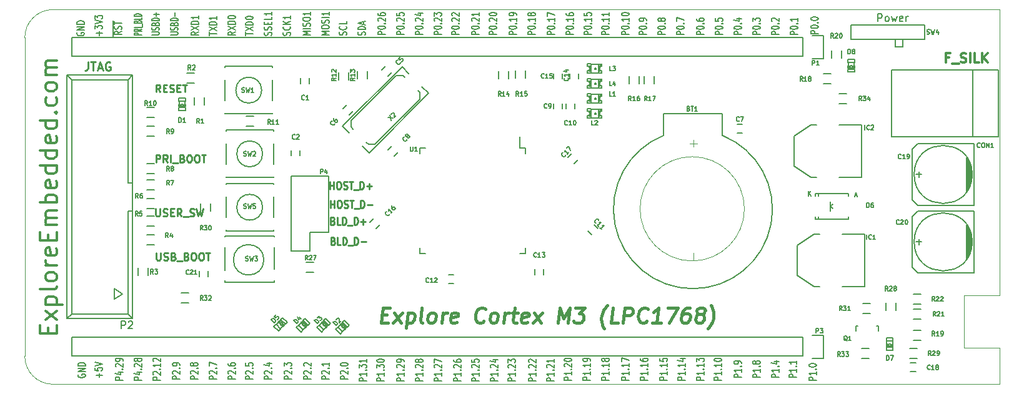
<source format=gto>
G04 #@! TF.FileFunction,Legend,Top*
%FSLAX46Y46*%
G04 Gerber Fmt 4.6, Leading zero omitted, Abs format (unit mm)*
G04 Created by KiCad (PCBNEW (2015-01-16 BZR 5376)-product) date 12-Jul-16 12:06:51 PM*
%MOMM*%
G01*
G04 APERTURE LIST*
%ADD10C,0.150000*%
%ADD11C,0.222250*%
%ADD12C,0.100000*%
%ADD13C,0.300000*%
%ADD14C,0.127000*%
%ADD15C,0.444500*%
%ADD16C,0.285750*%
%ADD17C,0.250000*%
%ADD18C,0.190500*%
%ADD19C,0.158750*%
%ADD20C,0.203200*%
%ADD21C,0.101600*%
%ADD22C,0.088900*%
G04 APERTURE END LIST*
D10*
D11*
X130280834Y-105615619D02*
X130280834Y-104599619D01*
X130280834Y-105083429D02*
X130788834Y-105083429D01*
X130788834Y-105615619D02*
X130788834Y-104599619D01*
X131381500Y-104599619D02*
X131550833Y-104599619D01*
X131635500Y-104648000D01*
X131720167Y-104744762D01*
X131762500Y-104938286D01*
X131762500Y-105276952D01*
X131720167Y-105470476D01*
X131635500Y-105567238D01*
X131550833Y-105615619D01*
X131381500Y-105615619D01*
X131296833Y-105567238D01*
X131212167Y-105470476D01*
X131169833Y-105276952D01*
X131169833Y-104938286D01*
X131212167Y-104744762D01*
X131296833Y-104648000D01*
X131381500Y-104599619D01*
X132101166Y-105567238D02*
X132228166Y-105615619D01*
X132439833Y-105615619D01*
X132524500Y-105567238D01*
X132566833Y-105518857D01*
X132609166Y-105422095D01*
X132609166Y-105325333D01*
X132566833Y-105228571D01*
X132524500Y-105180190D01*
X132439833Y-105131810D01*
X132270500Y-105083429D01*
X132185833Y-105035048D01*
X132143500Y-104986667D01*
X132101166Y-104889905D01*
X132101166Y-104793143D01*
X132143500Y-104696381D01*
X132185833Y-104648000D01*
X132270500Y-104599619D01*
X132482166Y-104599619D01*
X132609166Y-104648000D01*
X132863167Y-104599619D02*
X133371167Y-104599619D01*
X133117167Y-105615619D02*
X133117167Y-104599619D01*
X133455833Y-105712381D02*
X134133166Y-105712381D01*
X134344833Y-105615619D02*
X134344833Y-104599619D01*
X134556499Y-104599619D01*
X134683499Y-104648000D01*
X134768166Y-104744762D01*
X134810499Y-104841524D01*
X134852833Y-105035048D01*
X134852833Y-105180190D01*
X134810499Y-105373714D01*
X134768166Y-105470476D01*
X134683499Y-105567238D01*
X134556499Y-105615619D01*
X134344833Y-105615619D01*
X135233833Y-105228571D02*
X135911166Y-105228571D01*
X135572499Y-105615619D02*
X135572499Y-104841524D01*
X130344334Y-108155619D02*
X130344334Y-107139619D01*
X130344334Y-107623429D02*
X130852334Y-107623429D01*
X130852334Y-108155619D02*
X130852334Y-107139619D01*
X131445000Y-107139619D02*
X131614333Y-107139619D01*
X131699000Y-107188000D01*
X131783667Y-107284762D01*
X131826000Y-107478286D01*
X131826000Y-107816952D01*
X131783667Y-108010476D01*
X131699000Y-108107238D01*
X131614333Y-108155619D01*
X131445000Y-108155619D01*
X131360333Y-108107238D01*
X131275667Y-108010476D01*
X131233333Y-107816952D01*
X131233333Y-107478286D01*
X131275667Y-107284762D01*
X131360333Y-107188000D01*
X131445000Y-107139619D01*
X132164666Y-108107238D02*
X132291666Y-108155619D01*
X132503333Y-108155619D01*
X132588000Y-108107238D01*
X132630333Y-108058857D01*
X132672666Y-107962095D01*
X132672666Y-107865333D01*
X132630333Y-107768571D01*
X132588000Y-107720190D01*
X132503333Y-107671810D01*
X132334000Y-107623429D01*
X132249333Y-107575048D01*
X132207000Y-107526667D01*
X132164666Y-107429905D01*
X132164666Y-107333143D01*
X132207000Y-107236381D01*
X132249333Y-107188000D01*
X132334000Y-107139619D01*
X132545666Y-107139619D01*
X132672666Y-107188000D01*
X132926667Y-107139619D02*
X133434667Y-107139619D01*
X133180667Y-108155619D02*
X133180667Y-107139619D01*
X133519333Y-108252381D02*
X134196666Y-108252381D01*
X134408333Y-108155619D02*
X134408333Y-107139619D01*
X134619999Y-107139619D01*
X134746999Y-107188000D01*
X134831666Y-107284762D01*
X134873999Y-107381524D01*
X134916333Y-107575048D01*
X134916333Y-107720190D01*
X134873999Y-107913714D01*
X134831666Y-108010476D01*
X134746999Y-108107238D01*
X134619999Y-108155619D01*
X134408333Y-108155619D01*
X135297333Y-107768571D02*
X135974666Y-107768571D01*
X130640667Y-109909429D02*
X130767667Y-109957810D01*
X130810000Y-110006190D01*
X130852334Y-110102952D01*
X130852334Y-110248095D01*
X130810000Y-110344857D01*
X130767667Y-110393238D01*
X130683000Y-110441619D01*
X130344334Y-110441619D01*
X130344334Y-109425619D01*
X130640667Y-109425619D01*
X130725334Y-109474000D01*
X130767667Y-109522381D01*
X130810000Y-109619143D01*
X130810000Y-109715905D01*
X130767667Y-109812667D01*
X130725334Y-109861048D01*
X130640667Y-109909429D01*
X130344334Y-109909429D01*
X131656667Y-110441619D02*
X131233334Y-110441619D01*
X131233334Y-109425619D01*
X131953001Y-110441619D02*
X131953001Y-109425619D01*
X132164667Y-109425619D01*
X132291667Y-109474000D01*
X132376334Y-109570762D01*
X132418667Y-109667524D01*
X132461001Y-109861048D01*
X132461001Y-110006190D01*
X132418667Y-110199714D01*
X132376334Y-110296476D01*
X132291667Y-110393238D01*
X132164667Y-110441619D01*
X131953001Y-110441619D01*
X132630334Y-110538381D02*
X133307667Y-110538381D01*
X133519334Y-110441619D02*
X133519334Y-109425619D01*
X133731000Y-109425619D01*
X133858000Y-109474000D01*
X133942667Y-109570762D01*
X133985000Y-109667524D01*
X134027334Y-109861048D01*
X134027334Y-110006190D01*
X133985000Y-110199714D01*
X133942667Y-110296476D01*
X133858000Y-110393238D01*
X133731000Y-110441619D01*
X133519334Y-110441619D01*
X134408334Y-110054571D02*
X135085667Y-110054571D01*
X134747000Y-110441619D02*
X134747000Y-109667524D01*
X130704167Y-112639929D02*
X130831167Y-112688310D01*
X130873500Y-112736690D01*
X130915834Y-112833452D01*
X130915834Y-112978595D01*
X130873500Y-113075357D01*
X130831167Y-113123738D01*
X130746500Y-113172119D01*
X130407834Y-113172119D01*
X130407834Y-112156119D01*
X130704167Y-112156119D01*
X130788834Y-112204500D01*
X130831167Y-112252881D01*
X130873500Y-112349643D01*
X130873500Y-112446405D01*
X130831167Y-112543167D01*
X130788834Y-112591548D01*
X130704167Y-112639929D01*
X130407834Y-112639929D01*
X131720167Y-113172119D02*
X131296834Y-113172119D01*
X131296834Y-112156119D01*
X132016501Y-113172119D02*
X132016501Y-112156119D01*
X132228167Y-112156119D01*
X132355167Y-112204500D01*
X132439834Y-112301262D01*
X132482167Y-112398024D01*
X132524501Y-112591548D01*
X132524501Y-112736690D01*
X132482167Y-112930214D01*
X132439834Y-113026976D01*
X132355167Y-113123738D01*
X132228167Y-113172119D01*
X132016501Y-113172119D01*
X132693834Y-113268881D02*
X133371167Y-113268881D01*
X133582834Y-113172119D02*
X133582834Y-112156119D01*
X133794500Y-112156119D01*
X133921500Y-112204500D01*
X134006167Y-112301262D01*
X134048500Y-112398024D01*
X134090834Y-112591548D01*
X134090834Y-112736690D01*
X134048500Y-112930214D01*
X134006167Y-113026976D01*
X133921500Y-113123738D01*
X133794500Y-113172119D01*
X133582834Y-113172119D01*
X134471834Y-112785071D02*
X135149167Y-112785071D01*
D12*
X220980000Y-120015000D02*
X220980000Y-81280000D01*
X220980000Y-132080000D02*
X220980000Y-127127000D01*
X216154000Y-127127000D02*
X220980000Y-127127000D01*
X216154000Y-120015000D02*
X216154000Y-127127000D01*
X220980000Y-120015000D02*
X216154000Y-120015000D01*
D13*
X214176429Y-87793286D02*
X213753096Y-87793286D01*
X213753096Y-88458524D02*
X213753096Y-87188524D01*
X214357858Y-87188524D01*
X214539286Y-88579476D02*
X215506905Y-88579476D01*
X215748810Y-88398048D02*
X215930238Y-88458524D01*
X216232619Y-88458524D01*
X216353572Y-88398048D01*
X216414048Y-88337571D01*
X216474524Y-88216619D01*
X216474524Y-88095667D01*
X216414048Y-87974714D01*
X216353572Y-87914238D01*
X216232619Y-87853762D01*
X215990715Y-87793286D01*
X215869762Y-87732810D01*
X215809286Y-87672333D01*
X215748810Y-87551381D01*
X215748810Y-87430429D01*
X215809286Y-87309476D01*
X215869762Y-87249000D01*
X215990715Y-87188524D01*
X216293095Y-87188524D01*
X216474524Y-87249000D01*
X217018810Y-88458524D02*
X217018810Y-87188524D01*
X218228334Y-88458524D02*
X217623572Y-88458524D01*
X217623572Y-87188524D01*
X218651667Y-88458524D02*
X218651667Y-87188524D01*
X219377381Y-88458524D02*
X218833096Y-87732810D01*
X219377381Y-87188524D02*
X218651667Y-87914238D01*
D12*
X92710000Y-81280000D02*
X218440000Y-81280000D01*
X92710000Y-132080000D02*
X220980000Y-132080000D01*
X88900000Y-85090000D02*
X88900000Y-128270000D01*
X88900000Y-128270000D02*
G75*
G03X92710000Y-132080000I3810000J0D01*
G01*
X92710000Y-81280000D02*
G75*
G03X88900000Y-85090000I0J-3810000D01*
G01*
D14*
X104726619Y-84727143D02*
X103710619Y-84727143D01*
X103710619Y-84533619D01*
X103759000Y-84485238D01*
X103807381Y-84461047D01*
X103904143Y-84436857D01*
X104049286Y-84436857D01*
X104146048Y-84461047D01*
X104194429Y-84485238D01*
X104242810Y-84533619D01*
X104242810Y-84727143D01*
X104726619Y-83928857D02*
X104242810Y-84098190D01*
X104726619Y-84219143D02*
X103710619Y-84219143D01*
X103710619Y-84025619D01*
X103759000Y-83977238D01*
X103807381Y-83953047D01*
X103904143Y-83928857D01*
X104049286Y-83928857D01*
X104146048Y-83953047D01*
X104194429Y-83977238D01*
X104242810Y-84025619D01*
X104242810Y-84219143D01*
X104726619Y-83711143D02*
X103710619Y-83711143D01*
X104823381Y-83590190D02*
X104823381Y-83203142D01*
X104194429Y-82912856D02*
X104242810Y-82840285D01*
X104291190Y-82816094D01*
X104387952Y-82791904D01*
X104533095Y-82791904D01*
X104629857Y-82816094D01*
X104678238Y-82840285D01*
X104726619Y-82888666D01*
X104726619Y-83082190D01*
X103710619Y-83082190D01*
X103710619Y-82912856D01*
X103759000Y-82864475D01*
X103807381Y-82840285D01*
X103904143Y-82816094D01*
X104000905Y-82816094D01*
X104097667Y-82840285D01*
X104146048Y-82864475D01*
X104194429Y-82912856D01*
X104194429Y-83082190D01*
X104726619Y-82332285D02*
X104726619Y-82574190D01*
X103710619Y-82574190D01*
X104726619Y-82162952D02*
X103710619Y-82162952D01*
X103710619Y-82041999D01*
X103759000Y-81969428D01*
X103855762Y-81921047D01*
X103952524Y-81896856D01*
X104146048Y-81872666D01*
X104291190Y-81872666D01*
X104484714Y-81896856D01*
X104581476Y-81921047D01*
X104678238Y-81969428D01*
X104726619Y-82041999D01*
X104726619Y-82162952D01*
D13*
X92038714Y-125185716D02*
X92038714Y-124423716D01*
X93236143Y-124097145D02*
X93236143Y-125185716D01*
X90950143Y-125185716D01*
X90950143Y-124097145D01*
X93236143Y-123335145D02*
X91712143Y-122137716D01*
X91712143Y-123335145D02*
X93236143Y-122137716D01*
X91712143Y-121266859D02*
X93998143Y-121266859D01*
X91821000Y-121266859D02*
X91712143Y-121049145D01*
X91712143Y-120613716D01*
X91821000Y-120396002D01*
X91929857Y-120287145D01*
X92147571Y-120178288D01*
X92800714Y-120178288D01*
X93018429Y-120287145D01*
X93127286Y-120396002D01*
X93236143Y-120613716D01*
X93236143Y-121049145D01*
X93127286Y-121266859D01*
X93236143Y-118872002D02*
X93127286Y-119089716D01*
X92909571Y-119198573D01*
X90950143Y-119198573D01*
X93236143Y-117674573D02*
X93127286Y-117892287D01*
X93018429Y-118001144D01*
X92800714Y-118110001D01*
X92147571Y-118110001D01*
X91929857Y-118001144D01*
X91821000Y-117892287D01*
X91712143Y-117674573D01*
X91712143Y-117348001D01*
X91821000Y-117130287D01*
X91929857Y-117021430D01*
X92147571Y-116912573D01*
X92800714Y-116912573D01*
X93018429Y-117021430D01*
X93127286Y-117130287D01*
X93236143Y-117348001D01*
X93236143Y-117674573D01*
X93236143Y-115932858D02*
X91712143Y-115932858D01*
X92147571Y-115932858D02*
X91929857Y-115824001D01*
X91821000Y-115715144D01*
X91712143Y-115497430D01*
X91712143Y-115279715D01*
X93127286Y-113646858D02*
X93236143Y-113864572D01*
X93236143Y-114300001D01*
X93127286Y-114517715D01*
X92909571Y-114626572D01*
X92038714Y-114626572D01*
X91821000Y-114517715D01*
X91712143Y-114300001D01*
X91712143Y-113864572D01*
X91821000Y-113646858D01*
X92038714Y-113538001D01*
X92256429Y-113538001D01*
X92474143Y-114626572D01*
X92038714Y-112558286D02*
X92038714Y-111796286D01*
X93236143Y-111469715D02*
X93236143Y-112558286D01*
X90950143Y-112558286D01*
X90950143Y-111469715D01*
X93236143Y-110490000D02*
X91712143Y-110490000D01*
X91929857Y-110490000D02*
X91821000Y-110381143D01*
X91712143Y-110163429D01*
X91712143Y-109836857D01*
X91821000Y-109619143D01*
X92038714Y-109510286D01*
X93236143Y-109510286D01*
X92038714Y-109510286D02*
X91821000Y-109401429D01*
X91712143Y-109183715D01*
X91712143Y-108857143D01*
X91821000Y-108639429D01*
X92038714Y-108530572D01*
X93236143Y-108530572D01*
X93236143Y-107442000D02*
X90950143Y-107442000D01*
X91821000Y-107442000D02*
X91712143Y-107224286D01*
X91712143Y-106788857D01*
X91821000Y-106571143D01*
X91929857Y-106462286D01*
X92147571Y-106353429D01*
X92800714Y-106353429D01*
X93018429Y-106462286D01*
X93127286Y-106571143D01*
X93236143Y-106788857D01*
X93236143Y-107224286D01*
X93127286Y-107442000D01*
X93127286Y-104502857D02*
X93236143Y-104720571D01*
X93236143Y-105156000D01*
X93127286Y-105373714D01*
X92909571Y-105482571D01*
X92038714Y-105482571D01*
X91821000Y-105373714D01*
X91712143Y-105156000D01*
X91712143Y-104720571D01*
X91821000Y-104502857D01*
X92038714Y-104394000D01*
X92256429Y-104394000D01*
X92474143Y-105482571D01*
X93236143Y-102434571D02*
X90950143Y-102434571D01*
X93127286Y-102434571D02*
X93236143Y-102652285D01*
X93236143Y-103087714D01*
X93127286Y-103305428D01*
X93018429Y-103414285D01*
X92800714Y-103523142D01*
X92147571Y-103523142D01*
X91929857Y-103414285D01*
X91821000Y-103305428D01*
X91712143Y-103087714D01*
X91712143Y-102652285D01*
X91821000Y-102434571D01*
X93236143Y-100366285D02*
X90950143Y-100366285D01*
X93127286Y-100366285D02*
X93236143Y-100583999D01*
X93236143Y-101019428D01*
X93127286Y-101237142D01*
X93018429Y-101345999D01*
X92800714Y-101454856D01*
X92147571Y-101454856D01*
X91929857Y-101345999D01*
X91821000Y-101237142D01*
X91712143Y-101019428D01*
X91712143Y-100583999D01*
X91821000Y-100366285D01*
X93127286Y-98406856D02*
X93236143Y-98624570D01*
X93236143Y-99059999D01*
X93127286Y-99277713D01*
X92909571Y-99386570D01*
X92038714Y-99386570D01*
X91821000Y-99277713D01*
X91712143Y-99059999D01*
X91712143Y-98624570D01*
X91821000Y-98406856D01*
X92038714Y-98297999D01*
X92256429Y-98297999D01*
X92474143Y-99386570D01*
X93236143Y-96338570D02*
X90950143Y-96338570D01*
X93127286Y-96338570D02*
X93236143Y-96556284D01*
X93236143Y-96991713D01*
X93127286Y-97209427D01*
X93018429Y-97318284D01*
X92800714Y-97427141D01*
X92147571Y-97427141D01*
X91929857Y-97318284D01*
X91821000Y-97209427D01*
X91712143Y-96991713D01*
X91712143Y-96556284D01*
X91821000Y-96338570D01*
X93018429Y-95249998D02*
X93127286Y-95141141D01*
X93236143Y-95249998D01*
X93127286Y-95358855D01*
X93018429Y-95249998D01*
X93236143Y-95249998D01*
X93127286Y-93181713D02*
X93236143Y-93399427D01*
X93236143Y-93834856D01*
X93127286Y-94052570D01*
X93018429Y-94161427D01*
X92800714Y-94270284D01*
X92147571Y-94270284D01*
X91929857Y-94161427D01*
X91821000Y-94052570D01*
X91712143Y-93834856D01*
X91712143Y-93399427D01*
X91821000Y-93181713D01*
X93236143Y-91875427D02*
X93127286Y-92093141D01*
X93018429Y-92201998D01*
X92800714Y-92310855D01*
X92147571Y-92310855D01*
X91929857Y-92201998D01*
X91821000Y-92093141D01*
X91712143Y-91875427D01*
X91712143Y-91548855D01*
X91821000Y-91331141D01*
X91929857Y-91222284D01*
X92147571Y-91113427D01*
X92800714Y-91113427D01*
X93018429Y-91222284D01*
X93127286Y-91331141D01*
X93236143Y-91548855D01*
X93236143Y-91875427D01*
X93236143Y-90133712D02*
X91712143Y-90133712D01*
X91929857Y-90133712D02*
X91821000Y-90024855D01*
X91712143Y-89807141D01*
X91712143Y-89480569D01*
X91821000Y-89262855D01*
X92038714Y-89153998D01*
X93236143Y-89153998D01*
X92038714Y-89153998D02*
X91821000Y-89045141D01*
X91712143Y-88827427D01*
X91712143Y-88500855D01*
X91821000Y-88283141D01*
X92038714Y-88174284D01*
X93236143Y-88174284D01*
D15*
X137287002Y-122663857D02*
X137964335Y-122663857D01*
X138121573Y-123728238D02*
X137153954Y-123728238D01*
X137407954Y-121696238D01*
X138375573Y-121696238D01*
X138798906Y-123728238D02*
X140032621Y-122373571D01*
X138968240Y-122373571D02*
X139863287Y-123728238D01*
X140806716Y-122373571D02*
X140552716Y-124405571D01*
X140794620Y-122470333D02*
X141000239Y-122373571D01*
X141387287Y-122373571D01*
X141568715Y-122470333D01*
X141653382Y-122567095D01*
X141725954Y-122760619D01*
X141653382Y-123341190D01*
X141532430Y-123534714D01*
X141423573Y-123631476D01*
X141217953Y-123728238D01*
X140830905Y-123728238D01*
X140649478Y-123631476D01*
X142766143Y-123728238D02*
X142584715Y-123631476D01*
X142512144Y-123437952D01*
X142729858Y-121696238D01*
X143830524Y-123728238D02*
X143649096Y-123631476D01*
X143564430Y-123534714D01*
X143491858Y-123341190D01*
X143564430Y-122760619D01*
X143685382Y-122567095D01*
X143794238Y-122470333D01*
X143999858Y-122373571D01*
X144290144Y-122373571D01*
X144471572Y-122470333D01*
X144556239Y-122567095D01*
X144628811Y-122760619D01*
X144556239Y-123341190D01*
X144435287Y-123534714D01*
X144326430Y-123631476D01*
X144120810Y-123728238D01*
X143830524Y-123728238D01*
X145378715Y-123728238D02*
X145548049Y-122373571D01*
X145499668Y-122760619D02*
X145620619Y-122567095D01*
X145729476Y-122470333D01*
X145935096Y-122373571D01*
X146128620Y-122373571D01*
X147422811Y-123631476D02*
X147217191Y-123728238D01*
X146830143Y-123728238D01*
X146648716Y-123631476D01*
X146576144Y-123437952D01*
X146672906Y-122663857D01*
X146793858Y-122470333D01*
X146999477Y-122373571D01*
X147386525Y-122373571D01*
X147567953Y-122470333D01*
X147640525Y-122663857D01*
X147616334Y-122857381D01*
X146624525Y-123050905D01*
X151111857Y-123534714D02*
X151003000Y-123631476D01*
X150700619Y-123728238D01*
X150507095Y-123728238D01*
X150228905Y-123631476D01*
X150059571Y-123437952D01*
X149987000Y-123244429D01*
X149938619Y-122857381D01*
X149974905Y-122567095D01*
X150120048Y-122180048D01*
X150241000Y-121986524D01*
X150458714Y-121793000D01*
X150761095Y-121696238D01*
X150954619Y-121696238D01*
X151232809Y-121793000D01*
X151317476Y-121889762D01*
X152248809Y-123728238D02*
X152067381Y-123631476D01*
X151982715Y-123534714D01*
X151910143Y-123341190D01*
X151982715Y-122760619D01*
X152103667Y-122567095D01*
X152212523Y-122470333D01*
X152418143Y-122373571D01*
X152708429Y-122373571D01*
X152889857Y-122470333D01*
X152974524Y-122567095D01*
X153047096Y-122760619D01*
X152974524Y-123341190D01*
X152853572Y-123534714D01*
X152744715Y-123631476D01*
X152539095Y-123728238D01*
X152248809Y-123728238D01*
X153797000Y-123728238D02*
X153966334Y-122373571D01*
X153917953Y-122760619D02*
X154038904Y-122567095D01*
X154147761Y-122470333D01*
X154353381Y-122373571D01*
X154546905Y-122373571D01*
X154933953Y-122373571D02*
X155708048Y-122373571D01*
X155308905Y-121696238D02*
X155091191Y-123437952D01*
X155163762Y-123631476D01*
X155345190Y-123728238D01*
X155538714Y-123728238D01*
X157002239Y-123631476D02*
X156796619Y-123728238D01*
X156409571Y-123728238D01*
X156228144Y-123631476D01*
X156155572Y-123437952D01*
X156252334Y-122663857D01*
X156373286Y-122470333D01*
X156578905Y-122373571D01*
X156965953Y-122373571D01*
X157147381Y-122470333D01*
X157219953Y-122663857D01*
X157195762Y-122857381D01*
X156203953Y-123050905D01*
X157764238Y-123728238D02*
X158997953Y-122373571D01*
X157933572Y-122373571D02*
X158828619Y-123728238D01*
X161150904Y-123728238D02*
X161404904Y-121696238D01*
X161900809Y-123147667D01*
X162759570Y-121696238D01*
X162505570Y-123728238D01*
X163533666Y-121696238D02*
X164791570Y-121696238D01*
X164017475Y-122470333D01*
X164307761Y-122470333D01*
X164489190Y-122567095D01*
X164573857Y-122663857D01*
X164646427Y-122857381D01*
X164585951Y-123341190D01*
X164465000Y-123534714D01*
X164356143Y-123631476D01*
X164150523Y-123728238D01*
X163569951Y-123728238D01*
X163388524Y-123631476D01*
X163303857Y-123534714D01*
X167440427Y-124502333D02*
X167355761Y-124405571D01*
X167198522Y-124115286D01*
X167125951Y-123921762D01*
X167065475Y-123631476D01*
X167029190Y-123147667D01*
X167077571Y-122760619D01*
X167234808Y-122276810D01*
X167367856Y-121986524D01*
X167488808Y-121793000D01*
X167718618Y-121502714D01*
X167827475Y-121405952D01*
X169278904Y-123728238D02*
X168311285Y-123728238D01*
X168565285Y-121696238D01*
X169956237Y-123728238D02*
X170210237Y-121696238D01*
X170984332Y-121696238D01*
X171165761Y-121793000D01*
X171250427Y-121889762D01*
X171322998Y-122083286D01*
X171286713Y-122373571D01*
X171165760Y-122567095D01*
X171056904Y-122663857D01*
X170851285Y-122760619D01*
X170077190Y-122760619D01*
X173173570Y-123534714D02*
X173064713Y-123631476D01*
X172762332Y-123728238D01*
X172568808Y-123728238D01*
X172290618Y-123631476D01*
X172121284Y-123437952D01*
X172048713Y-123244429D01*
X172000332Y-122857381D01*
X172036618Y-122567095D01*
X172181761Y-122180048D01*
X172302713Y-121986524D01*
X172520427Y-121793000D01*
X172822808Y-121696238D01*
X173016332Y-121696238D01*
X173294522Y-121793000D01*
X173379189Y-121889762D01*
X175084617Y-123728238D02*
X173923475Y-123728238D01*
X174504046Y-123728238D02*
X174758046Y-121696238D01*
X174528237Y-121986524D01*
X174310522Y-122180048D01*
X174104904Y-122276810D01*
X176015951Y-121696238D02*
X177370617Y-121696238D01*
X176245760Y-123728238D01*
X179015570Y-121696238D02*
X178628522Y-121696238D01*
X178422903Y-121793000D01*
X178314046Y-121889762D01*
X178084237Y-122180048D01*
X177939094Y-122567095D01*
X177842332Y-123341190D01*
X177914904Y-123534714D01*
X177999570Y-123631476D01*
X178180998Y-123728238D01*
X178568046Y-123728238D01*
X178773666Y-123631476D01*
X178882523Y-123534714D01*
X179003474Y-123341190D01*
X179063950Y-122857381D01*
X178991380Y-122663857D01*
X178906713Y-122567095D01*
X178725284Y-122470333D01*
X178338236Y-122470333D01*
X178132617Y-122567095D01*
X178023761Y-122663857D01*
X177902808Y-122857381D01*
X180261379Y-122567095D02*
X180079950Y-122470333D01*
X179995285Y-122373571D01*
X179922713Y-122180048D01*
X179934808Y-122083286D01*
X180055761Y-121889762D01*
X180164617Y-121793000D01*
X180370236Y-121696238D01*
X180757284Y-121696238D01*
X180938713Y-121793000D01*
X181023380Y-121889762D01*
X181095950Y-122083286D01*
X181083855Y-122180048D01*
X180962904Y-122373571D01*
X180854046Y-122470333D01*
X180648427Y-122567095D01*
X180261379Y-122567095D01*
X180055760Y-122663857D01*
X179946904Y-122760619D01*
X179825951Y-122954143D01*
X179777570Y-123341190D01*
X179850142Y-123534714D01*
X179934808Y-123631476D01*
X180116236Y-123728238D01*
X180503284Y-123728238D01*
X180708904Y-123631476D01*
X180817761Y-123534714D01*
X180938712Y-123341190D01*
X180987093Y-122954143D01*
X180914523Y-122760619D01*
X180829856Y-122663857D01*
X180648427Y-122567095D01*
X181470903Y-124502333D02*
X181579761Y-124405571D01*
X181809569Y-124115286D01*
X181930522Y-123921762D01*
X182063570Y-123631476D01*
X182220808Y-123147667D01*
X182269189Y-122760619D01*
X182232903Y-122276810D01*
X182172427Y-121986524D01*
X182099855Y-121793000D01*
X181942618Y-121502714D01*
X181857951Y-121405952D01*
D16*
X97472500Y-88401071D02*
X97472500Y-89217500D01*
X97418072Y-89380786D01*
X97309215Y-89489643D01*
X97145929Y-89544071D01*
X97037072Y-89544071D01*
X97853500Y-88401071D02*
X98506643Y-88401071D01*
X98180072Y-89544071D02*
X98180072Y-88401071D01*
X98833214Y-89217500D02*
X99377500Y-89217500D01*
X98724357Y-89544071D02*
X99105357Y-88401071D01*
X99486357Y-89544071D01*
X100466071Y-88455500D02*
X100357214Y-88401071D01*
X100193928Y-88401071D01*
X100030643Y-88455500D01*
X99921785Y-88564357D01*
X99867357Y-88673214D01*
X99812928Y-88890929D01*
X99812928Y-89054214D01*
X99867357Y-89271929D01*
X99921785Y-89380786D01*
X100030643Y-89489643D01*
X100193928Y-89544071D01*
X100302785Y-89544071D01*
X100466071Y-89489643D01*
X100520500Y-89435214D01*
X100520500Y-89054214D01*
X100302785Y-89054214D01*
D17*
X106648643Y-108291381D02*
X106648643Y-109100905D01*
X106696262Y-109196143D01*
X106743881Y-109243762D01*
X106839119Y-109291381D01*
X107029596Y-109291381D01*
X107124834Y-109243762D01*
X107172453Y-109196143D01*
X107220072Y-109100905D01*
X107220072Y-108291381D01*
X107648643Y-109243762D02*
X107791500Y-109291381D01*
X108029596Y-109291381D01*
X108124834Y-109243762D01*
X108172453Y-109196143D01*
X108220072Y-109100905D01*
X108220072Y-109005667D01*
X108172453Y-108910429D01*
X108124834Y-108862810D01*
X108029596Y-108815190D01*
X107839119Y-108767571D01*
X107743881Y-108719952D01*
X107696262Y-108672333D01*
X107648643Y-108577095D01*
X107648643Y-108481857D01*
X107696262Y-108386619D01*
X107743881Y-108339000D01*
X107839119Y-108291381D01*
X108077215Y-108291381D01*
X108220072Y-108339000D01*
X108648643Y-108767571D02*
X108981977Y-108767571D01*
X109124834Y-109291381D02*
X108648643Y-109291381D01*
X108648643Y-108291381D01*
X109124834Y-108291381D01*
X110124834Y-109291381D02*
X109791500Y-108815190D01*
X109553405Y-109291381D02*
X109553405Y-108291381D01*
X109934358Y-108291381D01*
X110029596Y-108339000D01*
X110077215Y-108386619D01*
X110124834Y-108481857D01*
X110124834Y-108624714D01*
X110077215Y-108719952D01*
X110029596Y-108767571D01*
X109934358Y-108815190D01*
X109553405Y-108815190D01*
X110315310Y-109386619D02*
X111077215Y-109386619D01*
X111267691Y-109243762D02*
X111410548Y-109291381D01*
X111648644Y-109291381D01*
X111743882Y-109243762D01*
X111791501Y-109196143D01*
X111839120Y-109100905D01*
X111839120Y-109005667D01*
X111791501Y-108910429D01*
X111743882Y-108862810D01*
X111648644Y-108815190D01*
X111458167Y-108767571D01*
X111362929Y-108719952D01*
X111315310Y-108672333D01*
X111267691Y-108577095D01*
X111267691Y-108481857D01*
X111315310Y-108386619D01*
X111362929Y-108339000D01*
X111458167Y-108291381D01*
X111696263Y-108291381D01*
X111839120Y-108339000D01*
X112172453Y-108291381D02*
X112410548Y-109291381D01*
X112601025Y-108577095D01*
X112791501Y-109291381D01*
X113029596Y-108291381D01*
X106728071Y-114260381D02*
X106728071Y-115069905D01*
X106775690Y-115165143D01*
X106823309Y-115212762D01*
X106918547Y-115260381D01*
X107109024Y-115260381D01*
X107204262Y-115212762D01*
X107251881Y-115165143D01*
X107299500Y-115069905D01*
X107299500Y-114260381D01*
X107728071Y-115212762D02*
X107870928Y-115260381D01*
X108109024Y-115260381D01*
X108204262Y-115212762D01*
X108251881Y-115165143D01*
X108299500Y-115069905D01*
X108299500Y-114974667D01*
X108251881Y-114879429D01*
X108204262Y-114831810D01*
X108109024Y-114784190D01*
X107918547Y-114736571D01*
X107823309Y-114688952D01*
X107775690Y-114641333D01*
X107728071Y-114546095D01*
X107728071Y-114450857D01*
X107775690Y-114355619D01*
X107823309Y-114308000D01*
X107918547Y-114260381D01*
X108156643Y-114260381D01*
X108299500Y-114308000D01*
X109061405Y-114736571D02*
X109204262Y-114784190D01*
X109251881Y-114831810D01*
X109299500Y-114927048D01*
X109299500Y-115069905D01*
X109251881Y-115165143D01*
X109204262Y-115212762D01*
X109109024Y-115260381D01*
X108728071Y-115260381D01*
X108728071Y-114260381D01*
X109061405Y-114260381D01*
X109156643Y-114308000D01*
X109204262Y-114355619D01*
X109251881Y-114450857D01*
X109251881Y-114546095D01*
X109204262Y-114641333D01*
X109156643Y-114688952D01*
X109061405Y-114736571D01*
X108728071Y-114736571D01*
X109489976Y-115355619D02*
X110251881Y-115355619D01*
X110823310Y-114736571D02*
X110966167Y-114784190D01*
X111013786Y-114831810D01*
X111061405Y-114927048D01*
X111061405Y-115069905D01*
X111013786Y-115165143D01*
X110966167Y-115212762D01*
X110870929Y-115260381D01*
X110489976Y-115260381D01*
X110489976Y-114260381D01*
X110823310Y-114260381D01*
X110918548Y-114308000D01*
X110966167Y-114355619D01*
X111013786Y-114450857D01*
X111013786Y-114546095D01*
X110966167Y-114641333D01*
X110918548Y-114688952D01*
X110823310Y-114736571D01*
X110489976Y-114736571D01*
X111680452Y-114260381D02*
X111870929Y-114260381D01*
X111966167Y-114308000D01*
X112061405Y-114403238D01*
X112109024Y-114593714D01*
X112109024Y-114927048D01*
X112061405Y-115117524D01*
X111966167Y-115212762D01*
X111870929Y-115260381D01*
X111680452Y-115260381D01*
X111585214Y-115212762D01*
X111489976Y-115117524D01*
X111442357Y-114927048D01*
X111442357Y-114593714D01*
X111489976Y-114403238D01*
X111585214Y-114308000D01*
X111680452Y-114260381D01*
X112728071Y-114260381D02*
X112918548Y-114260381D01*
X113013786Y-114308000D01*
X113109024Y-114403238D01*
X113156643Y-114593714D01*
X113156643Y-114927048D01*
X113109024Y-115117524D01*
X113013786Y-115212762D01*
X112918548Y-115260381D01*
X112728071Y-115260381D01*
X112632833Y-115212762D01*
X112537595Y-115117524D01*
X112489976Y-114927048D01*
X112489976Y-114593714D01*
X112537595Y-114403238D01*
X112632833Y-114308000D01*
X112728071Y-114260381D01*
X113442357Y-114260381D02*
X114013786Y-114260381D01*
X113728071Y-115260381D02*
X113728071Y-114260381D01*
X106672476Y-101988881D02*
X106672476Y-100988881D01*
X107053429Y-100988881D01*
X107148667Y-101036500D01*
X107196286Y-101084119D01*
X107243905Y-101179357D01*
X107243905Y-101322214D01*
X107196286Y-101417452D01*
X107148667Y-101465071D01*
X107053429Y-101512690D01*
X106672476Y-101512690D01*
X108243905Y-101988881D02*
X107910571Y-101512690D01*
X107672476Y-101988881D02*
X107672476Y-100988881D01*
X108053429Y-100988881D01*
X108148667Y-101036500D01*
X108196286Y-101084119D01*
X108243905Y-101179357D01*
X108243905Y-101322214D01*
X108196286Y-101417452D01*
X108148667Y-101465071D01*
X108053429Y-101512690D01*
X107672476Y-101512690D01*
X108672476Y-101988881D02*
X108672476Y-100988881D01*
X108910571Y-102084119D02*
X109672476Y-102084119D01*
X110243905Y-101465071D02*
X110386762Y-101512690D01*
X110434381Y-101560310D01*
X110482000Y-101655548D01*
X110482000Y-101798405D01*
X110434381Y-101893643D01*
X110386762Y-101941262D01*
X110291524Y-101988881D01*
X109910571Y-101988881D01*
X109910571Y-100988881D01*
X110243905Y-100988881D01*
X110339143Y-101036500D01*
X110386762Y-101084119D01*
X110434381Y-101179357D01*
X110434381Y-101274595D01*
X110386762Y-101369833D01*
X110339143Y-101417452D01*
X110243905Y-101465071D01*
X109910571Y-101465071D01*
X111101047Y-100988881D02*
X111291524Y-100988881D01*
X111386762Y-101036500D01*
X111482000Y-101131738D01*
X111529619Y-101322214D01*
X111529619Y-101655548D01*
X111482000Y-101846024D01*
X111386762Y-101941262D01*
X111291524Y-101988881D01*
X111101047Y-101988881D01*
X111005809Y-101941262D01*
X110910571Y-101846024D01*
X110862952Y-101655548D01*
X110862952Y-101322214D01*
X110910571Y-101131738D01*
X111005809Y-101036500D01*
X111101047Y-100988881D01*
X112148666Y-100988881D02*
X112339143Y-100988881D01*
X112434381Y-101036500D01*
X112529619Y-101131738D01*
X112577238Y-101322214D01*
X112577238Y-101655548D01*
X112529619Y-101846024D01*
X112434381Y-101941262D01*
X112339143Y-101988881D01*
X112148666Y-101988881D01*
X112053428Y-101941262D01*
X111958190Y-101846024D01*
X111910571Y-101655548D01*
X111910571Y-101322214D01*
X111958190Y-101131738D01*
X112053428Y-101036500D01*
X112148666Y-100988881D01*
X112862952Y-100988881D02*
X113434381Y-100988881D01*
X113148666Y-101988881D02*
X113148666Y-100988881D01*
X107259619Y-92463881D02*
X106926285Y-91987690D01*
X106688190Y-92463881D02*
X106688190Y-91463881D01*
X107069143Y-91463881D01*
X107164381Y-91511500D01*
X107212000Y-91559119D01*
X107259619Y-91654357D01*
X107259619Y-91797214D01*
X107212000Y-91892452D01*
X107164381Y-91940071D01*
X107069143Y-91987690D01*
X106688190Y-91987690D01*
X107688190Y-91940071D02*
X108021524Y-91940071D01*
X108164381Y-92463881D02*
X107688190Y-92463881D01*
X107688190Y-91463881D01*
X108164381Y-91463881D01*
X108545333Y-92416262D02*
X108688190Y-92463881D01*
X108926286Y-92463881D01*
X109021524Y-92416262D01*
X109069143Y-92368643D01*
X109116762Y-92273405D01*
X109116762Y-92178167D01*
X109069143Y-92082929D01*
X109021524Y-92035310D01*
X108926286Y-91987690D01*
X108735809Y-91940071D01*
X108640571Y-91892452D01*
X108592952Y-91844833D01*
X108545333Y-91749595D01*
X108545333Y-91654357D01*
X108592952Y-91559119D01*
X108640571Y-91511500D01*
X108735809Y-91463881D01*
X108973905Y-91463881D01*
X109116762Y-91511500D01*
X109545333Y-91940071D02*
X109878667Y-91940071D01*
X110021524Y-92463881D02*
X109545333Y-92463881D01*
X109545333Y-91463881D01*
X110021524Y-91463881D01*
X110307238Y-91463881D02*
X110878667Y-91463881D01*
X110592952Y-92463881D02*
X110592952Y-91463881D01*
D18*
X99005571Y-84781571D02*
X99005571Y-84201000D01*
X99392619Y-84491286D02*
X98618524Y-84491286D01*
X98376619Y-83910714D02*
X98376619Y-83439000D01*
X98763667Y-83693000D01*
X98763667Y-83584142D01*
X98812048Y-83511571D01*
X98860429Y-83475285D01*
X98957190Y-83439000D01*
X99199095Y-83439000D01*
X99295857Y-83475285D01*
X99344238Y-83511571D01*
X99392619Y-83584142D01*
X99392619Y-83801857D01*
X99344238Y-83874428D01*
X99295857Y-83910714D01*
X98376619Y-83221286D02*
X99392619Y-82967286D01*
X98376619Y-82713286D01*
X98376619Y-82531857D02*
X98376619Y-82060143D01*
X98763667Y-82314143D01*
X98763667Y-82205285D01*
X98812048Y-82132714D01*
X98860429Y-82096428D01*
X98957190Y-82060143D01*
X99199095Y-82060143D01*
X99295857Y-82096428D01*
X99344238Y-82132714D01*
X99392619Y-82205285D01*
X99392619Y-82423000D01*
X99344238Y-82495571D01*
X99295857Y-82531857D01*
D19*
X106123619Y-84696905D02*
X106946095Y-84696905D01*
X107042857Y-84666666D01*
X107091238Y-84636428D01*
X107139619Y-84575952D01*
X107139619Y-84455000D01*
X107091238Y-84394524D01*
X107042857Y-84364285D01*
X106946095Y-84334047D01*
X106123619Y-84334047D01*
X107091238Y-84061905D02*
X107139619Y-83971190D01*
X107139619Y-83820000D01*
X107091238Y-83759524D01*
X107042857Y-83729286D01*
X106946095Y-83699047D01*
X106849333Y-83699047D01*
X106752571Y-83729286D01*
X106704190Y-83759524D01*
X106655810Y-83820000D01*
X106607429Y-83940952D01*
X106559048Y-84001428D01*
X106510667Y-84031667D01*
X106413905Y-84061905D01*
X106317143Y-84061905D01*
X106220381Y-84031667D01*
X106172000Y-84001428D01*
X106123619Y-83940952D01*
X106123619Y-83789762D01*
X106172000Y-83699047D01*
X106607429Y-83215238D02*
X106655810Y-83124524D01*
X106704190Y-83094285D01*
X106800952Y-83064047D01*
X106946095Y-83064047D01*
X107042857Y-83094285D01*
X107091238Y-83124524D01*
X107139619Y-83185000D01*
X107139619Y-83426905D01*
X106123619Y-83426905D01*
X106123619Y-83215238D01*
X106172000Y-83154762D01*
X106220381Y-83124524D01*
X106317143Y-83094285D01*
X106413905Y-83094285D01*
X106510667Y-83124524D01*
X106559048Y-83154762D01*
X106607429Y-83215238D01*
X106607429Y-83426905D01*
X107139619Y-82791905D02*
X106123619Y-82791905D01*
X106123619Y-82640714D01*
X106172000Y-82550000D01*
X106268762Y-82489524D01*
X106365524Y-82459285D01*
X106559048Y-82429047D01*
X106704190Y-82429047D01*
X106897714Y-82459285D01*
X106994476Y-82489524D01*
X107091238Y-82550000D01*
X107139619Y-82640714D01*
X107139619Y-82791905D01*
X106752571Y-82156905D02*
X106752571Y-81673095D01*
X107139619Y-81915000D02*
X106365524Y-81915000D01*
X108663619Y-84696905D02*
X109486095Y-84696905D01*
X109582857Y-84666666D01*
X109631238Y-84636428D01*
X109679619Y-84575952D01*
X109679619Y-84455000D01*
X109631238Y-84394524D01*
X109582857Y-84364285D01*
X109486095Y-84334047D01*
X108663619Y-84334047D01*
X109631238Y-84061905D02*
X109679619Y-83971190D01*
X109679619Y-83820000D01*
X109631238Y-83759524D01*
X109582857Y-83729286D01*
X109486095Y-83699047D01*
X109389333Y-83699047D01*
X109292571Y-83729286D01*
X109244190Y-83759524D01*
X109195810Y-83820000D01*
X109147429Y-83940952D01*
X109099048Y-84001428D01*
X109050667Y-84031667D01*
X108953905Y-84061905D01*
X108857143Y-84061905D01*
X108760381Y-84031667D01*
X108712000Y-84001428D01*
X108663619Y-83940952D01*
X108663619Y-83789762D01*
X108712000Y-83699047D01*
X109147429Y-83215238D02*
X109195810Y-83124524D01*
X109244190Y-83094285D01*
X109340952Y-83064047D01*
X109486095Y-83064047D01*
X109582857Y-83094285D01*
X109631238Y-83124524D01*
X109679619Y-83185000D01*
X109679619Y-83426905D01*
X108663619Y-83426905D01*
X108663619Y-83215238D01*
X108712000Y-83154762D01*
X108760381Y-83124524D01*
X108857143Y-83094285D01*
X108953905Y-83094285D01*
X109050667Y-83124524D01*
X109099048Y-83154762D01*
X109147429Y-83215238D01*
X109147429Y-83426905D01*
X109679619Y-82791905D02*
X108663619Y-82791905D01*
X108663619Y-82640714D01*
X108712000Y-82550000D01*
X108808762Y-82489524D01*
X108905524Y-82459285D01*
X109099048Y-82429047D01*
X109244190Y-82429047D01*
X109437714Y-82459285D01*
X109534476Y-82489524D01*
X109631238Y-82550000D01*
X109679619Y-82640714D01*
X109679619Y-82791905D01*
X109292571Y-82156905D02*
X109292571Y-81673095D01*
D18*
X102059619Y-84237285D02*
X101575810Y-84491285D01*
X102059619Y-84672713D02*
X101043619Y-84672713D01*
X101043619Y-84382428D01*
X101092000Y-84309856D01*
X101140381Y-84273571D01*
X101237143Y-84237285D01*
X101382286Y-84237285D01*
X101479048Y-84273571D01*
X101527429Y-84309856D01*
X101575810Y-84382428D01*
X101575810Y-84672713D01*
X102011238Y-83946999D02*
X102059619Y-83838142D01*
X102059619Y-83656713D01*
X102011238Y-83584142D01*
X101962857Y-83547856D01*
X101866095Y-83511571D01*
X101769333Y-83511571D01*
X101672571Y-83547856D01*
X101624190Y-83584142D01*
X101575810Y-83656713D01*
X101527429Y-83801856D01*
X101479048Y-83874428D01*
X101430667Y-83910713D01*
X101333905Y-83946999D01*
X101237143Y-83946999D01*
X101140381Y-83910713D01*
X101092000Y-83874428D01*
X101043619Y-83801856D01*
X101043619Y-83620428D01*
X101092000Y-83511571D01*
X101043619Y-83293857D02*
X101043619Y-82858428D01*
X102059619Y-83076142D02*
X101043619Y-83076142D01*
X100868480Y-84854142D02*
X100868480Y-82785857D01*
X96012000Y-84400572D02*
X95963619Y-84473143D01*
X95963619Y-84582000D01*
X96012000Y-84690857D01*
X96108762Y-84763429D01*
X96205524Y-84799714D01*
X96399048Y-84836000D01*
X96544190Y-84836000D01*
X96737714Y-84799714D01*
X96834476Y-84763429D01*
X96931238Y-84690857D01*
X96979619Y-84582000D01*
X96979619Y-84509429D01*
X96931238Y-84400572D01*
X96882857Y-84364286D01*
X96544190Y-84364286D01*
X96544190Y-84509429D01*
X96979619Y-84037714D02*
X95963619Y-84037714D01*
X96979619Y-83602286D01*
X95963619Y-83602286D01*
X96979619Y-83239428D02*
X95963619Y-83239428D01*
X95963619Y-83058000D01*
X96012000Y-82949143D01*
X96108762Y-82876571D01*
X96205524Y-82840286D01*
X96399048Y-82804000D01*
X96544190Y-82804000D01*
X96737714Y-82840286D01*
X96834476Y-82876571D01*
X96931238Y-82949143D01*
X96979619Y-83058000D01*
X96979619Y-83239428D01*
X112473619Y-84309857D02*
X111989810Y-84563857D01*
X112473619Y-84745285D02*
X111457619Y-84745285D01*
X111457619Y-84455000D01*
X111506000Y-84382428D01*
X111554381Y-84346143D01*
X111651143Y-84309857D01*
X111796286Y-84309857D01*
X111893048Y-84346143D01*
X111941429Y-84382428D01*
X111989810Y-84455000D01*
X111989810Y-84745285D01*
X111457619Y-84055857D02*
X112473619Y-83547857D01*
X111457619Y-83547857D02*
X112473619Y-84055857D01*
X112473619Y-83257571D02*
X111457619Y-83257571D01*
X111457619Y-83076143D01*
X111506000Y-82967286D01*
X111602762Y-82894714D01*
X111699524Y-82858429D01*
X111893048Y-82822143D01*
X112038190Y-82822143D01*
X112231714Y-82858429D01*
X112328476Y-82894714D01*
X112425238Y-82967286D01*
X112473619Y-83076143D01*
X112473619Y-83257571D01*
X112473619Y-82096429D02*
X112473619Y-82531857D01*
X112473619Y-82314143D02*
X111457619Y-82314143D01*
X111602762Y-82386714D01*
X111699524Y-82459286D01*
X111747905Y-82531857D01*
X113870619Y-84763428D02*
X113870619Y-84327999D01*
X114886619Y-84545713D02*
X113870619Y-84545713D01*
X113870619Y-84146571D02*
X114886619Y-83638571D01*
X113870619Y-83638571D02*
X114886619Y-84146571D01*
X114886619Y-83348285D02*
X113870619Y-83348285D01*
X113870619Y-83166857D01*
X113919000Y-83058000D01*
X114015762Y-82985428D01*
X114112524Y-82949143D01*
X114306048Y-82912857D01*
X114451190Y-82912857D01*
X114644714Y-82949143D01*
X114741476Y-82985428D01*
X114838238Y-83058000D01*
X114886619Y-83166857D01*
X114886619Y-83348285D01*
X114886619Y-82187143D02*
X114886619Y-82622571D01*
X114886619Y-82404857D02*
X113870619Y-82404857D01*
X114015762Y-82477428D01*
X114112524Y-82550000D01*
X114160905Y-82622571D01*
X117426619Y-84309857D02*
X116942810Y-84563857D01*
X117426619Y-84745285D02*
X116410619Y-84745285D01*
X116410619Y-84455000D01*
X116459000Y-84382428D01*
X116507381Y-84346143D01*
X116604143Y-84309857D01*
X116749286Y-84309857D01*
X116846048Y-84346143D01*
X116894429Y-84382428D01*
X116942810Y-84455000D01*
X116942810Y-84745285D01*
X116410619Y-84055857D02*
X117426619Y-83547857D01*
X116410619Y-83547857D02*
X117426619Y-84055857D01*
X117426619Y-83257571D02*
X116410619Y-83257571D01*
X116410619Y-83076143D01*
X116459000Y-82967286D01*
X116555762Y-82894714D01*
X116652524Y-82858429D01*
X116846048Y-82822143D01*
X116991190Y-82822143D01*
X117184714Y-82858429D01*
X117281476Y-82894714D01*
X117378238Y-82967286D01*
X117426619Y-83076143D01*
X117426619Y-83257571D01*
X116410619Y-82350429D02*
X116410619Y-82277857D01*
X116459000Y-82205286D01*
X116507381Y-82169000D01*
X116604143Y-82132714D01*
X116797667Y-82096429D01*
X117039571Y-82096429D01*
X117233095Y-82132714D01*
X117329857Y-82169000D01*
X117378238Y-82205286D01*
X117426619Y-82277857D01*
X117426619Y-82350429D01*
X117378238Y-82423000D01*
X117329857Y-82459286D01*
X117233095Y-82495571D01*
X117039571Y-82531857D01*
X116797667Y-82531857D01*
X116604143Y-82495571D01*
X116507381Y-82459286D01*
X116459000Y-82423000D01*
X116410619Y-82350429D01*
X118823619Y-84763428D02*
X118823619Y-84327999D01*
X119839619Y-84545713D02*
X118823619Y-84545713D01*
X118823619Y-84146571D02*
X119839619Y-83638571D01*
X118823619Y-83638571D02*
X119839619Y-84146571D01*
X119839619Y-83348285D02*
X118823619Y-83348285D01*
X118823619Y-83166857D01*
X118872000Y-83058000D01*
X118968762Y-82985428D01*
X119065524Y-82949143D01*
X119259048Y-82912857D01*
X119404190Y-82912857D01*
X119597714Y-82949143D01*
X119694476Y-82985428D01*
X119791238Y-83058000D01*
X119839619Y-83166857D01*
X119839619Y-83348285D01*
X118823619Y-82441143D02*
X118823619Y-82368571D01*
X118872000Y-82296000D01*
X118920381Y-82259714D01*
X119017143Y-82223428D01*
X119210667Y-82187143D01*
X119452571Y-82187143D01*
X119646095Y-82223428D01*
X119742857Y-82259714D01*
X119791238Y-82296000D01*
X119839619Y-82368571D01*
X119839619Y-82441143D01*
X119791238Y-82513714D01*
X119742857Y-82550000D01*
X119646095Y-82586285D01*
X119452571Y-82622571D01*
X119210667Y-82622571D01*
X119017143Y-82586285D01*
X118920381Y-82550000D01*
X118872000Y-82513714D01*
X118823619Y-82441143D01*
X122331238Y-84781571D02*
X122379619Y-84672714D01*
X122379619Y-84491285D01*
X122331238Y-84418714D01*
X122282857Y-84382428D01*
X122186095Y-84346143D01*
X122089333Y-84346143D01*
X121992571Y-84382428D01*
X121944190Y-84418714D01*
X121895810Y-84491285D01*
X121847429Y-84636428D01*
X121799048Y-84709000D01*
X121750667Y-84745285D01*
X121653905Y-84781571D01*
X121557143Y-84781571D01*
X121460381Y-84745285D01*
X121412000Y-84709000D01*
X121363619Y-84636428D01*
X121363619Y-84455000D01*
X121412000Y-84346143D01*
X122331238Y-84055857D02*
X122379619Y-83947000D01*
X122379619Y-83765571D01*
X122331238Y-83693000D01*
X122282857Y-83656714D01*
X122186095Y-83620429D01*
X122089333Y-83620429D01*
X121992571Y-83656714D01*
X121944190Y-83693000D01*
X121895810Y-83765571D01*
X121847429Y-83910714D01*
X121799048Y-83983286D01*
X121750667Y-84019571D01*
X121653905Y-84055857D01*
X121557143Y-84055857D01*
X121460381Y-84019571D01*
X121412000Y-83983286D01*
X121363619Y-83910714D01*
X121363619Y-83729286D01*
X121412000Y-83620429D01*
X121847429Y-83293857D02*
X121847429Y-83039857D01*
X122379619Y-82931000D02*
X122379619Y-83293857D01*
X121363619Y-83293857D01*
X121363619Y-82931000D01*
X122379619Y-82241571D02*
X122379619Y-82604428D01*
X121363619Y-82604428D01*
X122379619Y-81588429D02*
X122379619Y-82023857D01*
X122379619Y-81806143D02*
X121363619Y-81806143D01*
X121508762Y-81878714D01*
X121605524Y-81951286D01*
X121653905Y-82023857D01*
X124871238Y-84781571D02*
X124919619Y-84672714D01*
X124919619Y-84491285D01*
X124871238Y-84418714D01*
X124822857Y-84382428D01*
X124726095Y-84346143D01*
X124629333Y-84346143D01*
X124532571Y-84382428D01*
X124484190Y-84418714D01*
X124435810Y-84491285D01*
X124387429Y-84636428D01*
X124339048Y-84709000D01*
X124290667Y-84745285D01*
X124193905Y-84781571D01*
X124097143Y-84781571D01*
X124000381Y-84745285D01*
X123952000Y-84709000D01*
X123903619Y-84636428D01*
X123903619Y-84455000D01*
X123952000Y-84346143D01*
X124822857Y-83584143D02*
X124871238Y-83620429D01*
X124919619Y-83729286D01*
X124919619Y-83801857D01*
X124871238Y-83910714D01*
X124774476Y-83983286D01*
X124677714Y-84019571D01*
X124484190Y-84055857D01*
X124339048Y-84055857D01*
X124145524Y-84019571D01*
X124048762Y-83983286D01*
X123952000Y-83910714D01*
X123903619Y-83801857D01*
X123903619Y-83729286D01*
X123952000Y-83620429D01*
X124000381Y-83584143D01*
X124919619Y-83257571D02*
X123903619Y-83257571D01*
X124919619Y-82822143D02*
X124339048Y-83148714D01*
X123903619Y-82822143D02*
X124484190Y-83257571D01*
X124919619Y-82096429D02*
X124919619Y-82531857D01*
X124919619Y-82314143D02*
X123903619Y-82314143D01*
X124048762Y-82386714D01*
X124145524Y-82459286D01*
X124193905Y-82531857D01*
X127586619Y-84745285D02*
X126570619Y-84745285D01*
X127296333Y-84491285D01*
X126570619Y-84237285D01*
X127586619Y-84237285D01*
X127586619Y-83874428D02*
X126570619Y-83874428D01*
X127538238Y-83547857D02*
X127586619Y-83439000D01*
X127586619Y-83257571D01*
X127538238Y-83185000D01*
X127489857Y-83148714D01*
X127393095Y-83112429D01*
X127296333Y-83112429D01*
X127199571Y-83148714D01*
X127151190Y-83185000D01*
X127102810Y-83257571D01*
X127054429Y-83402714D01*
X127006048Y-83475286D01*
X126957667Y-83511571D01*
X126860905Y-83547857D01*
X126764143Y-83547857D01*
X126667381Y-83511571D01*
X126619000Y-83475286D01*
X126570619Y-83402714D01*
X126570619Y-83221286D01*
X126619000Y-83112429D01*
X126570619Y-82640715D02*
X126570619Y-82495572D01*
X126619000Y-82423000D01*
X126715762Y-82350429D01*
X126909286Y-82314143D01*
X127247952Y-82314143D01*
X127441476Y-82350429D01*
X127538238Y-82423000D01*
X127586619Y-82495572D01*
X127586619Y-82640715D01*
X127538238Y-82713286D01*
X127441476Y-82785857D01*
X127247952Y-82822143D01*
X126909286Y-82822143D01*
X126715762Y-82785857D01*
X126619000Y-82713286D01*
X126570619Y-82640715D01*
X127586619Y-81588429D02*
X127586619Y-82023857D01*
X127586619Y-81806143D02*
X126570619Y-81806143D01*
X126715762Y-81878714D01*
X126812524Y-81951286D01*
X126860905Y-82023857D01*
X130126619Y-84745285D02*
X129110619Y-84745285D01*
X129836333Y-84491285D01*
X129110619Y-84237285D01*
X130126619Y-84237285D01*
X129110619Y-83729286D02*
X129110619Y-83584143D01*
X129159000Y-83511571D01*
X129255762Y-83439000D01*
X129449286Y-83402714D01*
X129787952Y-83402714D01*
X129981476Y-83439000D01*
X130078238Y-83511571D01*
X130126619Y-83584143D01*
X130126619Y-83729286D01*
X130078238Y-83801857D01*
X129981476Y-83874428D01*
X129787952Y-83910714D01*
X129449286Y-83910714D01*
X129255762Y-83874428D01*
X129159000Y-83801857D01*
X129110619Y-83729286D01*
X130078238Y-83112428D02*
X130126619Y-83003571D01*
X130126619Y-82822142D01*
X130078238Y-82749571D01*
X130029857Y-82713285D01*
X129933095Y-82677000D01*
X129836333Y-82677000D01*
X129739571Y-82713285D01*
X129691190Y-82749571D01*
X129642810Y-82822142D01*
X129594429Y-82967285D01*
X129546048Y-83039857D01*
X129497667Y-83076142D01*
X129400905Y-83112428D01*
X129304143Y-83112428D01*
X129207381Y-83076142D01*
X129159000Y-83039857D01*
X129110619Y-82967285D01*
X129110619Y-82785857D01*
X129159000Y-82677000D01*
X130126619Y-82350428D02*
X129110619Y-82350428D01*
X130126619Y-81588429D02*
X130126619Y-82023857D01*
X130126619Y-81806143D02*
X129110619Y-81806143D01*
X129255762Y-81878714D01*
X129352524Y-81951286D01*
X129400905Y-82023857D01*
X132491238Y-84727142D02*
X132539619Y-84618285D01*
X132539619Y-84436856D01*
X132491238Y-84364285D01*
X132442857Y-84327999D01*
X132346095Y-84291714D01*
X132249333Y-84291714D01*
X132152571Y-84327999D01*
X132104190Y-84364285D01*
X132055810Y-84436856D01*
X132007429Y-84581999D01*
X131959048Y-84654571D01*
X131910667Y-84690856D01*
X131813905Y-84727142D01*
X131717143Y-84727142D01*
X131620381Y-84690856D01*
X131572000Y-84654571D01*
X131523619Y-84581999D01*
X131523619Y-84400571D01*
X131572000Y-84291714D01*
X132442857Y-83529714D02*
X132491238Y-83566000D01*
X132539619Y-83674857D01*
X132539619Y-83747428D01*
X132491238Y-83856285D01*
X132394476Y-83928857D01*
X132297714Y-83965142D01*
X132104190Y-84001428D01*
X131959048Y-84001428D01*
X131765524Y-83965142D01*
X131668762Y-83928857D01*
X131572000Y-83856285D01*
X131523619Y-83747428D01*
X131523619Y-83674857D01*
X131572000Y-83566000D01*
X131620381Y-83529714D01*
X132539619Y-82840285D02*
X132539619Y-83203142D01*
X131523619Y-83203142D01*
X135031238Y-84745285D02*
X135079619Y-84636428D01*
X135079619Y-84454999D01*
X135031238Y-84382428D01*
X134982857Y-84346142D01*
X134886095Y-84309857D01*
X134789333Y-84309857D01*
X134692571Y-84346142D01*
X134644190Y-84382428D01*
X134595810Y-84454999D01*
X134547429Y-84600142D01*
X134499048Y-84672714D01*
X134450667Y-84708999D01*
X134353905Y-84745285D01*
X134257143Y-84745285D01*
X134160381Y-84708999D01*
X134112000Y-84672714D01*
X134063619Y-84600142D01*
X134063619Y-84418714D01*
X134112000Y-84309857D01*
X135079619Y-83983285D02*
X134063619Y-83983285D01*
X134063619Y-83801857D01*
X134112000Y-83693000D01*
X134208762Y-83620428D01*
X134305524Y-83584143D01*
X134499048Y-83547857D01*
X134644190Y-83547857D01*
X134837714Y-83584143D01*
X134934476Y-83620428D01*
X135031238Y-83693000D01*
X135079619Y-83801857D01*
X135079619Y-83983285D01*
X134789333Y-83257571D02*
X134789333Y-82894714D01*
X135079619Y-83330143D02*
X134063619Y-83076143D01*
X135079619Y-82822143D01*
X137746619Y-84654570D02*
X136730619Y-84654570D01*
X136730619Y-84364285D01*
X136779000Y-84291713D01*
X136827381Y-84255428D01*
X136924143Y-84219142D01*
X137069286Y-84219142D01*
X137166048Y-84255428D01*
X137214429Y-84291713D01*
X137262810Y-84364285D01*
X137262810Y-84654570D01*
X136730619Y-83747428D02*
X136730619Y-83674856D01*
X136779000Y-83602285D01*
X136827381Y-83565999D01*
X136924143Y-83529713D01*
X137117667Y-83493428D01*
X137359571Y-83493428D01*
X137553095Y-83529713D01*
X137649857Y-83565999D01*
X137698238Y-83602285D01*
X137746619Y-83674856D01*
X137746619Y-83747428D01*
X137698238Y-83819999D01*
X137649857Y-83856285D01*
X137553095Y-83892570D01*
X137359571Y-83928856D01*
X137117667Y-83928856D01*
X136924143Y-83892570D01*
X136827381Y-83856285D01*
X136779000Y-83819999D01*
X136730619Y-83747428D01*
X137649857Y-83166856D02*
X137698238Y-83130571D01*
X137746619Y-83166856D01*
X137698238Y-83203142D01*
X137649857Y-83166856D01*
X137746619Y-83166856D01*
X136827381Y-82840285D02*
X136779000Y-82803999D01*
X136730619Y-82731428D01*
X136730619Y-82549999D01*
X136779000Y-82477428D01*
X136827381Y-82441142D01*
X136924143Y-82404857D01*
X137020905Y-82404857D01*
X137166048Y-82441142D01*
X137746619Y-82876571D01*
X137746619Y-82404857D01*
X136730619Y-81751714D02*
X136730619Y-81896857D01*
X136779000Y-81969428D01*
X136827381Y-82005714D01*
X136972524Y-82078285D01*
X137166048Y-82114571D01*
X137553095Y-82114571D01*
X137649857Y-82078285D01*
X137698238Y-82042000D01*
X137746619Y-81969428D01*
X137746619Y-81824285D01*
X137698238Y-81751714D01*
X137649857Y-81715428D01*
X137553095Y-81679143D01*
X137311190Y-81679143D01*
X137214429Y-81715428D01*
X137166048Y-81751714D01*
X137117667Y-81824285D01*
X137117667Y-81969428D01*
X137166048Y-82042000D01*
X137214429Y-82078285D01*
X137311190Y-82114571D01*
X140286619Y-84654570D02*
X139270619Y-84654570D01*
X139270619Y-84364285D01*
X139319000Y-84291713D01*
X139367381Y-84255428D01*
X139464143Y-84219142D01*
X139609286Y-84219142D01*
X139706048Y-84255428D01*
X139754429Y-84291713D01*
X139802810Y-84364285D01*
X139802810Y-84654570D01*
X139270619Y-83747428D02*
X139270619Y-83674856D01*
X139319000Y-83602285D01*
X139367381Y-83565999D01*
X139464143Y-83529713D01*
X139657667Y-83493428D01*
X139899571Y-83493428D01*
X140093095Y-83529713D01*
X140189857Y-83565999D01*
X140238238Y-83602285D01*
X140286619Y-83674856D01*
X140286619Y-83747428D01*
X140238238Y-83819999D01*
X140189857Y-83856285D01*
X140093095Y-83892570D01*
X139899571Y-83928856D01*
X139657667Y-83928856D01*
X139464143Y-83892570D01*
X139367381Y-83856285D01*
X139319000Y-83819999D01*
X139270619Y-83747428D01*
X140189857Y-83166856D02*
X140238238Y-83130571D01*
X140286619Y-83166856D01*
X140238238Y-83203142D01*
X140189857Y-83166856D01*
X140286619Y-83166856D01*
X139367381Y-82840285D02*
X139319000Y-82803999D01*
X139270619Y-82731428D01*
X139270619Y-82549999D01*
X139319000Y-82477428D01*
X139367381Y-82441142D01*
X139464143Y-82404857D01*
X139560905Y-82404857D01*
X139706048Y-82441142D01*
X140286619Y-82876571D01*
X140286619Y-82404857D01*
X139270619Y-81715428D02*
X139270619Y-82078285D01*
X139754429Y-82114571D01*
X139706048Y-82078285D01*
X139657667Y-82005714D01*
X139657667Y-81824285D01*
X139706048Y-81751714D01*
X139754429Y-81715428D01*
X139851190Y-81679143D01*
X140093095Y-81679143D01*
X140189857Y-81715428D01*
X140238238Y-81751714D01*
X140286619Y-81824285D01*
X140286619Y-82005714D01*
X140238238Y-82078285D01*
X140189857Y-82114571D01*
X142826619Y-84654570D02*
X141810619Y-84654570D01*
X141810619Y-84364285D01*
X141859000Y-84291713D01*
X141907381Y-84255428D01*
X142004143Y-84219142D01*
X142149286Y-84219142D01*
X142246048Y-84255428D01*
X142294429Y-84291713D01*
X142342810Y-84364285D01*
X142342810Y-84654570D01*
X141810619Y-83747428D02*
X141810619Y-83674856D01*
X141859000Y-83602285D01*
X141907381Y-83565999D01*
X142004143Y-83529713D01*
X142197667Y-83493428D01*
X142439571Y-83493428D01*
X142633095Y-83529713D01*
X142729857Y-83565999D01*
X142778238Y-83602285D01*
X142826619Y-83674856D01*
X142826619Y-83747428D01*
X142778238Y-83819999D01*
X142729857Y-83856285D01*
X142633095Y-83892570D01*
X142439571Y-83928856D01*
X142197667Y-83928856D01*
X142004143Y-83892570D01*
X141907381Y-83856285D01*
X141859000Y-83819999D01*
X141810619Y-83747428D01*
X142729857Y-83166856D02*
X142778238Y-83130571D01*
X142826619Y-83166856D01*
X142778238Y-83203142D01*
X142729857Y-83166856D01*
X142826619Y-83166856D01*
X141907381Y-82840285D02*
X141859000Y-82803999D01*
X141810619Y-82731428D01*
X141810619Y-82549999D01*
X141859000Y-82477428D01*
X141907381Y-82441142D01*
X142004143Y-82404857D01*
X142100905Y-82404857D01*
X142246048Y-82441142D01*
X142826619Y-82876571D01*
X142826619Y-82404857D01*
X142149286Y-81751714D02*
X142826619Y-81751714D01*
X141762238Y-81933143D02*
X142487952Y-82114571D01*
X142487952Y-81642857D01*
X145366619Y-84654570D02*
X144350619Y-84654570D01*
X144350619Y-84364285D01*
X144399000Y-84291713D01*
X144447381Y-84255428D01*
X144544143Y-84219142D01*
X144689286Y-84219142D01*
X144786048Y-84255428D01*
X144834429Y-84291713D01*
X144882810Y-84364285D01*
X144882810Y-84654570D01*
X144350619Y-83747428D02*
X144350619Y-83674856D01*
X144399000Y-83602285D01*
X144447381Y-83565999D01*
X144544143Y-83529713D01*
X144737667Y-83493428D01*
X144979571Y-83493428D01*
X145173095Y-83529713D01*
X145269857Y-83565999D01*
X145318238Y-83602285D01*
X145366619Y-83674856D01*
X145366619Y-83747428D01*
X145318238Y-83819999D01*
X145269857Y-83856285D01*
X145173095Y-83892570D01*
X144979571Y-83928856D01*
X144737667Y-83928856D01*
X144544143Y-83892570D01*
X144447381Y-83856285D01*
X144399000Y-83819999D01*
X144350619Y-83747428D01*
X145269857Y-83166856D02*
X145318238Y-83130571D01*
X145366619Y-83166856D01*
X145318238Y-83203142D01*
X145269857Y-83166856D01*
X145366619Y-83166856D01*
X144447381Y-82840285D02*
X144399000Y-82803999D01*
X144350619Y-82731428D01*
X144350619Y-82549999D01*
X144399000Y-82477428D01*
X144447381Y-82441142D01*
X144544143Y-82404857D01*
X144640905Y-82404857D01*
X144786048Y-82441142D01*
X145366619Y-82876571D01*
X145366619Y-82404857D01*
X144350619Y-82150857D02*
X144350619Y-81679143D01*
X144737667Y-81933143D01*
X144737667Y-81824285D01*
X144786048Y-81751714D01*
X144834429Y-81715428D01*
X144931190Y-81679143D01*
X145173095Y-81679143D01*
X145269857Y-81715428D01*
X145318238Y-81751714D01*
X145366619Y-81824285D01*
X145366619Y-82042000D01*
X145318238Y-82114571D01*
X145269857Y-82150857D01*
X147779619Y-84654570D02*
X146763619Y-84654570D01*
X146763619Y-84364285D01*
X146812000Y-84291713D01*
X146860381Y-84255428D01*
X146957143Y-84219142D01*
X147102286Y-84219142D01*
X147199048Y-84255428D01*
X147247429Y-84291713D01*
X147295810Y-84364285D01*
X147295810Y-84654570D01*
X146763619Y-83747428D02*
X146763619Y-83674856D01*
X146812000Y-83602285D01*
X146860381Y-83565999D01*
X146957143Y-83529713D01*
X147150667Y-83493428D01*
X147392571Y-83493428D01*
X147586095Y-83529713D01*
X147682857Y-83565999D01*
X147731238Y-83602285D01*
X147779619Y-83674856D01*
X147779619Y-83747428D01*
X147731238Y-83819999D01*
X147682857Y-83856285D01*
X147586095Y-83892570D01*
X147392571Y-83928856D01*
X147150667Y-83928856D01*
X146957143Y-83892570D01*
X146860381Y-83856285D01*
X146812000Y-83819999D01*
X146763619Y-83747428D01*
X147682857Y-83166856D02*
X147731238Y-83130571D01*
X147779619Y-83166856D01*
X147731238Y-83203142D01*
X147682857Y-83166856D01*
X147779619Y-83166856D01*
X146860381Y-82840285D02*
X146812000Y-82803999D01*
X146763619Y-82731428D01*
X146763619Y-82549999D01*
X146812000Y-82477428D01*
X146860381Y-82441142D01*
X146957143Y-82404857D01*
X147053905Y-82404857D01*
X147199048Y-82441142D01*
X147779619Y-82876571D01*
X147779619Y-82404857D01*
X146860381Y-82114571D02*
X146812000Y-82078285D01*
X146763619Y-82005714D01*
X146763619Y-81824285D01*
X146812000Y-81751714D01*
X146860381Y-81715428D01*
X146957143Y-81679143D01*
X147053905Y-81679143D01*
X147199048Y-81715428D01*
X147779619Y-82150857D01*
X147779619Y-81679143D01*
X150446619Y-84654570D02*
X149430619Y-84654570D01*
X149430619Y-84364285D01*
X149479000Y-84291713D01*
X149527381Y-84255428D01*
X149624143Y-84219142D01*
X149769286Y-84219142D01*
X149866048Y-84255428D01*
X149914429Y-84291713D01*
X149962810Y-84364285D01*
X149962810Y-84654570D01*
X149430619Y-83747428D02*
X149430619Y-83674856D01*
X149479000Y-83602285D01*
X149527381Y-83565999D01*
X149624143Y-83529713D01*
X149817667Y-83493428D01*
X150059571Y-83493428D01*
X150253095Y-83529713D01*
X150349857Y-83565999D01*
X150398238Y-83602285D01*
X150446619Y-83674856D01*
X150446619Y-83747428D01*
X150398238Y-83819999D01*
X150349857Y-83856285D01*
X150253095Y-83892570D01*
X150059571Y-83928856D01*
X149817667Y-83928856D01*
X149624143Y-83892570D01*
X149527381Y-83856285D01*
X149479000Y-83819999D01*
X149430619Y-83747428D01*
X150349857Y-83166856D02*
X150398238Y-83130571D01*
X150446619Y-83166856D01*
X150398238Y-83203142D01*
X150349857Y-83166856D01*
X150446619Y-83166856D01*
X149527381Y-82840285D02*
X149479000Y-82803999D01*
X149430619Y-82731428D01*
X149430619Y-82549999D01*
X149479000Y-82477428D01*
X149527381Y-82441142D01*
X149624143Y-82404857D01*
X149720905Y-82404857D01*
X149866048Y-82441142D01*
X150446619Y-82876571D01*
X150446619Y-82404857D01*
X150446619Y-81679143D02*
X150446619Y-82114571D01*
X150446619Y-81896857D02*
X149430619Y-81896857D01*
X149575762Y-81969428D01*
X149672524Y-82042000D01*
X149720905Y-82114571D01*
X152859619Y-84654570D02*
X151843619Y-84654570D01*
X151843619Y-84364285D01*
X151892000Y-84291713D01*
X151940381Y-84255428D01*
X152037143Y-84219142D01*
X152182286Y-84219142D01*
X152279048Y-84255428D01*
X152327429Y-84291713D01*
X152375810Y-84364285D01*
X152375810Y-84654570D01*
X151843619Y-83747428D02*
X151843619Y-83674856D01*
X151892000Y-83602285D01*
X151940381Y-83565999D01*
X152037143Y-83529713D01*
X152230667Y-83493428D01*
X152472571Y-83493428D01*
X152666095Y-83529713D01*
X152762857Y-83565999D01*
X152811238Y-83602285D01*
X152859619Y-83674856D01*
X152859619Y-83747428D01*
X152811238Y-83819999D01*
X152762857Y-83856285D01*
X152666095Y-83892570D01*
X152472571Y-83928856D01*
X152230667Y-83928856D01*
X152037143Y-83892570D01*
X151940381Y-83856285D01*
X151892000Y-83819999D01*
X151843619Y-83747428D01*
X152762857Y-83166856D02*
X152811238Y-83130571D01*
X152859619Y-83166856D01*
X152811238Y-83203142D01*
X152762857Y-83166856D01*
X152859619Y-83166856D01*
X151940381Y-82840285D02*
X151892000Y-82803999D01*
X151843619Y-82731428D01*
X151843619Y-82549999D01*
X151892000Y-82477428D01*
X151940381Y-82441142D01*
X152037143Y-82404857D01*
X152133905Y-82404857D01*
X152279048Y-82441142D01*
X152859619Y-82876571D01*
X152859619Y-82404857D01*
X151843619Y-81933143D02*
X151843619Y-81860571D01*
X151892000Y-81788000D01*
X151940381Y-81751714D01*
X152037143Y-81715428D01*
X152230667Y-81679143D01*
X152472571Y-81679143D01*
X152666095Y-81715428D01*
X152762857Y-81751714D01*
X152811238Y-81788000D01*
X152859619Y-81860571D01*
X152859619Y-81933143D01*
X152811238Y-82005714D01*
X152762857Y-82042000D01*
X152666095Y-82078285D01*
X152472571Y-82114571D01*
X152230667Y-82114571D01*
X152037143Y-82078285D01*
X151940381Y-82042000D01*
X151892000Y-82005714D01*
X151843619Y-81933143D01*
X155526619Y-84654570D02*
X154510619Y-84654570D01*
X154510619Y-84364285D01*
X154559000Y-84291713D01*
X154607381Y-84255428D01*
X154704143Y-84219142D01*
X154849286Y-84219142D01*
X154946048Y-84255428D01*
X154994429Y-84291713D01*
X155042810Y-84364285D01*
X155042810Y-84654570D01*
X154510619Y-83747428D02*
X154510619Y-83674856D01*
X154559000Y-83602285D01*
X154607381Y-83565999D01*
X154704143Y-83529713D01*
X154897667Y-83493428D01*
X155139571Y-83493428D01*
X155333095Y-83529713D01*
X155429857Y-83565999D01*
X155478238Y-83602285D01*
X155526619Y-83674856D01*
X155526619Y-83747428D01*
X155478238Y-83819999D01*
X155429857Y-83856285D01*
X155333095Y-83892570D01*
X155139571Y-83928856D01*
X154897667Y-83928856D01*
X154704143Y-83892570D01*
X154607381Y-83856285D01*
X154559000Y-83819999D01*
X154510619Y-83747428D01*
X155429857Y-83166856D02*
X155478238Y-83130571D01*
X155526619Y-83166856D01*
X155478238Y-83203142D01*
X155429857Y-83166856D01*
X155526619Y-83166856D01*
X155526619Y-82404857D02*
X155526619Y-82840285D01*
X155526619Y-82622571D02*
X154510619Y-82622571D01*
X154655762Y-82695142D01*
X154752524Y-82767714D01*
X154800905Y-82840285D01*
X155526619Y-82042000D02*
X155526619Y-81896857D01*
X155478238Y-81824285D01*
X155429857Y-81788000D01*
X155284714Y-81715428D01*
X155091190Y-81679143D01*
X154704143Y-81679143D01*
X154607381Y-81715428D01*
X154559000Y-81751714D01*
X154510619Y-81824285D01*
X154510619Y-81969428D01*
X154559000Y-82042000D01*
X154607381Y-82078285D01*
X154704143Y-82114571D01*
X154946048Y-82114571D01*
X155042810Y-82078285D01*
X155091190Y-82042000D01*
X155139571Y-81969428D01*
X155139571Y-81824285D01*
X155091190Y-81751714D01*
X155042810Y-81715428D01*
X154946048Y-81679143D01*
X158066619Y-84654570D02*
X157050619Y-84654570D01*
X157050619Y-84364285D01*
X157099000Y-84291713D01*
X157147381Y-84255428D01*
X157244143Y-84219142D01*
X157389286Y-84219142D01*
X157486048Y-84255428D01*
X157534429Y-84291713D01*
X157582810Y-84364285D01*
X157582810Y-84654570D01*
X157050619Y-83747428D02*
X157050619Y-83674856D01*
X157099000Y-83602285D01*
X157147381Y-83565999D01*
X157244143Y-83529713D01*
X157437667Y-83493428D01*
X157679571Y-83493428D01*
X157873095Y-83529713D01*
X157969857Y-83565999D01*
X158018238Y-83602285D01*
X158066619Y-83674856D01*
X158066619Y-83747428D01*
X158018238Y-83819999D01*
X157969857Y-83856285D01*
X157873095Y-83892570D01*
X157679571Y-83928856D01*
X157437667Y-83928856D01*
X157244143Y-83892570D01*
X157147381Y-83856285D01*
X157099000Y-83819999D01*
X157050619Y-83747428D01*
X157969857Y-83166856D02*
X158018238Y-83130571D01*
X158066619Y-83166856D01*
X158018238Y-83203142D01*
X157969857Y-83166856D01*
X158066619Y-83166856D01*
X158066619Y-82404857D02*
X158066619Y-82840285D01*
X158066619Y-82622571D02*
X157050619Y-82622571D01*
X157195762Y-82695142D01*
X157292524Y-82767714D01*
X157340905Y-82840285D01*
X157486048Y-81969428D02*
X157437667Y-82042000D01*
X157389286Y-82078285D01*
X157292524Y-82114571D01*
X157244143Y-82114571D01*
X157147381Y-82078285D01*
X157099000Y-82042000D01*
X157050619Y-81969428D01*
X157050619Y-81824285D01*
X157099000Y-81751714D01*
X157147381Y-81715428D01*
X157244143Y-81679143D01*
X157292524Y-81679143D01*
X157389286Y-81715428D01*
X157437667Y-81751714D01*
X157486048Y-81824285D01*
X157486048Y-81969428D01*
X157534429Y-82042000D01*
X157582810Y-82078285D01*
X157679571Y-82114571D01*
X157873095Y-82114571D01*
X157969857Y-82078285D01*
X158018238Y-82042000D01*
X158066619Y-81969428D01*
X158066619Y-81824285D01*
X158018238Y-81751714D01*
X157969857Y-81715428D01*
X157873095Y-81679143D01*
X157679571Y-81679143D01*
X157582810Y-81715428D01*
X157534429Y-81751714D01*
X157486048Y-81824285D01*
X160733619Y-84654570D02*
X159717619Y-84654570D01*
X159717619Y-84364285D01*
X159766000Y-84291713D01*
X159814381Y-84255428D01*
X159911143Y-84219142D01*
X160056286Y-84219142D01*
X160153048Y-84255428D01*
X160201429Y-84291713D01*
X160249810Y-84364285D01*
X160249810Y-84654570D01*
X159717619Y-83747428D02*
X159717619Y-83674856D01*
X159766000Y-83602285D01*
X159814381Y-83565999D01*
X159911143Y-83529713D01*
X160104667Y-83493428D01*
X160346571Y-83493428D01*
X160540095Y-83529713D01*
X160636857Y-83565999D01*
X160685238Y-83602285D01*
X160733619Y-83674856D01*
X160733619Y-83747428D01*
X160685238Y-83819999D01*
X160636857Y-83856285D01*
X160540095Y-83892570D01*
X160346571Y-83928856D01*
X160104667Y-83928856D01*
X159911143Y-83892570D01*
X159814381Y-83856285D01*
X159766000Y-83819999D01*
X159717619Y-83747428D01*
X160636857Y-83166856D02*
X160685238Y-83130571D01*
X160733619Y-83166856D01*
X160685238Y-83203142D01*
X160636857Y-83166856D01*
X160733619Y-83166856D01*
X160733619Y-82404857D02*
X160733619Y-82840285D01*
X160733619Y-82622571D02*
X159717619Y-82622571D01*
X159862762Y-82695142D01*
X159959524Y-82767714D01*
X160007905Y-82840285D01*
X159717619Y-82150857D02*
X159717619Y-81642857D01*
X160733619Y-81969428D01*
X163273619Y-84654570D02*
X162257619Y-84654570D01*
X162257619Y-84364285D01*
X162306000Y-84291713D01*
X162354381Y-84255428D01*
X162451143Y-84219142D01*
X162596286Y-84219142D01*
X162693048Y-84255428D01*
X162741429Y-84291713D01*
X162789810Y-84364285D01*
X162789810Y-84654570D01*
X162257619Y-83747428D02*
X162257619Y-83674856D01*
X162306000Y-83602285D01*
X162354381Y-83565999D01*
X162451143Y-83529713D01*
X162644667Y-83493428D01*
X162886571Y-83493428D01*
X163080095Y-83529713D01*
X163176857Y-83565999D01*
X163225238Y-83602285D01*
X163273619Y-83674856D01*
X163273619Y-83747428D01*
X163225238Y-83819999D01*
X163176857Y-83856285D01*
X163080095Y-83892570D01*
X162886571Y-83928856D01*
X162644667Y-83928856D01*
X162451143Y-83892570D01*
X162354381Y-83856285D01*
X162306000Y-83819999D01*
X162257619Y-83747428D01*
X163176857Y-83166856D02*
X163225238Y-83130571D01*
X163273619Y-83166856D01*
X163225238Y-83203142D01*
X163176857Y-83166856D01*
X163273619Y-83166856D01*
X163273619Y-82404857D02*
X163273619Y-82840285D01*
X163273619Y-82622571D02*
X162257619Y-82622571D01*
X162402762Y-82695142D01*
X162499524Y-82767714D01*
X162547905Y-82840285D01*
X162257619Y-81751714D02*
X162257619Y-81896857D01*
X162306000Y-81969428D01*
X162354381Y-82005714D01*
X162499524Y-82078285D01*
X162693048Y-82114571D01*
X163080095Y-82114571D01*
X163176857Y-82078285D01*
X163225238Y-82042000D01*
X163273619Y-81969428D01*
X163273619Y-81824285D01*
X163225238Y-81751714D01*
X163176857Y-81715428D01*
X163080095Y-81679143D01*
X162838190Y-81679143D01*
X162741429Y-81715428D01*
X162693048Y-81751714D01*
X162644667Y-81824285D01*
X162644667Y-81969428D01*
X162693048Y-82042000D01*
X162741429Y-82078285D01*
X162838190Y-82114571D01*
X165686619Y-84654570D02*
X164670619Y-84654570D01*
X164670619Y-84364285D01*
X164719000Y-84291713D01*
X164767381Y-84255428D01*
X164864143Y-84219142D01*
X165009286Y-84219142D01*
X165106048Y-84255428D01*
X165154429Y-84291713D01*
X165202810Y-84364285D01*
X165202810Y-84654570D01*
X164670619Y-83747428D02*
X164670619Y-83674856D01*
X164719000Y-83602285D01*
X164767381Y-83565999D01*
X164864143Y-83529713D01*
X165057667Y-83493428D01*
X165299571Y-83493428D01*
X165493095Y-83529713D01*
X165589857Y-83565999D01*
X165638238Y-83602285D01*
X165686619Y-83674856D01*
X165686619Y-83747428D01*
X165638238Y-83819999D01*
X165589857Y-83856285D01*
X165493095Y-83892570D01*
X165299571Y-83928856D01*
X165057667Y-83928856D01*
X164864143Y-83892570D01*
X164767381Y-83856285D01*
X164719000Y-83819999D01*
X164670619Y-83747428D01*
X165589857Y-83166856D02*
X165638238Y-83130571D01*
X165686619Y-83166856D01*
X165638238Y-83203142D01*
X165589857Y-83166856D01*
X165686619Y-83166856D01*
X165686619Y-82404857D02*
X165686619Y-82840285D01*
X165686619Y-82622571D02*
X164670619Y-82622571D01*
X164815762Y-82695142D01*
X164912524Y-82767714D01*
X164960905Y-82840285D01*
X164670619Y-81715428D02*
X164670619Y-82078285D01*
X165154429Y-82114571D01*
X165106048Y-82078285D01*
X165057667Y-82005714D01*
X165057667Y-81824285D01*
X165106048Y-81751714D01*
X165154429Y-81715428D01*
X165251190Y-81679143D01*
X165493095Y-81679143D01*
X165589857Y-81715428D01*
X165638238Y-81751714D01*
X165686619Y-81824285D01*
X165686619Y-82005714D01*
X165638238Y-82078285D01*
X165589857Y-82114571D01*
X168099619Y-84654570D02*
X167083619Y-84654570D01*
X167083619Y-84364285D01*
X167132000Y-84291713D01*
X167180381Y-84255428D01*
X167277143Y-84219142D01*
X167422286Y-84219142D01*
X167519048Y-84255428D01*
X167567429Y-84291713D01*
X167615810Y-84364285D01*
X167615810Y-84654570D01*
X167083619Y-83747428D02*
X167083619Y-83674856D01*
X167132000Y-83602285D01*
X167180381Y-83565999D01*
X167277143Y-83529713D01*
X167470667Y-83493428D01*
X167712571Y-83493428D01*
X167906095Y-83529713D01*
X168002857Y-83565999D01*
X168051238Y-83602285D01*
X168099619Y-83674856D01*
X168099619Y-83747428D01*
X168051238Y-83819999D01*
X168002857Y-83856285D01*
X167906095Y-83892570D01*
X167712571Y-83928856D01*
X167470667Y-83928856D01*
X167277143Y-83892570D01*
X167180381Y-83856285D01*
X167132000Y-83819999D01*
X167083619Y-83747428D01*
X168002857Y-83166856D02*
X168051238Y-83130571D01*
X168099619Y-83166856D01*
X168051238Y-83203142D01*
X168002857Y-83166856D01*
X168099619Y-83166856D01*
X168099619Y-82404857D02*
X168099619Y-82840285D01*
X168099619Y-82622571D02*
X167083619Y-82622571D01*
X167228762Y-82695142D01*
X167325524Y-82767714D01*
X167373905Y-82840285D01*
X168099619Y-81679143D02*
X168099619Y-82114571D01*
X168099619Y-81896857D02*
X167083619Y-81896857D01*
X167228762Y-81969428D01*
X167325524Y-82042000D01*
X167373905Y-82114571D01*
X170766619Y-84654570D02*
X169750619Y-84654570D01*
X169750619Y-84364285D01*
X169799000Y-84291713D01*
X169847381Y-84255428D01*
X169944143Y-84219142D01*
X170089286Y-84219142D01*
X170186048Y-84255428D01*
X170234429Y-84291713D01*
X170282810Y-84364285D01*
X170282810Y-84654570D01*
X169750619Y-83747428D02*
X169750619Y-83674856D01*
X169799000Y-83602285D01*
X169847381Y-83565999D01*
X169944143Y-83529713D01*
X170137667Y-83493428D01*
X170379571Y-83493428D01*
X170573095Y-83529713D01*
X170669857Y-83565999D01*
X170718238Y-83602285D01*
X170766619Y-83674856D01*
X170766619Y-83747428D01*
X170718238Y-83819999D01*
X170669857Y-83856285D01*
X170573095Y-83892570D01*
X170379571Y-83928856D01*
X170137667Y-83928856D01*
X169944143Y-83892570D01*
X169847381Y-83856285D01*
X169799000Y-83819999D01*
X169750619Y-83747428D01*
X170669857Y-83166856D02*
X170718238Y-83130571D01*
X170766619Y-83166856D01*
X170718238Y-83203142D01*
X170669857Y-83166856D01*
X170766619Y-83166856D01*
X170766619Y-82404857D02*
X170766619Y-82840285D01*
X170766619Y-82622571D02*
X169750619Y-82622571D01*
X169895762Y-82695142D01*
X169992524Y-82767714D01*
X170040905Y-82840285D01*
X169750619Y-81933143D02*
X169750619Y-81860571D01*
X169799000Y-81788000D01*
X169847381Y-81751714D01*
X169944143Y-81715428D01*
X170137667Y-81679143D01*
X170379571Y-81679143D01*
X170573095Y-81715428D01*
X170669857Y-81751714D01*
X170718238Y-81788000D01*
X170766619Y-81860571D01*
X170766619Y-81933143D01*
X170718238Y-82005714D01*
X170669857Y-82042000D01*
X170573095Y-82078285D01*
X170379571Y-82114571D01*
X170137667Y-82114571D01*
X169944143Y-82078285D01*
X169847381Y-82042000D01*
X169799000Y-82005714D01*
X169750619Y-81933143D01*
X173179619Y-84672713D02*
X172163619Y-84672713D01*
X172163619Y-84382428D01*
X172212000Y-84309856D01*
X172260381Y-84273571D01*
X172357143Y-84237285D01*
X172502286Y-84237285D01*
X172599048Y-84273571D01*
X172647429Y-84309856D01*
X172695810Y-84382428D01*
X172695810Y-84672713D01*
X172163619Y-83765571D02*
X172163619Y-83692999D01*
X172212000Y-83620428D01*
X172260381Y-83584142D01*
X172357143Y-83547856D01*
X172550667Y-83511571D01*
X172792571Y-83511571D01*
X172986095Y-83547856D01*
X173082857Y-83584142D01*
X173131238Y-83620428D01*
X173179619Y-83692999D01*
X173179619Y-83765571D01*
X173131238Y-83838142D01*
X173082857Y-83874428D01*
X172986095Y-83910713D01*
X172792571Y-83946999D01*
X172550667Y-83946999D01*
X172357143Y-83910713D01*
X172260381Y-83874428D01*
X172212000Y-83838142D01*
X172163619Y-83765571D01*
X173082857Y-83184999D02*
X173131238Y-83148714D01*
X173179619Y-83184999D01*
X173131238Y-83221285D01*
X173082857Y-83184999D01*
X173179619Y-83184999D01*
X173179619Y-82785857D02*
X173179619Y-82640714D01*
X173131238Y-82568142D01*
X173082857Y-82531857D01*
X172937714Y-82459285D01*
X172744190Y-82423000D01*
X172357143Y-82423000D01*
X172260381Y-82459285D01*
X172212000Y-82495571D01*
X172163619Y-82568142D01*
X172163619Y-82713285D01*
X172212000Y-82785857D01*
X172260381Y-82822142D01*
X172357143Y-82858428D01*
X172599048Y-82858428D01*
X172695810Y-82822142D01*
X172744190Y-82785857D01*
X172792571Y-82713285D01*
X172792571Y-82568142D01*
X172744190Y-82495571D01*
X172695810Y-82459285D01*
X172599048Y-82423000D01*
X175719619Y-84672713D02*
X174703619Y-84672713D01*
X174703619Y-84382428D01*
X174752000Y-84309856D01*
X174800381Y-84273571D01*
X174897143Y-84237285D01*
X175042286Y-84237285D01*
X175139048Y-84273571D01*
X175187429Y-84309856D01*
X175235810Y-84382428D01*
X175235810Y-84672713D01*
X174703619Y-83765571D02*
X174703619Y-83692999D01*
X174752000Y-83620428D01*
X174800381Y-83584142D01*
X174897143Y-83547856D01*
X175090667Y-83511571D01*
X175332571Y-83511571D01*
X175526095Y-83547856D01*
X175622857Y-83584142D01*
X175671238Y-83620428D01*
X175719619Y-83692999D01*
X175719619Y-83765571D01*
X175671238Y-83838142D01*
X175622857Y-83874428D01*
X175526095Y-83910713D01*
X175332571Y-83946999D01*
X175090667Y-83946999D01*
X174897143Y-83910713D01*
X174800381Y-83874428D01*
X174752000Y-83838142D01*
X174703619Y-83765571D01*
X175622857Y-83184999D02*
X175671238Y-83148714D01*
X175719619Y-83184999D01*
X175671238Y-83221285D01*
X175622857Y-83184999D01*
X175719619Y-83184999D01*
X175139048Y-82713285D02*
X175090667Y-82785857D01*
X175042286Y-82822142D01*
X174945524Y-82858428D01*
X174897143Y-82858428D01*
X174800381Y-82822142D01*
X174752000Y-82785857D01*
X174703619Y-82713285D01*
X174703619Y-82568142D01*
X174752000Y-82495571D01*
X174800381Y-82459285D01*
X174897143Y-82423000D01*
X174945524Y-82423000D01*
X175042286Y-82459285D01*
X175090667Y-82495571D01*
X175139048Y-82568142D01*
X175139048Y-82713285D01*
X175187429Y-82785857D01*
X175235810Y-82822142D01*
X175332571Y-82858428D01*
X175526095Y-82858428D01*
X175622857Y-82822142D01*
X175671238Y-82785857D01*
X175719619Y-82713285D01*
X175719619Y-82568142D01*
X175671238Y-82495571D01*
X175622857Y-82459285D01*
X175526095Y-82423000D01*
X175332571Y-82423000D01*
X175235810Y-82459285D01*
X175187429Y-82495571D01*
X175139048Y-82568142D01*
X178259619Y-84672713D02*
X177243619Y-84672713D01*
X177243619Y-84382428D01*
X177292000Y-84309856D01*
X177340381Y-84273571D01*
X177437143Y-84237285D01*
X177582286Y-84237285D01*
X177679048Y-84273571D01*
X177727429Y-84309856D01*
X177775810Y-84382428D01*
X177775810Y-84672713D01*
X177243619Y-83765571D02*
X177243619Y-83692999D01*
X177292000Y-83620428D01*
X177340381Y-83584142D01*
X177437143Y-83547856D01*
X177630667Y-83511571D01*
X177872571Y-83511571D01*
X178066095Y-83547856D01*
X178162857Y-83584142D01*
X178211238Y-83620428D01*
X178259619Y-83692999D01*
X178259619Y-83765571D01*
X178211238Y-83838142D01*
X178162857Y-83874428D01*
X178066095Y-83910713D01*
X177872571Y-83946999D01*
X177630667Y-83946999D01*
X177437143Y-83910713D01*
X177340381Y-83874428D01*
X177292000Y-83838142D01*
X177243619Y-83765571D01*
X178162857Y-83184999D02*
X178211238Y-83148714D01*
X178259619Y-83184999D01*
X178211238Y-83221285D01*
X178162857Y-83184999D01*
X178259619Y-83184999D01*
X177243619Y-82894714D02*
X177243619Y-82386714D01*
X178259619Y-82713285D01*
X180926619Y-84672713D02*
X179910619Y-84672713D01*
X179910619Y-84382428D01*
X179959000Y-84309856D01*
X180007381Y-84273571D01*
X180104143Y-84237285D01*
X180249286Y-84237285D01*
X180346048Y-84273571D01*
X180394429Y-84309856D01*
X180442810Y-84382428D01*
X180442810Y-84672713D01*
X179910619Y-83765571D02*
X179910619Y-83692999D01*
X179959000Y-83620428D01*
X180007381Y-83584142D01*
X180104143Y-83547856D01*
X180297667Y-83511571D01*
X180539571Y-83511571D01*
X180733095Y-83547856D01*
X180829857Y-83584142D01*
X180878238Y-83620428D01*
X180926619Y-83692999D01*
X180926619Y-83765571D01*
X180878238Y-83838142D01*
X180829857Y-83874428D01*
X180733095Y-83910713D01*
X180539571Y-83946999D01*
X180297667Y-83946999D01*
X180104143Y-83910713D01*
X180007381Y-83874428D01*
X179959000Y-83838142D01*
X179910619Y-83765571D01*
X180829857Y-83184999D02*
X180878238Y-83148714D01*
X180926619Y-83184999D01*
X180878238Y-83221285D01*
X180829857Y-83184999D01*
X180926619Y-83184999D01*
X179910619Y-82495571D02*
X179910619Y-82640714D01*
X179959000Y-82713285D01*
X180007381Y-82749571D01*
X180152524Y-82822142D01*
X180346048Y-82858428D01*
X180733095Y-82858428D01*
X180829857Y-82822142D01*
X180878238Y-82785857D01*
X180926619Y-82713285D01*
X180926619Y-82568142D01*
X180878238Y-82495571D01*
X180829857Y-82459285D01*
X180733095Y-82423000D01*
X180491190Y-82423000D01*
X180394429Y-82459285D01*
X180346048Y-82495571D01*
X180297667Y-82568142D01*
X180297667Y-82713285D01*
X180346048Y-82785857D01*
X180394429Y-82822142D01*
X180491190Y-82858428D01*
X183466619Y-84672713D02*
X182450619Y-84672713D01*
X182450619Y-84382428D01*
X182499000Y-84309856D01*
X182547381Y-84273571D01*
X182644143Y-84237285D01*
X182789286Y-84237285D01*
X182886048Y-84273571D01*
X182934429Y-84309856D01*
X182982810Y-84382428D01*
X182982810Y-84672713D01*
X182450619Y-83765571D02*
X182450619Y-83692999D01*
X182499000Y-83620428D01*
X182547381Y-83584142D01*
X182644143Y-83547856D01*
X182837667Y-83511571D01*
X183079571Y-83511571D01*
X183273095Y-83547856D01*
X183369857Y-83584142D01*
X183418238Y-83620428D01*
X183466619Y-83692999D01*
X183466619Y-83765571D01*
X183418238Y-83838142D01*
X183369857Y-83874428D01*
X183273095Y-83910713D01*
X183079571Y-83946999D01*
X182837667Y-83946999D01*
X182644143Y-83910713D01*
X182547381Y-83874428D01*
X182499000Y-83838142D01*
X182450619Y-83765571D01*
X183369857Y-83184999D02*
X183418238Y-83148714D01*
X183466619Y-83184999D01*
X183418238Y-83221285D01*
X183369857Y-83184999D01*
X183466619Y-83184999D01*
X182450619Y-82459285D02*
X182450619Y-82822142D01*
X182934429Y-82858428D01*
X182886048Y-82822142D01*
X182837667Y-82749571D01*
X182837667Y-82568142D01*
X182886048Y-82495571D01*
X182934429Y-82459285D01*
X183031190Y-82423000D01*
X183273095Y-82423000D01*
X183369857Y-82459285D01*
X183418238Y-82495571D01*
X183466619Y-82568142D01*
X183466619Y-82749571D01*
X183418238Y-82822142D01*
X183369857Y-82858428D01*
X186006619Y-84672713D02*
X184990619Y-84672713D01*
X184990619Y-84382428D01*
X185039000Y-84309856D01*
X185087381Y-84273571D01*
X185184143Y-84237285D01*
X185329286Y-84237285D01*
X185426048Y-84273571D01*
X185474429Y-84309856D01*
X185522810Y-84382428D01*
X185522810Y-84672713D01*
X184990619Y-83765571D02*
X184990619Y-83692999D01*
X185039000Y-83620428D01*
X185087381Y-83584142D01*
X185184143Y-83547856D01*
X185377667Y-83511571D01*
X185619571Y-83511571D01*
X185813095Y-83547856D01*
X185909857Y-83584142D01*
X185958238Y-83620428D01*
X186006619Y-83692999D01*
X186006619Y-83765571D01*
X185958238Y-83838142D01*
X185909857Y-83874428D01*
X185813095Y-83910713D01*
X185619571Y-83946999D01*
X185377667Y-83946999D01*
X185184143Y-83910713D01*
X185087381Y-83874428D01*
X185039000Y-83838142D01*
X184990619Y-83765571D01*
X185909857Y-83184999D02*
X185958238Y-83148714D01*
X186006619Y-83184999D01*
X185958238Y-83221285D01*
X185909857Y-83184999D01*
X186006619Y-83184999D01*
X185329286Y-82495571D02*
X186006619Y-82495571D01*
X184942238Y-82677000D02*
X185667952Y-82858428D01*
X185667952Y-82386714D01*
X188546619Y-84672713D02*
X187530619Y-84672713D01*
X187530619Y-84382428D01*
X187579000Y-84309856D01*
X187627381Y-84273571D01*
X187724143Y-84237285D01*
X187869286Y-84237285D01*
X187966048Y-84273571D01*
X188014429Y-84309856D01*
X188062810Y-84382428D01*
X188062810Y-84672713D01*
X187530619Y-83765571D02*
X187530619Y-83692999D01*
X187579000Y-83620428D01*
X187627381Y-83584142D01*
X187724143Y-83547856D01*
X187917667Y-83511571D01*
X188159571Y-83511571D01*
X188353095Y-83547856D01*
X188449857Y-83584142D01*
X188498238Y-83620428D01*
X188546619Y-83692999D01*
X188546619Y-83765571D01*
X188498238Y-83838142D01*
X188449857Y-83874428D01*
X188353095Y-83910713D01*
X188159571Y-83946999D01*
X187917667Y-83946999D01*
X187724143Y-83910713D01*
X187627381Y-83874428D01*
X187579000Y-83838142D01*
X187530619Y-83765571D01*
X188449857Y-83184999D02*
X188498238Y-83148714D01*
X188546619Y-83184999D01*
X188498238Y-83221285D01*
X188449857Y-83184999D01*
X188546619Y-83184999D01*
X187530619Y-82894714D02*
X187530619Y-82423000D01*
X187917667Y-82677000D01*
X187917667Y-82568142D01*
X187966048Y-82495571D01*
X188014429Y-82459285D01*
X188111190Y-82423000D01*
X188353095Y-82423000D01*
X188449857Y-82459285D01*
X188498238Y-82495571D01*
X188546619Y-82568142D01*
X188546619Y-82785857D01*
X188498238Y-82858428D01*
X188449857Y-82894714D01*
X191086619Y-84672713D02*
X190070619Y-84672713D01*
X190070619Y-84382428D01*
X190119000Y-84309856D01*
X190167381Y-84273571D01*
X190264143Y-84237285D01*
X190409286Y-84237285D01*
X190506048Y-84273571D01*
X190554429Y-84309856D01*
X190602810Y-84382428D01*
X190602810Y-84672713D01*
X190070619Y-83765571D02*
X190070619Y-83692999D01*
X190119000Y-83620428D01*
X190167381Y-83584142D01*
X190264143Y-83547856D01*
X190457667Y-83511571D01*
X190699571Y-83511571D01*
X190893095Y-83547856D01*
X190989857Y-83584142D01*
X191038238Y-83620428D01*
X191086619Y-83692999D01*
X191086619Y-83765571D01*
X191038238Y-83838142D01*
X190989857Y-83874428D01*
X190893095Y-83910713D01*
X190699571Y-83946999D01*
X190457667Y-83946999D01*
X190264143Y-83910713D01*
X190167381Y-83874428D01*
X190119000Y-83838142D01*
X190070619Y-83765571D01*
X190989857Y-83184999D02*
X191038238Y-83148714D01*
X191086619Y-83184999D01*
X191038238Y-83221285D01*
X190989857Y-83184999D01*
X191086619Y-83184999D01*
X190167381Y-82858428D02*
X190119000Y-82822142D01*
X190070619Y-82749571D01*
X190070619Y-82568142D01*
X190119000Y-82495571D01*
X190167381Y-82459285D01*
X190264143Y-82423000D01*
X190360905Y-82423000D01*
X190506048Y-82459285D01*
X191086619Y-82894714D01*
X191086619Y-82423000D01*
X193626619Y-84672713D02*
X192610619Y-84672713D01*
X192610619Y-84382428D01*
X192659000Y-84309856D01*
X192707381Y-84273571D01*
X192804143Y-84237285D01*
X192949286Y-84237285D01*
X193046048Y-84273571D01*
X193094429Y-84309856D01*
X193142810Y-84382428D01*
X193142810Y-84672713D01*
X192610619Y-83765571D02*
X192610619Y-83692999D01*
X192659000Y-83620428D01*
X192707381Y-83584142D01*
X192804143Y-83547856D01*
X192997667Y-83511571D01*
X193239571Y-83511571D01*
X193433095Y-83547856D01*
X193529857Y-83584142D01*
X193578238Y-83620428D01*
X193626619Y-83692999D01*
X193626619Y-83765571D01*
X193578238Y-83838142D01*
X193529857Y-83874428D01*
X193433095Y-83910713D01*
X193239571Y-83946999D01*
X192997667Y-83946999D01*
X192804143Y-83910713D01*
X192707381Y-83874428D01*
X192659000Y-83838142D01*
X192610619Y-83765571D01*
X193529857Y-83184999D02*
X193578238Y-83148714D01*
X193626619Y-83184999D01*
X193578238Y-83221285D01*
X193529857Y-83184999D01*
X193626619Y-83184999D01*
X193626619Y-82423000D02*
X193626619Y-82858428D01*
X193626619Y-82640714D02*
X192610619Y-82640714D01*
X192755762Y-82713285D01*
X192852524Y-82785857D01*
X192900905Y-82858428D01*
X196420619Y-84545713D02*
X195404619Y-84545713D01*
X195404619Y-84255428D01*
X195453000Y-84182856D01*
X195501381Y-84146571D01*
X195598143Y-84110285D01*
X195743286Y-84110285D01*
X195840048Y-84146571D01*
X195888429Y-84182856D01*
X195936810Y-84255428D01*
X195936810Y-84545713D01*
X195404619Y-83638571D02*
X195404619Y-83565999D01*
X195453000Y-83493428D01*
X195501381Y-83457142D01*
X195598143Y-83420856D01*
X195791667Y-83384571D01*
X196033571Y-83384571D01*
X196227095Y-83420856D01*
X196323857Y-83457142D01*
X196372238Y-83493428D01*
X196420619Y-83565999D01*
X196420619Y-83638571D01*
X196372238Y-83711142D01*
X196323857Y-83747428D01*
X196227095Y-83783713D01*
X196033571Y-83819999D01*
X195791667Y-83819999D01*
X195598143Y-83783713D01*
X195501381Y-83747428D01*
X195453000Y-83711142D01*
X195404619Y-83638571D01*
X196323857Y-83057999D02*
X196372238Y-83021714D01*
X196420619Y-83057999D01*
X196372238Y-83094285D01*
X196323857Y-83057999D01*
X196420619Y-83057999D01*
X195404619Y-82550000D02*
X195404619Y-82477428D01*
X195453000Y-82404857D01*
X195501381Y-82368571D01*
X195598143Y-82332285D01*
X195791667Y-82296000D01*
X196033571Y-82296000D01*
X196227095Y-82332285D01*
X196323857Y-82368571D01*
X196372238Y-82404857D01*
X196420619Y-82477428D01*
X196420619Y-82550000D01*
X196372238Y-82622571D01*
X196323857Y-82658857D01*
X196227095Y-82695142D01*
X196033571Y-82731428D01*
X195791667Y-82731428D01*
X195598143Y-82695142D01*
X195501381Y-82658857D01*
X195453000Y-82622571D01*
X195404619Y-82550000D01*
X96139000Y-130755572D02*
X96090619Y-130828143D01*
X96090619Y-130937000D01*
X96139000Y-131045857D01*
X96235762Y-131118429D01*
X96332524Y-131154714D01*
X96526048Y-131191000D01*
X96671190Y-131191000D01*
X96864714Y-131154714D01*
X96961476Y-131118429D01*
X97058238Y-131045857D01*
X97106619Y-130937000D01*
X97106619Y-130864429D01*
X97058238Y-130755572D01*
X97009857Y-130719286D01*
X96671190Y-130719286D01*
X96671190Y-130864429D01*
X97106619Y-130392714D02*
X96090619Y-130392714D01*
X97106619Y-129957286D01*
X96090619Y-129957286D01*
X97106619Y-129594428D02*
X96090619Y-129594428D01*
X96090619Y-129413000D01*
X96139000Y-129304143D01*
X96235762Y-129231571D01*
X96332524Y-129195286D01*
X96526048Y-129159000D01*
X96671190Y-129159000D01*
X96864714Y-129195286D01*
X96961476Y-129231571D01*
X97058238Y-129304143D01*
X97106619Y-129413000D01*
X97106619Y-129594428D01*
X99005571Y-131154714D02*
X99005571Y-130574143D01*
X99392619Y-130864429D02*
X98618524Y-130864429D01*
X98376619Y-129848428D02*
X98376619Y-130211285D01*
X98860429Y-130247571D01*
X98812048Y-130211285D01*
X98763667Y-130138714D01*
X98763667Y-129957285D01*
X98812048Y-129884714D01*
X98860429Y-129848428D01*
X98957190Y-129812143D01*
X99199095Y-129812143D01*
X99295857Y-129848428D01*
X99344238Y-129884714D01*
X99392619Y-129957285D01*
X99392619Y-130138714D01*
X99344238Y-130211285D01*
X99295857Y-130247571D01*
X98376619Y-129594429D02*
X99392619Y-129340429D01*
X98376619Y-129086429D01*
X102186619Y-131517570D02*
X101170619Y-131517570D01*
X101170619Y-131227285D01*
X101219000Y-131154713D01*
X101267381Y-131118428D01*
X101364143Y-131082142D01*
X101509286Y-131082142D01*
X101606048Y-131118428D01*
X101654429Y-131154713D01*
X101702810Y-131227285D01*
X101702810Y-131517570D01*
X101509286Y-130428999D02*
X102186619Y-130428999D01*
X101122238Y-130610428D02*
X101847952Y-130791856D01*
X101847952Y-130320142D01*
X102089857Y-130029856D02*
X102138238Y-129993571D01*
X102186619Y-130029856D01*
X102138238Y-130066142D01*
X102089857Y-130029856D01*
X102186619Y-130029856D01*
X101267381Y-129703285D02*
X101219000Y-129666999D01*
X101170619Y-129594428D01*
X101170619Y-129412999D01*
X101219000Y-129340428D01*
X101267381Y-129304142D01*
X101364143Y-129267857D01*
X101460905Y-129267857D01*
X101606048Y-129304142D01*
X102186619Y-129739571D01*
X102186619Y-129267857D01*
X102186619Y-128905000D02*
X102186619Y-128759857D01*
X102138238Y-128687285D01*
X102089857Y-128651000D01*
X101944714Y-128578428D01*
X101751190Y-128542143D01*
X101364143Y-128542143D01*
X101267381Y-128578428D01*
X101219000Y-128614714D01*
X101170619Y-128687285D01*
X101170619Y-128832428D01*
X101219000Y-128905000D01*
X101267381Y-128941285D01*
X101364143Y-128977571D01*
X101606048Y-128977571D01*
X101702810Y-128941285D01*
X101751190Y-128905000D01*
X101799571Y-128832428D01*
X101799571Y-128687285D01*
X101751190Y-128614714D01*
X101702810Y-128578428D01*
X101606048Y-128542143D01*
X104726619Y-131517570D02*
X103710619Y-131517570D01*
X103710619Y-131227285D01*
X103759000Y-131154713D01*
X103807381Y-131118428D01*
X103904143Y-131082142D01*
X104049286Y-131082142D01*
X104146048Y-131118428D01*
X104194429Y-131154713D01*
X104242810Y-131227285D01*
X104242810Y-131517570D01*
X104049286Y-130428999D02*
X104726619Y-130428999D01*
X103662238Y-130610428D02*
X104387952Y-130791856D01*
X104387952Y-130320142D01*
X104629857Y-130029856D02*
X104678238Y-129993571D01*
X104726619Y-130029856D01*
X104678238Y-130066142D01*
X104629857Y-130029856D01*
X104726619Y-130029856D01*
X103807381Y-129703285D02*
X103759000Y-129666999D01*
X103710619Y-129594428D01*
X103710619Y-129412999D01*
X103759000Y-129340428D01*
X103807381Y-129304142D01*
X103904143Y-129267857D01*
X104000905Y-129267857D01*
X104146048Y-129304142D01*
X104726619Y-129739571D01*
X104726619Y-129267857D01*
X104146048Y-128832428D02*
X104097667Y-128905000D01*
X104049286Y-128941285D01*
X103952524Y-128977571D01*
X103904143Y-128977571D01*
X103807381Y-128941285D01*
X103759000Y-128905000D01*
X103710619Y-128832428D01*
X103710619Y-128687285D01*
X103759000Y-128614714D01*
X103807381Y-128578428D01*
X103904143Y-128542143D01*
X103952524Y-128542143D01*
X104049286Y-128578428D01*
X104097667Y-128614714D01*
X104146048Y-128687285D01*
X104146048Y-128832428D01*
X104194429Y-128905000D01*
X104242810Y-128941285D01*
X104339571Y-128977571D01*
X104533095Y-128977571D01*
X104629857Y-128941285D01*
X104678238Y-128905000D01*
X104726619Y-128832428D01*
X104726619Y-128687285D01*
X104678238Y-128614714D01*
X104629857Y-128578428D01*
X104533095Y-128542143D01*
X104339571Y-128542143D01*
X104242810Y-128578428D01*
X104194429Y-128614714D01*
X104146048Y-128687285D01*
X107266619Y-131517570D02*
X106250619Y-131517570D01*
X106250619Y-131227285D01*
X106299000Y-131154713D01*
X106347381Y-131118428D01*
X106444143Y-131082142D01*
X106589286Y-131082142D01*
X106686048Y-131118428D01*
X106734429Y-131154713D01*
X106782810Y-131227285D01*
X106782810Y-131517570D01*
X106347381Y-130791856D02*
X106299000Y-130755570D01*
X106250619Y-130682999D01*
X106250619Y-130501570D01*
X106299000Y-130428999D01*
X106347381Y-130392713D01*
X106444143Y-130356428D01*
X106540905Y-130356428D01*
X106686048Y-130392713D01*
X107266619Y-130828142D01*
X107266619Y-130356428D01*
X107169857Y-130029856D02*
X107218238Y-129993571D01*
X107266619Y-130029856D01*
X107218238Y-130066142D01*
X107169857Y-130029856D01*
X107266619Y-130029856D01*
X107266619Y-129267857D02*
X107266619Y-129703285D01*
X107266619Y-129485571D02*
X106250619Y-129485571D01*
X106395762Y-129558142D01*
X106492524Y-129630714D01*
X106540905Y-129703285D01*
X106347381Y-128977571D02*
X106299000Y-128941285D01*
X106250619Y-128868714D01*
X106250619Y-128687285D01*
X106299000Y-128614714D01*
X106347381Y-128578428D01*
X106444143Y-128542143D01*
X106540905Y-128542143D01*
X106686048Y-128578428D01*
X107266619Y-129013857D01*
X107266619Y-128542143D01*
X109933619Y-131408713D02*
X108917619Y-131408713D01*
X108917619Y-131118428D01*
X108966000Y-131045856D01*
X109014381Y-131009571D01*
X109111143Y-130973285D01*
X109256286Y-130973285D01*
X109353048Y-131009571D01*
X109401429Y-131045856D01*
X109449810Y-131118428D01*
X109449810Y-131408713D01*
X109014381Y-130682999D02*
X108966000Y-130646713D01*
X108917619Y-130574142D01*
X108917619Y-130392713D01*
X108966000Y-130320142D01*
X109014381Y-130283856D01*
X109111143Y-130247571D01*
X109207905Y-130247571D01*
X109353048Y-130283856D01*
X109933619Y-130719285D01*
X109933619Y-130247571D01*
X109836857Y-129920999D02*
X109885238Y-129884714D01*
X109933619Y-129920999D01*
X109885238Y-129957285D01*
X109836857Y-129920999D01*
X109933619Y-129920999D01*
X109933619Y-129521857D02*
X109933619Y-129376714D01*
X109885238Y-129304142D01*
X109836857Y-129267857D01*
X109691714Y-129195285D01*
X109498190Y-129159000D01*
X109111143Y-129159000D01*
X109014381Y-129195285D01*
X108966000Y-129231571D01*
X108917619Y-129304142D01*
X108917619Y-129449285D01*
X108966000Y-129521857D01*
X109014381Y-129558142D01*
X109111143Y-129594428D01*
X109353048Y-129594428D01*
X109449810Y-129558142D01*
X109498190Y-129521857D01*
X109546571Y-129449285D01*
X109546571Y-129304142D01*
X109498190Y-129231571D01*
X109449810Y-129195285D01*
X109353048Y-129159000D01*
X112346619Y-131408713D02*
X111330619Y-131408713D01*
X111330619Y-131118428D01*
X111379000Y-131045856D01*
X111427381Y-131009571D01*
X111524143Y-130973285D01*
X111669286Y-130973285D01*
X111766048Y-131009571D01*
X111814429Y-131045856D01*
X111862810Y-131118428D01*
X111862810Y-131408713D01*
X111427381Y-130682999D02*
X111379000Y-130646713D01*
X111330619Y-130574142D01*
X111330619Y-130392713D01*
X111379000Y-130320142D01*
X111427381Y-130283856D01*
X111524143Y-130247571D01*
X111620905Y-130247571D01*
X111766048Y-130283856D01*
X112346619Y-130719285D01*
X112346619Y-130247571D01*
X112249857Y-129920999D02*
X112298238Y-129884714D01*
X112346619Y-129920999D01*
X112298238Y-129957285D01*
X112249857Y-129920999D01*
X112346619Y-129920999D01*
X111766048Y-129449285D02*
X111717667Y-129521857D01*
X111669286Y-129558142D01*
X111572524Y-129594428D01*
X111524143Y-129594428D01*
X111427381Y-129558142D01*
X111379000Y-129521857D01*
X111330619Y-129449285D01*
X111330619Y-129304142D01*
X111379000Y-129231571D01*
X111427381Y-129195285D01*
X111524143Y-129159000D01*
X111572524Y-129159000D01*
X111669286Y-129195285D01*
X111717667Y-129231571D01*
X111766048Y-129304142D01*
X111766048Y-129449285D01*
X111814429Y-129521857D01*
X111862810Y-129558142D01*
X111959571Y-129594428D01*
X112153095Y-129594428D01*
X112249857Y-129558142D01*
X112298238Y-129521857D01*
X112346619Y-129449285D01*
X112346619Y-129304142D01*
X112298238Y-129231571D01*
X112249857Y-129195285D01*
X112153095Y-129159000D01*
X111959571Y-129159000D01*
X111862810Y-129195285D01*
X111814429Y-129231571D01*
X111766048Y-129304142D01*
X114886619Y-131408713D02*
X113870619Y-131408713D01*
X113870619Y-131118428D01*
X113919000Y-131045856D01*
X113967381Y-131009571D01*
X114064143Y-130973285D01*
X114209286Y-130973285D01*
X114306048Y-131009571D01*
X114354429Y-131045856D01*
X114402810Y-131118428D01*
X114402810Y-131408713D01*
X113967381Y-130682999D02*
X113919000Y-130646713D01*
X113870619Y-130574142D01*
X113870619Y-130392713D01*
X113919000Y-130320142D01*
X113967381Y-130283856D01*
X114064143Y-130247571D01*
X114160905Y-130247571D01*
X114306048Y-130283856D01*
X114886619Y-130719285D01*
X114886619Y-130247571D01*
X114789857Y-129920999D02*
X114838238Y-129884714D01*
X114886619Y-129920999D01*
X114838238Y-129957285D01*
X114789857Y-129920999D01*
X114886619Y-129920999D01*
X113870619Y-129630714D02*
X113870619Y-129122714D01*
X114886619Y-129449285D01*
X117426619Y-131408713D02*
X116410619Y-131408713D01*
X116410619Y-131118428D01*
X116459000Y-131045856D01*
X116507381Y-131009571D01*
X116604143Y-130973285D01*
X116749286Y-130973285D01*
X116846048Y-131009571D01*
X116894429Y-131045856D01*
X116942810Y-131118428D01*
X116942810Y-131408713D01*
X116507381Y-130682999D02*
X116459000Y-130646713D01*
X116410619Y-130574142D01*
X116410619Y-130392713D01*
X116459000Y-130320142D01*
X116507381Y-130283856D01*
X116604143Y-130247571D01*
X116700905Y-130247571D01*
X116846048Y-130283856D01*
X117426619Y-130719285D01*
X117426619Y-130247571D01*
X117329857Y-129920999D02*
X117378238Y-129884714D01*
X117426619Y-129920999D01*
X117378238Y-129957285D01*
X117329857Y-129920999D01*
X117426619Y-129920999D01*
X116410619Y-129231571D02*
X116410619Y-129376714D01*
X116459000Y-129449285D01*
X116507381Y-129485571D01*
X116652524Y-129558142D01*
X116846048Y-129594428D01*
X117233095Y-129594428D01*
X117329857Y-129558142D01*
X117378238Y-129521857D01*
X117426619Y-129449285D01*
X117426619Y-129304142D01*
X117378238Y-129231571D01*
X117329857Y-129195285D01*
X117233095Y-129159000D01*
X116991190Y-129159000D01*
X116894429Y-129195285D01*
X116846048Y-129231571D01*
X116797667Y-129304142D01*
X116797667Y-129449285D01*
X116846048Y-129521857D01*
X116894429Y-129558142D01*
X116991190Y-129594428D01*
X119839619Y-131408713D02*
X118823619Y-131408713D01*
X118823619Y-131118428D01*
X118872000Y-131045856D01*
X118920381Y-131009571D01*
X119017143Y-130973285D01*
X119162286Y-130973285D01*
X119259048Y-131009571D01*
X119307429Y-131045856D01*
X119355810Y-131118428D01*
X119355810Y-131408713D01*
X118920381Y-130682999D02*
X118872000Y-130646713D01*
X118823619Y-130574142D01*
X118823619Y-130392713D01*
X118872000Y-130320142D01*
X118920381Y-130283856D01*
X119017143Y-130247571D01*
X119113905Y-130247571D01*
X119259048Y-130283856D01*
X119839619Y-130719285D01*
X119839619Y-130247571D01*
X119742857Y-129920999D02*
X119791238Y-129884714D01*
X119839619Y-129920999D01*
X119791238Y-129957285D01*
X119742857Y-129920999D01*
X119839619Y-129920999D01*
X118823619Y-129195285D02*
X118823619Y-129558142D01*
X119307429Y-129594428D01*
X119259048Y-129558142D01*
X119210667Y-129485571D01*
X119210667Y-129304142D01*
X119259048Y-129231571D01*
X119307429Y-129195285D01*
X119404190Y-129159000D01*
X119646095Y-129159000D01*
X119742857Y-129195285D01*
X119791238Y-129231571D01*
X119839619Y-129304142D01*
X119839619Y-129485571D01*
X119791238Y-129558142D01*
X119742857Y-129594428D01*
X122379619Y-131408713D02*
X121363619Y-131408713D01*
X121363619Y-131118428D01*
X121412000Y-131045856D01*
X121460381Y-131009571D01*
X121557143Y-130973285D01*
X121702286Y-130973285D01*
X121799048Y-131009571D01*
X121847429Y-131045856D01*
X121895810Y-131118428D01*
X121895810Y-131408713D01*
X121460381Y-130682999D02*
X121412000Y-130646713D01*
X121363619Y-130574142D01*
X121363619Y-130392713D01*
X121412000Y-130320142D01*
X121460381Y-130283856D01*
X121557143Y-130247571D01*
X121653905Y-130247571D01*
X121799048Y-130283856D01*
X122379619Y-130719285D01*
X122379619Y-130247571D01*
X122282857Y-129920999D02*
X122331238Y-129884714D01*
X122379619Y-129920999D01*
X122331238Y-129957285D01*
X122282857Y-129920999D01*
X122379619Y-129920999D01*
X121702286Y-129231571D02*
X122379619Y-129231571D01*
X121315238Y-129413000D02*
X122040952Y-129594428D01*
X122040952Y-129122714D01*
X125046619Y-131408713D02*
X124030619Y-131408713D01*
X124030619Y-131118428D01*
X124079000Y-131045856D01*
X124127381Y-131009571D01*
X124224143Y-130973285D01*
X124369286Y-130973285D01*
X124466048Y-131009571D01*
X124514429Y-131045856D01*
X124562810Y-131118428D01*
X124562810Y-131408713D01*
X124127381Y-130682999D02*
X124079000Y-130646713D01*
X124030619Y-130574142D01*
X124030619Y-130392713D01*
X124079000Y-130320142D01*
X124127381Y-130283856D01*
X124224143Y-130247571D01*
X124320905Y-130247571D01*
X124466048Y-130283856D01*
X125046619Y-130719285D01*
X125046619Y-130247571D01*
X124949857Y-129920999D02*
X124998238Y-129884714D01*
X125046619Y-129920999D01*
X124998238Y-129957285D01*
X124949857Y-129920999D01*
X125046619Y-129920999D01*
X124030619Y-129630714D02*
X124030619Y-129159000D01*
X124417667Y-129413000D01*
X124417667Y-129304142D01*
X124466048Y-129231571D01*
X124514429Y-129195285D01*
X124611190Y-129159000D01*
X124853095Y-129159000D01*
X124949857Y-129195285D01*
X124998238Y-129231571D01*
X125046619Y-129304142D01*
X125046619Y-129521857D01*
X124998238Y-129594428D01*
X124949857Y-129630714D01*
X127713619Y-131408713D02*
X126697619Y-131408713D01*
X126697619Y-131118428D01*
X126746000Y-131045856D01*
X126794381Y-131009571D01*
X126891143Y-130973285D01*
X127036286Y-130973285D01*
X127133048Y-131009571D01*
X127181429Y-131045856D01*
X127229810Y-131118428D01*
X127229810Y-131408713D01*
X126794381Y-130682999D02*
X126746000Y-130646713D01*
X126697619Y-130574142D01*
X126697619Y-130392713D01*
X126746000Y-130320142D01*
X126794381Y-130283856D01*
X126891143Y-130247571D01*
X126987905Y-130247571D01*
X127133048Y-130283856D01*
X127713619Y-130719285D01*
X127713619Y-130247571D01*
X127616857Y-129920999D02*
X127665238Y-129884714D01*
X127713619Y-129920999D01*
X127665238Y-129957285D01*
X127616857Y-129920999D01*
X127713619Y-129920999D01*
X126794381Y-129594428D02*
X126746000Y-129558142D01*
X126697619Y-129485571D01*
X126697619Y-129304142D01*
X126746000Y-129231571D01*
X126794381Y-129195285D01*
X126891143Y-129159000D01*
X126987905Y-129159000D01*
X127133048Y-129195285D01*
X127713619Y-129630714D01*
X127713619Y-129159000D01*
X130126619Y-131408713D02*
X129110619Y-131408713D01*
X129110619Y-131118428D01*
X129159000Y-131045856D01*
X129207381Y-131009571D01*
X129304143Y-130973285D01*
X129449286Y-130973285D01*
X129546048Y-131009571D01*
X129594429Y-131045856D01*
X129642810Y-131118428D01*
X129642810Y-131408713D01*
X129207381Y-130682999D02*
X129159000Y-130646713D01*
X129110619Y-130574142D01*
X129110619Y-130392713D01*
X129159000Y-130320142D01*
X129207381Y-130283856D01*
X129304143Y-130247571D01*
X129400905Y-130247571D01*
X129546048Y-130283856D01*
X130126619Y-130719285D01*
X130126619Y-130247571D01*
X130029857Y-129920999D02*
X130078238Y-129884714D01*
X130126619Y-129920999D01*
X130078238Y-129957285D01*
X130029857Y-129920999D01*
X130126619Y-129920999D01*
X130126619Y-129159000D02*
X130126619Y-129594428D01*
X130126619Y-129376714D02*
X129110619Y-129376714D01*
X129255762Y-129449285D01*
X129352524Y-129521857D01*
X129400905Y-129594428D01*
X132666619Y-131408713D02*
X131650619Y-131408713D01*
X131650619Y-131118428D01*
X131699000Y-131045856D01*
X131747381Y-131009571D01*
X131844143Y-130973285D01*
X131989286Y-130973285D01*
X132086048Y-131009571D01*
X132134429Y-131045856D01*
X132182810Y-131118428D01*
X132182810Y-131408713D01*
X131747381Y-130682999D02*
X131699000Y-130646713D01*
X131650619Y-130574142D01*
X131650619Y-130392713D01*
X131699000Y-130320142D01*
X131747381Y-130283856D01*
X131844143Y-130247571D01*
X131940905Y-130247571D01*
X132086048Y-130283856D01*
X132666619Y-130719285D01*
X132666619Y-130247571D01*
X132569857Y-129920999D02*
X132618238Y-129884714D01*
X132666619Y-129920999D01*
X132618238Y-129957285D01*
X132569857Y-129920999D01*
X132666619Y-129920999D01*
X131650619Y-129413000D02*
X131650619Y-129340428D01*
X131699000Y-129267857D01*
X131747381Y-129231571D01*
X131844143Y-129195285D01*
X132037667Y-129159000D01*
X132279571Y-129159000D01*
X132473095Y-129195285D01*
X132569857Y-129231571D01*
X132618238Y-129267857D01*
X132666619Y-129340428D01*
X132666619Y-129413000D01*
X132618238Y-129485571D01*
X132569857Y-129521857D01*
X132473095Y-129558142D01*
X132279571Y-129594428D01*
X132037667Y-129594428D01*
X131844143Y-129558142D01*
X131747381Y-129521857D01*
X131699000Y-129485571D01*
X131650619Y-129413000D01*
X135206619Y-131644570D02*
X134190619Y-131644570D01*
X134190619Y-131354285D01*
X134239000Y-131281713D01*
X134287381Y-131245428D01*
X134384143Y-131209142D01*
X134529286Y-131209142D01*
X134626048Y-131245428D01*
X134674429Y-131281713D01*
X134722810Y-131354285D01*
X134722810Y-131644570D01*
X135206619Y-130483428D02*
X135206619Y-130918856D01*
X135206619Y-130701142D02*
X134190619Y-130701142D01*
X134335762Y-130773713D01*
X134432524Y-130846285D01*
X134480905Y-130918856D01*
X135109857Y-130156856D02*
X135158238Y-130120571D01*
X135206619Y-130156856D01*
X135158238Y-130193142D01*
X135109857Y-130156856D01*
X135206619Y-130156856D01*
X134190619Y-129866571D02*
X134190619Y-129394857D01*
X134577667Y-129648857D01*
X134577667Y-129539999D01*
X134626048Y-129467428D01*
X134674429Y-129431142D01*
X134771190Y-129394857D01*
X135013095Y-129394857D01*
X135109857Y-129431142D01*
X135158238Y-129467428D01*
X135206619Y-129539999D01*
X135206619Y-129757714D01*
X135158238Y-129830285D01*
X135109857Y-129866571D01*
X135206619Y-128669143D02*
X135206619Y-129104571D01*
X135206619Y-128886857D02*
X134190619Y-128886857D01*
X134335762Y-128959428D01*
X134432524Y-129032000D01*
X134480905Y-129104571D01*
X137619619Y-131644570D02*
X136603619Y-131644570D01*
X136603619Y-131354285D01*
X136652000Y-131281713D01*
X136700381Y-131245428D01*
X136797143Y-131209142D01*
X136942286Y-131209142D01*
X137039048Y-131245428D01*
X137087429Y-131281713D01*
X137135810Y-131354285D01*
X137135810Y-131644570D01*
X137619619Y-130483428D02*
X137619619Y-130918856D01*
X137619619Y-130701142D02*
X136603619Y-130701142D01*
X136748762Y-130773713D01*
X136845524Y-130846285D01*
X136893905Y-130918856D01*
X137522857Y-130156856D02*
X137571238Y-130120571D01*
X137619619Y-130156856D01*
X137571238Y-130193142D01*
X137522857Y-130156856D01*
X137619619Y-130156856D01*
X136603619Y-129866571D02*
X136603619Y-129394857D01*
X136990667Y-129648857D01*
X136990667Y-129539999D01*
X137039048Y-129467428D01*
X137087429Y-129431142D01*
X137184190Y-129394857D01*
X137426095Y-129394857D01*
X137522857Y-129431142D01*
X137571238Y-129467428D01*
X137619619Y-129539999D01*
X137619619Y-129757714D01*
X137571238Y-129830285D01*
X137522857Y-129866571D01*
X136603619Y-128923143D02*
X136603619Y-128850571D01*
X136652000Y-128778000D01*
X136700381Y-128741714D01*
X136797143Y-128705428D01*
X136990667Y-128669143D01*
X137232571Y-128669143D01*
X137426095Y-128705428D01*
X137522857Y-128741714D01*
X137571238Y-128778000D01*
X137619619Y-128850571D01*
X137619619Y-128923143D01*
X137571238Y-128995714D01*
X137522857Y-129032000D01*
X137426095Y-129068285D01*
X137232571Y-129104571D01*
X136990667Y-129104571D01*
X136797143Y-129068285D01*
X136700381Y-129032000D01*
X136652000Y-128995714D01*
X136603619Y-128923143D01*
X140286619Y-131644570D02*
X139270619Y-131644570D01*
X139270619Y-131354285D01*
X139319000Y-131281713D01*
X139367381Y-131245428D01*
X139464143Y-131209142D01*
X139609286Y-131209142D01*
X139706048Y-131245428D01*
X139754429Y-131281713D01*
X139802810Y-131354285D01*
X139802810Y-131644570D01*
X140286619Y-130483428D02*
X140286619Y-130918856D01*
X140286619Y-130701142D02*
X139270619Y-130701142D01*
X139415762Y-130773713D01*
X139512524Y-130846285D01*
X139560905Y-130918856D01*
X140189857Y-130156856D02*
X140238238Y-130120571D01*
X140286619Y-130156856D01*
X140238238Y-130193142D01*
X140189857Y-130156856D01*
X140286619Y-130156856D01*
X139367381Y-129830285D02*
X139319000Y-129793999D01*
X139270619Y-129721428D01*
X139270619Y-129539999D01*
X139319000Y-129467428D01*
X139367381Y-129431142D01*
X139464143Y-129394857D01*
X139560905Y-129394857D01*
X139706048Y-129431142D01*
X140286619Y-129866571D01*
X140286619Y-129394857D01*
X140286619Y-129032000D02*
X140286619Y-128886857D01*
X140238238Y-128814285D01*
X140189857Y-128778000D01*
X140044714Y-128705428D01*
X139851190Y-128669143D01*
X139464143Y-128669143D01*
X139367381Y-128705428D01*
X139319000Y-128741714D01*
X139270619Y-128814285D01*
X139270619Y-128959428D01*
X139319000Y-129032000D01*
X139367381Y-129068285D01*
X139464143Y-129104571D01*
X139706048Y-129104571D01*
X139802810Y-129068285D01*
X139851190Y-129032000D01*
X139899571Y-128959428D01*
X139899571Y-128814285D01*
X139851190Y-128741714D01*
X139802810Y-128705428D01*
X139706048Y-128669143D01*
X142826619Y-131644570D02*
X141810619Y-131644570D01*
X141810619Y-131354285D01*
X141859000Y-131281713D01*
X141907381Y-131245428D01*
X142004143Y-131209142D01*
X142149286Y-131209142D01*
X142246048Y-131245428D01*
X142294429Y-131281713D01*
X142342810Y-131354285D01*
X142342810Y-131644570D01*
X142826619Y-130483428D02*
X142826619Y-130918856D01*
X142826619Y-130701142D02*
X141810619Y-130701142D01*
X141955762Y-130773713D01*
X142052524Y-130846285D01*
X142100905Y-130918856D01*
X142729857Y-130156856D02*
X142778238Y-130120571D01*
X142826619Y-130156856D01*
X142778238Y-130193142D01*
X142729857Y-130156856D01*
X142826619Y-130156856D01*
X141907381Y-129830285D02*
X141859000Y-129793999D01*
X141810619Y-129721428D01*
X141810619Y-129539999D01*
X141859000Y-129467428D01*
X141907381Y-129431142D01*
X142004143Y-129394857D01*
X142100905Y-129394857D01*
X142246048Y-129431142D01*
X142826619Y-129866571D01*
X142826619Y-129394857D01*
X142246048Y-128959428D02*
X142197667Y-129032000D01*
X142149286Y-129068285D01*
X142052524Y-129104571D01*
X142004143Y-129104571D01*
X141907381Y-129068285D01*
X141859000Y-129032000D01*
X141810619Y-128959428D01*
X141810619Y-128814285D01*
X141859000Y-128741714D01*
X141907381Y-128705428D01*
X142004143Y-128669143D01*
X142052524Y-128669143D01*
X142149286Y-128705428D01*
X142197667Y-128741714D01*
X142246048Y-128814285D01*
X142246048Y-128959428D01*
X142294429Y-129032000D01*
X142342810Y-129068285D01*
X142439571Y-129104571D01*
X142633095Y-129104571D01*
X142729857Y-129068285D01*
X142778238Y-129032000D01*
X142826619Y-128959428D01*
X142826619Y-128814285D01*
X142778238Y-128741714D01*
X142729857Y-128705428D01*
X142633095Y-128669143D01*
X142439571Y-128669143D01*
X142342810Y-128705428D01*
X142294429Y-128741714D01*
X142246048Y-128814285D01*
X145366619Y-131644570D02*
X144350619Y-131644570D01*
X144350619Y-131354285D01*
X144399000Y-131281713D01*
X144447381Y-131245428D01*
X144544143Y-131209142D01*
X144689286Y-131209142D01*
X144786048Y-131245428D01*
X144834429Y-131281713D01*
X144882810Y-131354285D01*
X144882810Y-131644570D01*
X145366619Y-130483428D02*
X145366619Y-130918856D01*
X145366619Y-130701142D02*
X144350619Y-130701142D01*
X144495762Y-130773713D01*
X144592524Y-130846285D01*
X144640905Y-130918856D01*
X145269857Y-130156856D02*
X145318238Y-130120571D01*
X145366619Y-130156856D01*
X145318238Y-130193142D01*
X145269857Y-130156856D01*
X145366619Y-130156856D01*
X144447381Y-129830285D02*
X144399000Y-129793999D01*
X144350619Y-129721428D01*
X144350619Y-129539999D01*
X144399000Y-129467428D01*
X144447381Y-129431142D01*
X144544143Y-129394857D01*
X144640905Y-129394857D01*
X144786048Y-129431142D01*
X145366619Y-129866571D01*
X145366619Y-129394857D01*
X144350619Y-129140857D02*
X144350619Y-128632857D01*
X145366619Y-128959428D01*
X148033619Y-131644570D02*
X147017619Y-131644570D01*
X147017619Y-131354285D01*
X147066000Y-131281713D01*
X147114381Y-131245428D01*
X147211143Y-131209142D01*
X147356286Y-131209142D01*
X147453048Y-131245428D01*
X147501429Y-131281713D01*
X147549810Y-131354285D01*
X147549810Y-131644570D01*
X148033619Y-130483428D02*
X148033619Y-130918856D01*
X148033619Y-130701142D02*
X147017619Y-130701142D01*
X147162762Y-130773713D01*
X147259524Y-130846285D01*
X147307905Y-130918856D01*
X147936857Y-130156856D02*
X147985238Y-130120571D01*
X148033619Y-130156856D01*
X147985238Y-130193142D01*
X147936857Y-130156856D01*
X148033619Y-130156856D01*
X147114381Y-129830285D02*
X147066000Y-129793999D01*
X147017619Y-129721428D01*
X147017619Y-129539999D01*
X147066000Y-129467428D01*
X147114381Y-129431142D01*
X147211143Y-129394857D01*
X147307905Y-129394857D01*
X147453048Y-129431142D01*
X148033619Y-129866571D01*
X148033619Y-129394857D01*
X147017619Y-128741714D02*
X147017619Y-128886857D01*
X147066000Y-128959428D01*
X147114381Y-128995714D01*
X147259524Y-129068285D01*
X147453048Y-129104571D01*
X147840095Y-129104571D01*
X147936857Y-129068285D01*
X147985238Y-129032000D01*
X148033619Y-128959428D01*
X148033619Y-128814285D01*
X147985238Y-128741714D01*
X147936857Y-128705428D01*
X147840095Y-128669143D01*
X147598190Y-128669143D01*
X147501429Y-128705428D01*
X147453048Y-128741714D01*
X147404667Y-128814285D01*
X147404667Y-128959428D01*
X147453048Y-129032000D01*
X147501429Y-129068285D01*
X147598190Y-129104571D01*
X150446619Y-131644570D02*
X149430619Y-131644570D01*
X149430619Y-131354285D01*
X149479000Y-131281713D01*
X149527381Y-131245428D01*
X149624143Y-131209142D01*
X149769286Y-131209142D01*
X149866048Y-131245428D01*
X149914429Y-131281713D01*
X149962810Y-131354285D01*
X149962810Y-131644570D01*
X150446619Y-130483428D02*
X150446619Y-130918856D01*
X150446619Y-130701142D02*
X149430619Y-130701142D01*
X149575762Y-130773713D01*
X149672524Y-130846285D01*
X149720905Y-130918856D01*
X150349857Y-130156856D02*
X150398238Y-130120571D01*
X150446619Y-130156856D01*
X150398238Y-130193142D01*
X150349857Y-130156856D01*
X150446619Y-130156856D01*
X149527381Y-129830285D02*
X149479000Y-129793999D01*
X149430619Y-129721428D01*
X149430619Y-129539999D01*
X149479000Y-129467428D01*
X149527381Y-129431142D01*
X149624143Y-129394857D01*
X149720905Y-129394857D01*
X149866048Y-129431142D01*
X150446619Y-129866571D01*
X150446619Y-129394857D01*
X149430619Y-128705428D02*
X149430619Y-129068285D01*
X149914429Y-129104571D01*
X149866048Y-129068285D01*
X149817667Y-128995714D01*
X149817667Y-128814285D01*
X149866048Y-128741714D01*
X149914429Y-128705428D01*
X150011190Y-128669143D01*
X150253095Y-128669143D01*
X150349857Y-128705428D01*
X150398238Y-128741714D01*
X150446619Y-128814285D01*
X150446619Y-128995714D01*
X150398238Y-129068285D01*
X150349857Y-129104571D01*
X152986619Y-131644570D02*
X151970619Y-131644570D01*
X151970619Y-131354285D01*
X152019000Y-131281713D01*
X152067381Y-131245428D01*
X152164143Y-131209142D01*
X152309286Y-131209142D01*
X152406048Y-131245428D01*
X152454429Y-131281713D01*
X152502810Y-131354285D01*
X152502810Y-131644570D01*
X152986619Y-130483428D02*
X152986619Y-130918856D01*
X152986619Y-130701142D02*
X151970619Y-130701142D01*
X152115762Y-130773713D01*
X152212524Y-130846285D01*
X152260905Y-130918856D01*
X152889857Y-130156856D02*
X152938238Y-130120571D01*
X152986619Y-130156856D01*
X152938238Y-130193142D01*
X152889857Y-130156856D01*
X152986619Y-130156856D01*
X152067381Y-129830285D02*
X152019000Y-129793999D01*
X151970619Y-129721428D01*
X151970619Y-129539999D01*
X152019000Y-129467428D01*
X152067381Y-129431142D01*
X152164143Y-129394857D01*
X152260905Y-129394857D01*
X152406048Y-129431142D01*
X152986619Y-129866571D01*
X152986619Y-129394857D01*
X152309286Y-128741714D02*
X152986619Y-128741714D01*
X151922238Y-128923143D02*
X152647952Y-129104571D01*
X152647952Y-128632857D01*
X155399619Y-131644570D02*
X154383619Y-131644570D01*
X154383619Y-131354285D01*
X154432000Y-131281713D01*
X154480381Y-131245428D01*
X154577143Y-131209142D01*
X154722286Y-131209142D01*
X154819048Y-131245428D01*
X154867429Y-131281713D01*
X154915810Y-131354285D01*
X154915810Y-131644570D01*
X155399619Y-130483428D02*
X155399619Y-130918856D01*
X155399619Y-130701142D02*
X154383619Y-130701142D01*
X154528762Y-130773713D01*
X154625524Y-130846285D01*
X154673905Y-130918856D01*
X155302857Y-130156856D02*
X155351238Y-130120571D01*
X155399619Y-130156856D01*
X155351238Y-130193142D01*
X155302857Y-130156856D01*
X155399619Y-130156856D01*
X154480381Y-129830285D02*
X154432000Y-129793999D01*
X154383619Y-129721428D01*
X154383619Y-129539999D01*
X154432000Y-129467428D01*
X154480381Y-129431142D01*
X154577143Y-129394857D01*
X154673905Y-129394857D01*
X154819048Y-129431142D01*
X155399619Y-129866571D01*
X155399619Y-129394857D01*
X154383619Y-129140857D02*
X154383619Y-128669143D01*
X154770667Y-128923143D01*
X154770667Y-128814285D01*
X154819048Y-128741714D01*
X154867429Y-128705428D01*
X154964190Y-128669143D01*
X155206095Y-128669143D01*
X155302857Y-128705428D01*
X155351238Y-128741714D01*
X155399619Y-128814285D01*
X155399619Y-129032000D01*
X155351238Y-129104571D01*
X155302857Y-129140857D01*
X158193619Y-131644570D02*
X157177619Y-131644570D01*
X157177619Y-131354285D01*
X157226000Y-131281713D01*
X157274381Y-131245428D01*
X157371143Y-131209142D01*
X157516286Y-131209142D01*
X157613048Y-131245428D01*
X157661429Y-131281713D01*
X157709810Y-131354285D01*
X157709810Y-131644570D01*
X158193619Y-130483428D02*
X158193619Y-130918856D01*
X158193619Y-130701142D02*
X157177619Y-130701142D01*
X157322762Y-130773713D01*
X157419524Y-130846285D01*
X157467905Y-130918856D01*
X158096857Y-130156856D02*
X158145238Y-130120571D01*
X158193619Y-130156856D01*
X158145238Y-130193142D01*
X158096857Y-130156856D01*
X158193619Y-130156856D01*
X157274381Y-129830285D02*
X157226000Y-129793999D01*
X157177619Y-129721428D01*
X157177619Y-129539999D01*
X157226000Y-129467428D01*
X157274381Y-129431142D01*
X157371143Y-129394857D01*
X157467905Y-129394857D01*
X157613048Y-129431142D01*
X158193619Y-129866571D01*
X158193619Y-129394857D01*
X157274381Y-129104571D02*
X157226000Y-129068285D01*
X157177619Y-128995714D01*
X157177619Y-128814285D01*
X157226000Y-128741714D01*
X157274381Y-128705428D01*
X157371143Y-128669143D01*
X157467905Y-128669143D01*
X157613048Y-128705428D01*
X158193619Y-129140857D01*
X158193619Y-128669143D01*
X160606619Y-131644570D02*
X159590619Y-131644570D01*
X159590619Y-131354285D01*
X159639000Y-131281713D01*
X159687381Y-131245428D01*
X159784143Y-131209142D01*
X159929286Y-131209142D01*
X160026048Y-131245428D01*
X160074429Y-131281713D01*
X160122810Y-131354285D01*
X160122810Y-131644570D01*
X160606619Y-130483428D02*
X160606619Y-130918856D01*
X160606619Y-130701142D02*
X159590619Y-130701142D01*
X159735762Y-130773713D01*
X159832524Y-130846285D01*
X159880905Y-130918856D01*
X160509857Y-130156856D02*
X160558238Y-130120571D01*
X160606619Y-130156856D01*
X160558238Y-130193142D01*
X160509857Y-130156856D01*
X160606619Y-130156856D01*
X159687381Y-129830285D02*
X159639000Y-129793999D01*
X159590619Y-129721428D01*
X159590619Y-129539999D01*
X159639000Y-129467428D01*
X159687381Y-129431142D01*
X159784143Y-129394857D01*
X159880905Y-129394857D01*
X160026048Y-129431142D01*
X160606619Y-129866571D01*
X160606619Y-129394857D01*
X160606619Y-128669143D02*
X160606619Y-129104571D01*
X160606619Y-128886857D02*
X159590619Y-128886857D01*
X159735762Y-128959428D01*
X159832524Y-129032000D01*
X159880905Y-129104571D01*
X163019619Y-131517570D02*
X162003619Y-131517570D01*
X162003619Y-131227285D01*
X162052000Y-131154713D01*
X162100381Y-131118428D01*
X162197143Y-131082142D01*
X162342286Y-131082142D01*
X162439048Y-131118428D01*
X162487429Y-131154713D01*
X162535810Y-131227285D01*
X162535810Y-131517570D01*
X163019619Y-130356428D02*
X163019619Y-130791856D01*
X163019619Y-130574142D02*
X162003619Y-130574142D01*
X162148762Y-130646713D01*
X162245524Y-130719285D01*
X162293905Y-130791856D01*
X162922857Y-130029856D02*
X162971238Y-129993571D01*
X163019619Y-130029856D01*
X162971238Y-130066142D01*
X162922857Y-130029856D01*
X163019619Y-130029856D01*
X162100381Y-129703285D02*
X162052000Y-129666999D01*
X162003619Y-129594428D01*
X162003619Y-129412999D01*
X162052000Y-129340428D01*
X162100381Y-129304142D01*
X162197143Y-129267857D01*
X162293905Y-129267857D01*
X162439048Y-129304142D01*
X163019619Y-129739571D01*
X163019619Y-129267857D01*
X162003619Y-128796143D02*
X162003619Y-128723571D01*
X162052000Y-128651000D01*
X162100381Y-128614714D01*
X162197143Y-128578428D01*
X162390667Y-128542143D01*
X162632571Y-128542143D01*
X162826095Y-128578428D01*
X162922857Y-128614714D01*
X162971238Y-128651000D01*
X163019619Y-128723571D01*
X163019619Y-128796143D01*
X162971238Y-128868714D01*
X162922857Y-128905000D01*
X162826095Y-128941285D01*
X162632571Y-128977571D01*
X162390667Y-128977571D01*
X162197143Y-128941285D01*
X162100381Y-128905000D01*
X162052000Y-128868714D01*
X162003619Y-128796143D01*
X165559619Y-131517570D02*
X164543619Y-131517570D01*
X164543619Y-131227285D01*
X164592000Y-131154713D01*
X164640381Y-131118428D01*
X164737143Y-131082142D01*
X164882286Y-131082142D01*
X164979048Y-131118428D01*
X165027429Y-131154713D01*
X165075810Y-131227285D01*
X165075810Y-131517570D01*
X165559619Y-130356428D02*
X165559619Y-130791856D01*
X165559619Y-130574142D02*
X164543619Y-130574142D01*
X164688762Y-130646713D01*
X164785524Y-130719285D01*
X164833905Y-130791856D01*
X165462857Y-130029856D02*
X165511238Y-129993571D01*
X165559619Y-130029856D01*
X165511238Y-130066142D01*
X165462857Y-130029856D01*
X165559619Y-130029856D01*
X165559619Y-129267857D02*
X165559619Y-129703285D01*
X165559619Y-129485571D02*
X164543619Y-129485571D01*
X164688762Y-129558142D01*
X164785524Y-129630714D01*
X164833905Y-129703285D01*
X165559619Y-128905000D02*
X165559619Y-128759857D01*
X165511238Y-128687285D01*
X165462857Y-128651000D01*
X165317714Y-128578428D01*
X165124190Y-128542143D01*
X164737143Y-128542143D01*
X164640381Y-128578428D01*
X164592000Y-128614714D01*
X164543619Y-128687285D01*
X164543619Y-128832428D01*
X164592000Y-128905000D01*
X164640381Y-128941285D01*
X164737143Y-128977571D01*
X164979048Y-128977571D01*
X165075810Y-128941285D01*
X165124190Y-128905000D01*
X165172571Y-128832428D01*
X165172571Y-128687285D01*
X165124190Y-128614714D01*
X165075810Y-128578428D01*
X164979048Y-128542143D01*
X168099619Y-131517570D02*
X167083619Y-131517570D01*
X167083619Y-131227285D01*
X167132000Y-131154713D01*
X167180381Y-131118428D01*
X167277143Y-131082142D01*
X167422286Y-131082142D01*
X167519048Y-131118428D01*
X167567429Y-131154713D01*
X167615810Y-131227285D01*
X167615810Y-131517570D01*
X168099619Y-130356428D02*
X168099619Y-130791856D01*
X168099619Y-130574142D02*
X167083619Y-130574142D01*
X167228762Y-130646713D01*
X167325524Y-130719285D01*
X167373905Y-130791856D01*
X168002857Y-130029856D02*
X168051238Y-129993571D01*
X168099619Y-130029856D01*
X168051238Y-130066142D01*
X168002857Y-130029856D01*
X168099619Y-130029856D01*
X168099619Y-129267857D02*
X168099619Y-129703285D01*
X168099619Y-129485571D02*
X167083619Y-129485571D01*
X167228762Y-129558142D01*
X167325524Y-129630714D01*
X167373905Y-129703285D01*
X167519048Y-128832428D02*
X167470667Y-128905000D01*
X167422286Y-128941285D01*
X167325524Y-128977571D01*
X167277143Y-128977571D01*
X167180381Y-128941285D01*
X167132000Y-128905000D01*
X167083619Y-128832428D01*
X167083619Y-128687285D01*
X167132000Y-128614714D01*
X167180381Y-128578428D01*
X167277143Y-128542143D01*
X167325524Y-128542143D01*
X167422286Y-128578428D01*
X167470667Y-128614714D01*
X167519048Y-128687285D01*
X167519048Y-128832428D01*
X167567429Y-128905000D01*
X167615810Y-128941285D01*
X167712571Y-128977571D01*
X167906095Y-128977571D01*
X168002857Y-128941285D01*
X168051238Y-128905000D01*
X168099619Y-128832428D01*
X168099619Y-128687285D01*
X168051238Y-128614714D01*
X168002857Y-128578428D01*
X167906095Y-128542143D01*
X167712571Y-128542143D01*
X167615810Y-128578428D01*
X167567429Y-128614714D01*
X167519048Y-128687285D01*
X170766619Y-131517570D02*
X169750619Y-131517570D01*
X169750619Y-131227285D01*
X169799000Y-131154713D01*
X169847381Y-131118428D01*
X169944143Y-131082142D01*
X170089286Y-131082142D01*
X170186048Y-131118428D01*
X170234429Y-131154713D01*
X170282810Y-131227285D01*
X170282810Y-131517570D01*
X170766619Y-130356428D02*
X170766619Y-130791856D01*
X170766619Y-130574142D02*
X169750619Y-130574142D01*
X169895762Y-130646713D01*
X169992524Y-130719285D01*
X170040905Y-130791856D01*
X170669857Y-130029856D02*
X170718238Y-129993571D01*
X170766619Y-130029856D01*
X170718238Y-130066142D01*
X170669857Y-130029856D01*
X170766619Y-130029856D01*
X170766619Y-129267857D02*
X170766619Y-129703285D01*
X170766619Y-129485571D02*
X169750619Y-129485571D01*
X169895762Y-129558142D01*
X169992524Y-129630714D01*
X170040905Y-129703285D01*
X169750619Y-129013857D02*
X169750619Y-128505857D01*
X170766619Y-128832428D01*
X173306619Y-131517570D02*
X172290619Y-131517570D01*
X172290619Y-131227285D01*
X172339000Y-131154713D01*
X172387381Y-131118428D01*
X172484143Y-131082142D01*
X172629286Y-131082142D01*
X172726048Y-131118428D01*
X172774429Y-131154713D01*
X172822810Y-131227285D01*
X172822810Y-131517570D01*
X173306619Y-130356428D02*
X173306619Y-130791856D01*
X173306619Y-130574142D02*
X172290619Y-130574142D01*
X172435762Y-130646713D01*
X172532524Y-130719285D01*
X172580905Y-130791856D01*
X173209857Y-130029856D02*
X173258238Y-129993571D01*
X173306619Y-130029856D01*
X173258238Y-130066142D01*
X173209857Y-130029856D01*
X173306619Y-130029856D01*
X173306619Y-129267857D02*
X173306619Y-129703285D01*
X173306619Y-129485571D02*
X172290619Y-129485571D01*
X172435762Y-129558142D01*
X172532524Y-129630714D01*
X172580905Y-129703285D01*
X172290619Y-128614714D02*
X172290619Y-128759857D01*
X172339000Y-128832428D01*
X172387381Y-128868714D01*
X172532524Y-128941285D01*
X172726048Y-128977571D01*
X173113095Y-128977571D01*
X173209857Y-128941285D01*
X173258238Y-128905000D01*
X173306619Y-128832428D01*
X173306619Y-128687285D01*
X173258238Y-128614714D01*
X173209857Y-128578428D01*
X173113095Y-128542143D01*
X172871190Y-128542143D01*
X172774429Y-128578428D01*
X172726048Y-128614714D01*
X172677667Y-128687285D01*
X172677667Y-128832428D01*
X172726048Y-128905000D01*
X172774429Y-128941285D01*
X172871190Y-128977571D01*
X175973619Y-131517570D02*
X174957619Y-131517570D01*
X174957619Y-131227285D01*
X175006000Y-131154713D01*
X175054381Y-131118428D01*
X175151143Y-131082142D01*
X175296286Y-131082142D01*
X175393048Y-131118428D01*
X175441429Y-131154713D01*
X175489810Y-131227285D01*
X175489810Y-131517570D01*
X175973619Y-130356428D02*
X175973619Y-130791856D01*
X175973619Y-130574142D02*
X174957619Y-130574142D01*
X175102762Y-130646713D01*
X175199524Y-130719285D01*
X175247905Y-130791856D01*
X175876857Y-130029856D02*
X175925238Y-129993571D01*
X175973619Y-130029856D01*
X175925238Y-130066142D01*
X175876857Y-130029856D01*
X175973619Y-130029856D01*
X175973619Y-129267857D02*
X175973619Y-129703285D01*
X175973619Y-129485571D02*
X174957619Y-129485571D01*
X175102762Y-129558142D01*
X175199524Y-129630714D01*
X175247905Y-129703285D01*
X174957619Y-128578428D02*
X174957619Y-128941285D01*
X175441429Y-128977571D01*
X175393048Y-128941285D01*
X175344667Y-128868714D01*
X175344667Y-128687285D01*
X175393048Y-128614714D01*
X175441429Y-128578428D01*
X175538190Y-128542143D01*
X175780095Y-128542143D01*
X175876857Y-128578428D01*
X175925238Y-128614714D01*
X175973619Y-128687285D01*
X175973619Y-128868714D01*
X175925238Y-128941285D01*
X175876857Y-128977571D01*
X178386619Y-131517570D02*
X177370619Y-131517570D01*
X177370619Y-131227285D01*
X177419000Y-131154713D01*
X177467381Y-131118428D01*
X177564143Y-131082142D01*
X177709286Y-131082142D01*
X177806048Y-131118428D01*
X177854429Y-131154713D01*
X177902810Y-131227285D01*
X177902810Y-131517570D01*
X178386619Y-130356428D02*
X178386619Y-130791856D01*
X178386619Y-130574142D02*
X177370619Y-130574142D01*
X177515762Y-130646713D01*
X177612524Y-130719285D01*
X177660905Y-130791856D01*
X178289857Y-130029856D02*
X178338238Y-129993571D01*
X178386619Y-130029856D01*
X178338238Y-130066142D01*
X178289857Y-130029856D01*
X178386619Y-130029856D01*
X178386619Y-129267857D02*
X178386619Y-129703285D01*
X178386619Y-129485571D02*
X177370619Y-129485571D01*
X177515762Y-129558142D01*
X177612524Y-129630714D01*
X177660905Y-129703285D01*
X177709286Y-128614714D02*
X178386619Y-128614714D01*
X177322238Y-128796143D02*
X178047952Y-128977571D01*
X178047952Y-128505857D01*
X180926619Y-131517570D02*
X179910619Y-131517570D01*
X179910619Y-131227285D01*
X179959000Y-131154713D01*
X180007381Y-131118428D01*
X180104143Y-131082142D01*
X180249286Y-131082142D01*
X180346048Y-131118428D01*
X180394429Y-131154713D01*
X180442810Y-131227285D01*
X180442810Y-131517570D01*
X180926619Y-130356428D02*
X180926619Y-130791856D01*
X180926619Y-130574142D02*
X179910619Y-130574142D01*
X180055762Y-130646713D01*
X180152524Y-130719285D01*
X180200905Y-130791856D01*
X180829857Y-130029856D02*
X180878238Y-129993571D01*
X180926619Y-130029856D01*
X180878238Y-130066142D01*
X180829857Y-130029856D01*
X180926619Y-130029856D01*
X180926619Y-129267857D02*
X180926619Y-129703285D01*
X180926619Y-129485571D02*
X179910619Y-129485571D01*
X180055762Y-129558142D01*
X180152524Y-129630714D01*
X180200905Y-129703285D01*
X179910619Y-129013857D02*
X179910619Y-128542143D01*
X180297667Y-128796143D01*
X180297667Y-128687285D01*
X180346048Y-128614714D01*
X180394429Y-128578428D01*
X180491190Y-128542143D01*
X180733095Y-128542143D01*
X180829857Y-128578428D01*
X180878238Y-128614714D01*
X180926619Y-128687285D01*
X180926619Y-128905000D01*
X180878238Y-128977571D01*
X180829857Y-129013857D01*
X183339619Y-131517570D02*
X182323619Y-131517570D01*
X182323619Y-131227285D01*
X182372000Y-131154713D01*
X182420381Y-131118428D01*
X182517143Y-131082142D01*
X182662286Y-131082142D01*
X182759048Y-131118428D01*
X182807429Y-131154713D01*
X182855810Y-131227285D01*
X182855810Y-131517570D01*
X183339619Y-130356428D02*
X183339619Y-130791856D01*
X183339619Y-130574142D02*
X182323619Y-130574142D01*
X182468762Y-130646713D01*
X182565524Y-130719285D01*
X182613905Y-130791856D01*
X183242857Y-130029856D02*
X183291238Y-129993571D01*
X183339619Y-130029856D01*
X183291238Y-130066142D01*
X183242857Y-130029856D01*
X183339619Y-130029856D01*
X183339619Y-129267857D02*
X183339619Y-129703285D01*
X183339619Y-129485571D02*
X182323619Y-129485571D01*
X182468762Y-129558142D01*
X182565524Y-129630714D01*
X182613905Y-129703285D01*
X182323619Y-128796143D02*
X182323619Y-128723571D01*
X182372000Y-128651000D01*
X182420381Y-128614714D01*
X182517143Y-128578428D01*
X182710667Y-128542143D01*
X182952571Y-128542143D01*
X183146095Y-128578428D01*
X183242857Y-128614714D01*
X183291238Y-128651000D01*
X183339619Y-128723571D01*
X183339619Y-128796143D01*
X183291238Y-128868714D01*
X183242857Y-128905000D01*
X183146095Y-128941285D01*
X182952571Y-128977571D01*
X182710667Y-128977571D01*
X182517143Y-128941285D01*
X182420381Y-128905000D01*
X182372000Y-128868714D01*
X182323619Y-128796143D01*
X186006619Y-131154713D02*
X184990619Y-131154713D01*
X184990619Y-130864428D01*
X185039000Y-130791856D01*
X185087381Y-130755571D01*
X185184143Y-130719285D01*
X185329286Y-130719285D01*
X185426048Y-130755571D01*
X185474429Y-130791856D01*
X185522810Y-130864428D01*
X185522810Y-131154713D01*
X186006619Y-129993571D02*
X186006619Y-130428999D01*
X186006619Y-130211285D02*
X184990619Y-130211285D01*
X185135762Y-130283856D01*
X185232524Y-130356428D01*
X185280905Y-130428999D01*
X185909857Y-129666999D02*
X185958238Y-129630714D01*
X186006619Y-129666999D01*
X185958238Y-129703285D01*
X185909857Y-129666999D01*
X186006619Y-129666999D01*
X186006619Y-129267857D02*
X186006619Y-129122714D01*
X185958238Y-129050142D01*
X185909857Y-129013857D01*
X185764714Y-128941285D01*
X185571190Y-128905000D01*
X185184143Y-128905000D01*
X185087381Y-128941285D01*
X185039000Y-128977571D01*
X184990619Y-129050142D01*
X184990619Y-129195285D01*
X185039000Y-129267857D01*
X185087381Y-129304142D01*
X185184143Y-129340428D01*
X185426048Y-129340428D01*
X185522810Y-129304142D01*
X185571190Y-129267857D01*
X185619571Y-129195285D01*
X185619571Y-129050142D01*
X185571190Y-128977571D01*
X185522810Y-128941285D01*
X185426048Y-128905000D01*
X188546619Y-131154713D02*
X187530619Y-131154713D01*
X187530619Y-130864428D01*
X187579000Y-130791856D01*
X187627381Y-130755571D01*
X187724143Y-130719285D01*
X187869286Y-130719285D01*
X187966048Y-130755571D01*
X188014429Y-130791856D01*
X188062810Y-130864428D01*
X188062810Y-131154713D01*
X188546619Y-129993571D02*
X188546619Y-130428999D01*
X188546619Y-130211285D02*
X187530619Y-130211285D01*
X187675762Y-130283856D01*
X187772524Y-130356428D01*
X187820905Y-130428999D01*
X188449857Y-129666999D02*
X188498238Y-129630714D01*
X188546619Y-129666999D01*
X188498238Y-129703285D01*
X188449857Y-129666999D01*
X188546619Y-129666999D01*
X187966048Y-129195285D02*
X187917667Y-129267857D01*
X187869286Y-129304142D01*
X187772524Y-129340428D01*
X187724143Y-129340428D01*
X187627381Y-129304142D01*
X187579000Y-129267857D01*
X187530619Y-129195285D01*
X187530619Y-129050142D01*
X187579000Y-128977571D01*
X187627381Y-128941285D01*
X187724143Y-128905000D01*
X187772524Y-128905000D01*
X187869286Y-128941285D01*
X187917667Y-128977571D01*
X187966048Y-129050142D01*
X187966048Y-129195285D01*
X188014429Y-129267857D01*
X188062810Y-129304142D01*
X188159571Y-129340428D01*
X188353095Y-129340428D01*
X188449857Y-129304142D01*
X188498238Y-129267857D01*
X188546619Y-129195285D01*
X188546619Y-129050142D01*
X188498238Y-128977571D01*
X188449857Y-128941285D01*
X188353095Y-128905000D01*
X188159571Y-128905000D01*
X188062810Y-128941285D01*
X188014429Y-128977571D01*
X187966048Y-129050142D01*
X191086619Y-131154713D02*
X190070619Y-131154713D01*
X190070619Y-130864428D01*
X190119000Y-130791856D01*
X190167381Y-130755571D01*
X190264143Y-130719285D01*
X190409286Y-130719285D01*
X190506048Y-130755571D01*
X190554429Y-130791856D01*
X190602810Y-130864428D01*
X190602810Y-131154713D01*
X191086619Y-129993571D02*
X191086619Y-130428999D01*
X191086619Y-130211285D02*
X190070619Y-130211285D01*
X190215762Y-130283856D01*
X190312524Y-130356428D01*
X190360905Y-130428999D01*
X190989857Y-129666999D02*
X191038238Y-129630714D01*
X191086619Y-129666999D01*
X191038238Y-129703285D01*
X190989857Y-129666999D01*
X191086619Y-129666999D01*
X190409286Y-128977571D02*
X191086619Y-128977571D01*
X190022238Y-129159000D02*
X190747952Y-129340428D01*
X190747952Y-128868714D01*
X193499619Y-131154713D02*
X192483619Y-131154713D01*
X192483619Y-130864428D01*
X192532000Y-130791856D01*
X192580381Y-130755571D01*
X192677143Y-130719285D01*
X192822286Y-130719285D01*
X192919048Y-130755571D01*
X192967429Y-130791856D01*
X193015810Y-130864428D01*
X193015810Y-131154713D01*
X193499619Y-129993571D02*
X193499619Y-130428999D01*
X193499619Y-130211285D02*
X192483619Y-130211285D01*
X192628762Y-130283856D01*
X192725524Y-130356428D01*
X192773905Y-130428999D01*
X193402857Y-129666999D02*
X193451238Y-129630714D01*
X193499619Y-129666999D01*
X193451238Y-129703285D01*
X193402857Y-129666999D01*
X193499619Y-129666999D01*
X193499619Y-128905000D02*
X193499619Y-129340428D01*
X193499619Y-129122714D02*
X192483619Y-129122714D01*
X192628762Y-129195285D01*
X192725524Y-129267857D01*
X192773905Y-129340428D01*
X196166619Y-131535713D02*
X195150619Y-131535713D01*
X195150619Y-131245428D01*
X195199000Y-131172856D01*
X195247381Y-131136571D01*
X195344143Y-131100285D01*
X195489286Y-131100285D01*
X195586048Y-131136571D01*
X195634429Y-131172856D01*
X195682810Y-131245428D01*
X195682810Y-131535713D01*
X196166619Y-130374571D02*
X196166619Y-130809999D01*
X196166619Y-130592285D02*
X195150619Y-130592285D01*
X195295762Y-130664856D01*
X195392524Y-130737428D01*
X195440905Y-130809999D01*
X196069857Y-130047999D02*
X196118238Y-130011714D01*
X196166619Y-130047999D01*
X196118238Y-130084285D01*
X196069857Y-130047999D01*
X196166619Y-130047999D01*
X195150619Y-129540000D02*
X195150619Y-129467428D01*
X195199000Y-129394857D01*
X195247381Y-129358571D01*
X195344143Y-129322285D01*
X195537667Y-129286000D01*
X195779571Y-129286000D01*
X195973095Y-129322285D01*
X196069857Y-129358571D01*
X196118238Y-129394857D01*
X196166619Y-129467428D01*
X196166619Y-129540000D01*
X196118238Y-129612571D01*
X196069857Y-129648857D01*
X195973095Y-129685142D01*
X195779571Y-129721428D01*
X195537667Y-129721428D01*
X195344143Y-129685142D01*
X195247381Y-129648857D01*
X195199000Y-129612571D01*
X195150619Y-129540000D01*
D12*
X218440000Y-81280000D02*
X220980000Y-81280000D01*
D10*
X130048000Y-111506000D02*
X130048000Y-103886000D01*
X130048000Y-103886000D02*
X124968000Y-103886000D01*
X124968000Y-103886000D02*
X124968000Y-114046000D01*
X124968000Y-114046000D02*
X127508000Y-114046000D01*
X127508000Y-114046000D02*
X127508000Y-111506000D01*
X127508000Y-111506000D02*
X130048000Y-111506000D01*
X121295553Y-115208000D02*
G75*
G03X121295553Y-115208000I-2061553J0D01*
G01*
X122734000Y-118008000D02*
X122734000Y-118208000D01*
X122734000Y-118208000D02*
X116034000Y-118208000D01*
X116034000Y-118208000D02*
X116034000Y-118008000D01*
X122734000Y-113508000D02*
X122734000Y-116508000D01*
X116034000Y-113508000D02*
X116034000Y-116608000D01*
X116034000Y-112108000D02*
X116034000Y-112008000D01*
X116034000Y-112008000D02*
X122734000Y-112008000D01*
X122734000Y-112008000D02*
X122734000Y-112108000D01*
X121130714Y-108077000D02*
G75*
G03X121130714Y-108077000I-1750714J0D01*
G01*
X122605000Y-104852000D02*
X122605000Y-104977000D01*
X122605000Y-111302000D02*
X122605000Y-111177000D01*
X116155000Y-111302000D02*
X116155000Y-111177000D01*
X116155000Y-104977000D02*
X116155000Y-104852000D01*
X122605000Y-106677000D02*
X122605000Y-109477000D01*
X116155000Y-104852000D02*
X122605000Y-104852000D01*
X116155000Y-106677000D02*
X116155000Y-109477000D01*
X116155000Y-111302000D02*
X122605000Y-111302000D01*
X121130714Y-100838000D02*
G75*
G03X121130714Y-100838000I-1750714J0D01*
G01*
X116155000Y-104063000D02*
X116155000Y-103938000D01*
X116155000Y-97613000D02*
X116155000Y-97738000D01*
X122605000Y-97613000D02*
X122605000Y-97738000D01*
X122605000Y-103938000D02*
X122605000Y-104063000D01*
X116155000Y-102238000D02*
X116155000Y-99438000D01*
X122605000Y-104063000D02*
X116155000Y-104063000D01*
X122605000Y-102238000D02*
X122605000Y-99438000D01*
X122605000Y-97613000D02*
X116155000Y-97613000D01*
X121003714Y-92202000D02*
G75*
G03X121003714Y-92202000I-1750714J0D01*
G01*
X116028000Y-95427000D02*
X116028000Y-95302000D01*
X116028000Y-88977000D02*
X116028000Y-89102000D01*
X122478000Y-88977000D02*
X122478000Y-89102000D01*
X122478000Y-95302000D02*
X122478000Y-95427000D01*
X116028000Y-93602000D02*
X116028000Y-90802000D01*
X122478000Y-95427000D02*
X116028000Y-95427000D01*
X122478000Y-93602000D02*
X122478000Y-90802000D01*
X122478000Y-88977000D02*
X116028000Y-88977000D01*
D20*
X175453040Y-98348800D02*
X175453040Y-95349060D01*
X175453040Y-95349060D02*
X183448960Y-95349060D01*
X183448960Y-95349060D02*
X183448960Y-98348800D01*
D21*
X186421198Y-108290360D02*
G75*
G03X186421198Y-108290360I-7069258J0D01*
G01*
D20*
X175432583Y-98357002D02*
G75*
G03X183448960Y-98348800I4018417J-9991778D01*
G01*
D10*
X126273000Y-91282000D02*
X126273000Y-90582000D01*
X127473000Y-90582000D02*
X127473000Y-91282000D01*
X125003000Y-101061000D02*
X125003000Y-100361000D01*
X126203000Y-100361000D02*
X126203000Y-101061000D01*
X138593751Y-89838777D02*
X138098777Y-90333751D01*
X137250249Y-89485223D02*
X137745223Y-88990249D01*
X133386751Y-95045777D02*
X132891777Y-95540751D01*
X132043249Y-94692223D02*
X132538223Y-94197249D01*
X185451000Y-96809000D02*
X186151000Y-96809000D01*
X186151000Y-98009000D02*
X185451000Y-98009000D01*
X139482751Y-100633777D02*
X138987777Y-101128751D01*
X138139249Y-100280223D02*
X138634223Y-99785249D01*
X161763000Y-94011000D02*
X161763000Y-94711000D01*
X160563000Y-94711000D02*
X160563000Y-94011000D01*
X163414000Y-94011000D02*
X163414000Y-94711000D01*
X162214000Y-94711000D02*
X162214000Y-94011000D01*
X165685223Y-111796751D02*
X165190249Y-111301777D01*
X166038777Y-110453249D02*
X166533751Y-110948223D01*
X147035000Y-118456000D02*
X146335000Y-118456000D01*
X146335000Y-117256000D02*
X147035000Y-117256000D01*
X159223000Y-116490000D02*
X159223000Y-117190000D01*
X158023000Y-117190000D02*
X158023000Y-116490000D01*
X163922000Y-89947000D02*
X163922000Y-90647000D01*
X162722000Y-90647000D02*
X162722000Y-89947000D01*
X161763000Y-89947000D02*
X161763000Y-90647000D01*
X160563000Y-90647000D02*
X160563000Y-89947000D01*
X137006251Y-110476277D02*
X136511277Y-110971251D01*
X135662749Y-110122723D02*
X136157723Y-109627749D01*
X163866751Y-101649777D02*
X163371777Y-102144751D01*
X162523249Y-101296223D02*
X163018223Y-100801249D01*
X208946000Y-129194000D02*
X209646000Y-129194000D01*
X209646000Y-130394000D02*
X208946000Y-130394000D01*
X217170000Y-104648000D02*
X217170000Y-102616000D01*
X217043000Y-102235000D02*
X217043000Y-105029000D01*
X216916000Y-105283000D02*
X216916000Y-101981000D01*
X216789000Y-101727000D02*
X216789000Y-105537000D01*
X216662000Y-101600000D02*
X216662000Y-105664000D01*
X216535000Y-105918000D02*
X216535000Y-101346000D01*
X217297000Y-103632000D02*
G75*
G03X217297000Y-103632000I-3937000J0D01*
G01*
X217551000Y-107823000D02*
X217551000Y-99441000D01*
X217551000Y-99441000D02*
X209931000Y-99441000D01*
X209931000Y-99441000D02*
X209169000Y-100203000D01*
X209169000Y-100203000D02*
X209169000Y-107061000D01*
X209169000Y-107061000D02*
X209931000Y-107823000D01*
X209931000Y-107823000D02*
X217551000Y-107823000D01*
X209677000Y-103632000D02*
X210439000Y-103632000D01*
X210058000Y-104013000D02*
X210058000Y-103251000D01*
X217170000Y-113792000D02*
X217170000Y-111760000D01*
X217043000Y-111379000D02*
X217043000Y-114173000D01*
X216916000Y-114427000D02*
X216916000Y-111125000D01*
X216789000Y-110871000D02*
X216789000Y-114681000D01*
X216662000Y-110744000D02*
X216662000Y-114808000D01*
X216535000Y-115062000D02*
X216535000Y-110490000D01*
X217297000Y-112776000D02*
G75*
G03X217297000Y-112776000I-3937000J0D01*
G01*
X217551000Y-116967000D02*
X217551000Y-108585000D01*
X217551000Y-108585000D02*
X209931000Y-108585000D01*
X209931000Y-108585000D02*
X209169000Y-109347000D01*
X209169000Y-109347000D02*
X209169000Y-116205000D01*
X209169000Y-116205000D02*
X209931000Y-116967000D01*
X209931000Y-116967000D02*
X217551000Y-116967000D01*
X209677000Y-112776000D02*
X210439000Y-112776000D01*
X210058000Y-113157000D02*
X210058000Y-112395000D01*
X217360500Y-98480880D02*
X217360500Y-89479120D01*
X220860620Y-98480880D02*
X220860620Y-89479120D01*
X220860620Y-89479120D02*
X206359760Y-89479120D01*
X206359760Y-89479120D02*
X206359760Y-98480880D01*
X206359760Y-98480880D02*
X220860620Y-98480880D01*
X110685580Y-94556580D02*
X109786420Y-94556580D01*
X109786420Y-94556580D02*
X109786420Y-94955360D01*
X110685580Y-94955360D02*
X109786420Y-94955360D01*
X110685580Y-94556580D02*
X110685580Y-94955360D01*
X110685580Y-93258640D02*
X109786420Y-93258640D01*
X109786420Y-93258640D02*
X109786420Y-93657420D01*
X110685580Y-93657420D02*
X109786420Y-93657420D01*
X110685580Y-93258640D02*
X110685580Y-93657420D01*
X110685580Y-94107000D02*
X110535720Y-94107000D01*
X110535720Y-94107000D02*
X110535720Y-94406720D01*
X110685580Y-94406720D02*
X110535720Y-94406720D01*
X110685580Y-94107000D02*
X110685580Y-94406720D01*
X109936280Y-94107000D02*
X109786420Y-94107000D01*
X109786420Y-94107000D02*
X109786420Y-94406720D01*
X109936280Y-94406720D02*
X109786420Y-94406720D01*
X109936280Y-94107000D02*
X109936280Y-94406720D01*
X110385860Y-94107000D02*
X110086140Y-94107000D01*
X110086140Y-94107000D02*
X110086140Y-94406720D01*
X110385860Y-94406720D02*
X110086140Y-94406720D01*
X110385860Y-94107000D02*
X110385860Y-94406720D01*
X110634780Y-94556580D02*
X110634780Y-93657420D01*
X109837220Y-94556580D02*
X109837220Y-93657420D01*
X131953000Y-123697198D02*
X132588802Y-124333000D01*
X132588802Y-124333000D02*
X132870782Y-124051020D01*
X132234980Y-123415218D02*
X132870782Y-124051020D01*
X131953000Y-123697198D02*
X132234980Y-123415218D01*
X131035218Y-124614980D02*
X131671020Y-125250782D01*
X131671020Y-125250782D02*
X131953000Y-124968802D01*
X131317198Y-124333000D02*
X131953000Y-124968802D01*
X131035218Y-124614980D02*
X131317198Y-124333000D01*
X131635099Y-124015099D02*
X131741066Y-124121066D01*
X131741066Y-124121066D02*
X131953000Y-123909132D01*
X131847033Y-123803165D02*
X131953000Y-123909132D01*
X131635099Y-124015099D02*
X131847033Y-123803165D01*
X132164934Y-124544934D02*
X132270901Y-124650901D01*
X132270901Y-124650901D02*
X132482835Y-124438967D01*
X132376868Y-124333000D02*
X132482835Y-124438967D01*
X132164934Y-124544934D02*
X132376868Y-124333000D01*
X131847033Y-124227033D02*
X132058967Y-124438967D01*
X132058967Y-124438967D02*
X132270901Y-124227033D01*
X132058967Y-124015099D02*
X132270901Y-124227033D01*
X131847033Y-124227033D02*
X132058967Y-124015099D01*
X131988921Y-123733119D02*
X131353119Y-124368921D01*
X132552881Y-124297079D02*
X131917079Y-124932881D01*
X129413000Y-123443198D02*
X130048802Y-124079000D01*
X130048802Y-124079000D02*
X130330782Y-123797020D01*
X129694980Y-123161218D02*
X130330782Y-123797020D01*
X129413000Y-123443198D02*
X129694980Y-123161218D01*
X128495218Y-124360980D02*
X129131020Y-124996782D01*
X129131020Y-124996782D02*
X129413000Y-124714802D01*
X128777198Y-124079000D02*
X129413000Y-124714802D01*
X128495218Y-124360980D02*
X128777198Y-124079000D01*
X129095099Y-123761099D02*
X129201066Y-123867066D01*
X129201066Y-123867066D02*
X129413000Y-123655132D01*
X129307033Y-123549165D02*
X129413000Y-123655132D01*
X129095099Y-123761099D02*
X129307033Y-123549165D01*
X129624934Y-124290934D02*
X129730901Y-124396901D01*
X129730901Y-124396901D02*
X129942835Y-124184967D01*
X129836868Y-124079000D02*
X129942835Y-124184967D01*
X129624934Y-124290934D02*
X129836868Y-124079000D01*
X129307033Y-123973033D02*
X129518967Y-124184967D01*
X129518967Y-124184967D02*
X129730901Y-123973033D01*
X129518967Y-123761099D02*
X129730901Y-123973033D01*
X129307033Y-123973033D02*
X129518967Y-123761099D01*
X129448921Y-123479119D02*
X128813119Y-124114921D01*
X130012881Y-124043079D02*
X129377079Y-124678881D01*
X126619000Y-123443198D02*
X127254802Y-124079000D01*
X127254802Y-124079000D02*
X127536782Y-123797020D01*
X126900980Y-123161218D02*
X127536782Y-123797020D01*
X126619000Y-123443198D02*
X126900980Y-123161218D01*
X125701218Y-124360980D02*
X126337020Y-124996782D01*
X126337020Y-124996782D02*
X126619000Y-124714802D01*
X125983198Y-124079000D02*
X126619000Y-124714802D01*
X125701218Y-124360980D02*
X125983198Y-124079000D01*
X126301099Y-123761099D02*
X126407066Y-123867066D01*
X126407066Y-123867066D02*
X126619000Y-123655132D01*
X126513033Y-123549165D02*
X126619000Y-123655132D01*
X126301099Y-123761099D02*
X126513033Y-123549165D01*
X126830934Y-124290934D02*
X126936901Y-124396901D01*
X126936901Y-124396901D02*
X127148835Y-124184967D01*
X127042868Y-124079000D02*
X127148835Y-124184967D01*
X126830934Y-124290934D02*
X127042868Y-124079000D01*
X126513033Y-123973033D02*
X126724967Y-124184967D01*
X126724967Y-124184967D02*
X126936901Y-123973033D01*
X126724967Y-123761099D02*
X126936901Y-123973033D01*
X126513033Y-123973033D02*
X126724967Y-123761099D01*
X126654921Y-123479119D02*
X126019119Y-124114921D01*
X127218881Y-124043079D02*
X126583079Y-124678881D01*
X123571000Y-123316198D02*
X124206802Y-123952000D01*
X124206802Y-123952000D02*
X124488782Y-123670020D01*
X123852980Y-123034218D02*
X124488782Y-123670020D01*
X123571000Y-123316198D02*
X123852980Y-123034218D01*
X122653218Y-124233980D02*
X123289020Y-124869782D01*
X123289020Y-124869782D02*
X123571000Y-124587802D01*
X122935198Y-123952000D02*
X123571000Y-124587802D01*
X122653218Y-124233980D02*
X122935198Y-123952000D01*
X123253099Y-123634099D02*
X123359066Y-123740066D01*
X123359066Y-123740066D02*
X123571000Y-123528132D01*
X123465033Y-123422165D02*
X123571000Y-123528132D01*
X123253099Y-123634099D02*
X123465033Y-123422165D01*
X123782934Y-124163934D02*
X123888901Y-124269901D01*
X123888901Y-124269901D02*
X124100835Y-124057967D01*
X123994868Y-123952000D02*
X124100835Y-124057967D01*
X123782934Y-124163934D02*
X123994868Y-123952000D01*
X123465033Y-123846033D02*
X123676967Y-124057967D01*
X123676967Y-124057967D02*
X123888901Y-123846033D01*
X123676967Y-123634099D02*
X123888901Y-123846033D01*
X123465033Y-123846033D02*
X123676967Y-123634099D01*
X123606921Y-123352119D02*
X122971119Y-123987921D01*
X124170881Y-123916079D02*
X123535079Y-124551881D01*
X198046340Y-108600240D02*
X198046340Y-107299760D01*
X198046340Y-107950000D02*
X198447660Y-107701080D01*
X198046340Y-107950000D02*
X198447660Y-108249720D01*
X196446140Y-106199940D02*
X196446140Y-106550460D01*
X196446140Y-109700060D02*
X196446140Y-109349540D01*
X195996560Y-106199940D02*
X195996560Y-106550460D01*
X200497440Y-106199940D02*
X200497440Y-106550460D01*
X200497440Y-109700060D02*
X200497440Y-109349540D01*
X195996560Y-109700060D02*
X195996560Y-109349540D01*
X200497440Y-106199940D02*
X195996560Y-106199940D01*
X200497440Y-109700060D02*
X195996560Y-109700060D01*
X206570580Y-127068580D02*
X205671420Y-127068580D01*
X205671420Y-127068580D02*
X205671420Y-127467360D01*
X206570580Y-127467360D02*
X205671420Y-127467360D01*
X206570580Y-127068580D02*
X206570580Y-127467360D01*
X206570580Y-125770640D02*
X205671420Y-125770640D01*
X205671420Y-125770640D02*
X205671420Y-126169420D01*
X206570580Y-126169420D02*
X205671420Y-126169420D01*
X206570580Y-125770640D02*
X206570580Y-126169420D01*
X206570580Y-126619000D02*
X206420720Y-126619000D01*
X206420720Y-126619000D02*
X206420720Y-126918720D01*
X206570580Y-126918720D02*
X206420720Y-126918720D01*
X206570580Y-126619000D02*
X206570580Y-126918720D01*
X205821280Y-126619000D02*
X205671420Y-126619000D01*
X205671420Y-126619000D02*
X205671420Y-126918720D01*
X205821280Y-126918720D02*
X205671420Y-126918720D01*
X205821280Y-126619000D02*
X205821280Y-126918720D01*
X206270860Y-126619000D02*
X205971140Y-126619000D01*
X205971140Y-126619000D02*
X205971140Y-126918720D01*
X206270860Y-126918720D02*
X205971140Y-126918720D01*
X206270860Y-126619000D02*
X206270860Y-126918720D01*
X206519780Y-127068580D02*
X206519780Y-126169420D01*
X205722220Y-127068580D02*
X205722220Y-126169420D01*
X199644000Y-118872000D02*
X202692000Y-118872000D01*
X202692000Y-118872000D02*
X202692000Y-111760000D01*
X202692000Y-111760000D02*
X199644000Y-111760000D01*
X196596000Y-118872000D02*
X195834000Y-118872000D01*
X195834000Y-118872000D02*
X193548000Y-117348000D01*
X193548000Y-117348000D02*
X193548000Y-113284000D01*
X193548000Y-113284000D02*
X195834000Y-111760000D01*
X195834000Y-111760000D02*
X196596000Y-111760000D01*
X199263000Y-104013000D02*
X202311000Y-104013000D01*
X202311000Y-104013000D02*
X202311000Y-96901000D01*
X202311000Y-96901000D02*
X199263000Y-96901000D01*
X196215000Y-104013000D02*
X195453000Y-104013000D01*
X195453000Y-104013000D02*
X193167000Y-102489000D01*
X193167000Y-102489000D02*
X193167000Y-98425000D01*
X193167000Y-98425000D02*
X195453000Y-96901000D01*
X195453000Y-96901000D02*
X196215000Y-96901000D01*
X166613840Y-93644720D02*
X166613840Y-93969840D01*
X166613840Y-93969840D02*
X167114220Y-93969840D01*
X167114220Y-93644720D02*
X167114220Y-93969840D01*
X166613840Y-93644720D02*
X167114220Y-93644720D01*
X166613840Y-93022420D02*
X166613840Y-93172280D01*
X166613840Y-93172280D02*
X166865300Y-93172280D01*
X166865300Y-93022420D02*
X166865300Y-93172280D01*
X166613840Y-93022420D02*
X166865300Y-93022420D01*
X166613840Y-93517720D02*
X166613840Y-93667580D01*
X166613840Y-93667580D02*
X166865300Y-93667580D01*
X166865300Y-93517720D02*
X166865300Y-93667580D01*
X166613840Y-93517720D02*
X166865300Y-93517720D01*
X166613840Y-93146880D02*
X166613840Y-93543120D01*
X166613840Y-93543120D02*
X166789100Y-93543120D01*
X166789100Y-93146880D02*
X166789100Y-93543120D01*
X166613840Y-93146880D02*
X166789100Y-93146880D01*
X165117780Y-93644720D02*
X165117780Y-93969840D01*
X165117780Y-93969840D02*
X165618160Y-93969840D01*
X165618160Y-93644720D02*
X165618160Y-93969840D01*
X165117780Y-93644720D02*
X165618160Y-93644720D01*
X165117780Y-92720160D02*
X165117780Y-93045280D01*
X165117780Y-93045280D02*
X165618160Y-93045280D01*
X165618160Y-92720160D02*
X165618160Y-93045280D01*
X165117780Y-92720160D02*
X165618160Y-92720160D01*
X165366700Y-93517720D02*
X165366700Y-93667580D01*
X165366700Y-93667580D02*
X165618160Y-93667580D01*
X165618160Y-93517720D02*
X165618160Y-93667580D01*
X165366700Y-93517720D02*
X165618160Y-93517720D01*
X165366700Y-93022420D02*
X165366700Y-93172280D01*
X165366700Y-93172280D02*
X165618160Y-93172280D01*
X165618160Y-93022420D02*
X165618160Y-93172280D01*
X165366700Y-93022420D02*
X165618160Y-93022420D01*
X165442900Y-93146880D02*
X165442900Y-93543120D01*
X165442900Y-93543120D02*
X165618160Y-93543120D01*
X165618160Y-93146880D02*
X165618160Y-93543120D01*
X165442900Y-93146880D02*
X165618160Y-93146880D01*
X166116000Y-93245940D02*
X166116000Y-93444060D01*
X166116000Y-93444060D02*
X166314120Y-93444060D01*
X166314120Y-93245940D02*
X166314120Y-93444060D01*
X166116000Y-93245940D02*
X166314120Y-93245940D01*
X166613840Y-92745560D02*
X166613840Y-93045280D01*
X166613840Y-93045280D02*
X166913560Y-93045280D01*
X166913560Y-92745560D02*
X166913560Y-93045280D01*
X166613840Y-92745560D02*
X166913560Y-92745560D01*
X167040560Y-92720160D02*
X167040560Y-92946220D01*
X167040560Y-92946220D02*
X167114220Y-92946220D01*
X167114220Y-92720160D02*
X167114220Y-92946220D01*
X167040560Y-92720160D02*
X167114220Y-92720160D01*
X166639240Y-93919040D02*
X165592760Y-93919040D01*
X165618160Y-92770960D02*
X167040560Y-92770960D01*
X167036202Y-92895420D02*
G75*
G03X167036202Y-92895420I-71842J0D01*
G01*
X167114220Y-92997020D02*
G75*
G03X167114220Y-93692980I0J-347980D01*
G01*
X165117780Y-93692980D02*
G75*
G03X165117780Y-92997020I0J347980D01*
G01*
X166613840Y-95676720D02*
X166613840Y-96001840D01*
X166613840Y-96001840D02*
X167114220Y-96001840D01*
X167114220Y-95676720D02*
X167114220Y-96001840D01*
X166613840Y-95676720D02*
X167114220Y-95676720D01*
X166613840Y-95054420D02*
X166613840Y-95204280D01*
X166613840Y-95204280D02*
X166865300Y-95204280D01*
X166865300Y-95054420D02*
X166865300Y-95204280D01*
X166613840Y-95054420D02*
X166865300Y-95054420D01*
X166613840Y-95549720D02*
X166613840Y-95699580D01*
X166613840Y-95699580D02*
X166865300Y-95699580D01*
X166865300Y-95549720D02*
X166865300Y-95699580D01*
X166613840Y-95549720D02*
X166865300Y-95549720D01*
X166613840Y-95178880D02*
X166613840Y-95575120D01*
X166613840Y-95575120D02*
X166789100Y-95575120D01*
X166789100Y-95178880D02*
X166789100Y-95575120D01*
X166613840Y-95178880D02*
X166789100Y-95178880D01*
X165117780Y-95676720D02*
X165117780Y-96001840D01*
X165117780Y-96001840D02*
X165618160Y-96001840D01*
X165618160Y-95676720D02*
X165618160Y-96001840D01*
X165117780Y-95676720D02*
X165618160Y-95676720D01*
X165117780Y-94752160D02*
X165117780Y-95077280D01*
X165117780Y-95077280D02*
X165618160Y-95077280D01*
X165618160Y-94752160D02*
X165618160Y-95077280D01*
X165117780Y-94752160D02*
X165618160Y-94752160D01*
X165366700Y-95549720D02*
X165366700Y-95699580D01*
X165366700Y-95699580D02*
X165618160Y-95699580D01*
X165618160Y-95549720D02*
X165618160Y-95699580D01*
X165366700Y-95549720D02*
X165618160Y-95549720D01*
X165366700Y-95054420D02*
X165366700Y-95204280D01*
X165366700Y-95204280D02*
X165618160Y-95204280D01*
X165618160Y-95054420D02*
X165618160Y-95204280D01*
X165366700Y-95054420D02*
X165618160Y-95054420D01*
X165442900Y-95178880D02*
X165442900Y-95575120D01*
X165442900Y-95575120D02*
X165618160Y-95575120D01*
X165618160Y-95178880D02*
X165618160Y-95575120D01*
X165442900Y-95178880D02*
X165618160Y-95178880D01*
X166116000Y-95277940D02*
X166116000Y-95476060D01*
X166116000Y-95476060D02*
X166314120Y-95476060D01*
X166314120Y-95277940D02*
X166314120Y-95476060D01*
X166116000Y-95277940D02*
X166314120Y-95277940D01*
X166613840Y-94777560D02*
X166613840Y-95077280D01*
X166613840Y-95077280D02*
X166913560Y-95077280D01*
X166913560Y-94777560D02*
X166913560Y-95077280D01*
X166613840Y-94777560D02*
X166913560Y-94777560D01*
X167040560Y-94752160D02*
X167040560Y-94978220D01*
X167040560Y-94978220D02*
X167114220Y-94978220D01*
X167114220Y-94752160D02*
X167114220Y-94978220D01*
X167040560Y-94752160D02*
X167114220Y-94752160D01*
X166639240Y-95951040D02*
X165592760Y-95951040D01*
X165618160Y-94802960D02*
X167040560Y-94802960D01*
X167036202Y-94927420D02*
G75*
G03X167036202Y-94927420I-71842J0D01*
G01*
X167114220Y-95029020D02*
G75*
G03X167114220Y-95724980I0J-347980D01*
G01*
X165117780Y-95724980D02*
G75*
G03X165117780Y-95029020I0J347980D01*
G01*
X166613840Y-89580720D02*
X166613840Y-89905840D01*
X166613840Y-89905840D02*
X167114220Y-89905840D01*
X167114220Y-89580720D02*
X167114220Y-89905840D01*
X166613840Y-89580720D02*
X167114220Y-89580720D01*
X166613840Y-88958420D02*
X166613840Y-89108280D01*
X166613840Y-89108280D02*
X166865300Y-89108280D01*
X166865300Y-88958420D02*
X166865300Y-89108280D01*
X166613840Y-88958420D02*
X166865300Y-88958420D01*
X166613840Y-89453720D02*
X166613840Y-89603580D01*
X166613840Y-89603580D02*
X166865300Y-89603580D01*
X166865300Y-89453720D02*
X166865300Y-89603580D01*
X166613840Y-89453720D02*
X166865300Y-89453720D01*
X166613840Y-89082880D02*
X166613840Y-89479120D01*
X166613840Y-89479120D02*
X166789100Y-89479120D01*
X166789100Y-89082880D02*
X166789100Y-89479120D01*
X166613840Y-89082880D02*
X166789100Y-89082880D01*
X165117780Y-89580720D02*
X165117780Y-89905840D01*
X165117780Y-89905840D02*
X165618160Y-89905840D01*
X165618160Y-89580720D02*
X165618160Y-89905840D01*
X165117780Y-89580720D02*
X165618160Y-89580720D01*
X165117780Y-88656160D02*
X165117780Y-88981280D01*
X165117780Y-88981280D02*
X165618160Y-88981280D01*
X165618160Y-88656160D02*
X165618160Y-88981280D01*
X165117780Y-88656160D02*
X165618160Y-88656160D01*
X165366700Y-89453720D02*
X165366700Y-89603580D01*
X165366700Y-89603580D02*
X165618160Y-89603580D01*
X165618160Y-89453720D02*
X165618160Y-89603580D01*
X165366700Y-89453720D02*
X165618160Y-89453720D01*
X165366700Y-88958420D02*
X165366700Y-89108280D01*
X165366700Y-89108280D02*
X165618160Y-89108280D01*
X165618160Y-88958420D02*
X165618160Y-89108280D01*
X165366700Y-88958420D02*
X165618160Y-88958420D01*
X165442900Y-89082880D02*
X165442900Y-89479120D01*
X165442900Y-89479120D02*
X165618160Y-89479120D01*
X165618160Y-89082880D02*
X165618160Y-89479120D01*
X165442900Y-89082880D02*
X165618160Y-89082880D01*
X166116000Y-89181940D02*
X166116000Y-89380060D01*
X166116000Y-89380060D02*
X166314120Y-89380060D01*
X166314120Y-89181940D02*
X166314120Y-89380060D01*
X166116000Y-89181940D02*
X166314120Y-89181940D01*
X166613840Y-88681560D02*
X166613840Y-88981280D01*
X166613840Y-88981280D02*
X166913560Y-88981280D01*
X166913560Y-88681560D02*
X166913560Y-88981280D01*
X166613840Y-88681560D02*
X166913560Y-88681560D01*
X167040560Y-88656160D02*
X167040560Y-88882220D01*
X167040560Y-88882220D02*
X167114220Y-88882220D01*
X167114220Y-88656160D02*
X167114220Y-88882220D01*
X167040560Y-88656160D02*
X167114220Y-88656160D01*
X166639240Y-89855040D02*
X165592760Y-89855040D01*
X165618160Y-88706960D02*
X167040560Y-88706960D01*
X167036202Y-88831420D02*
G75*
G03X167036202Y-88831420I-71842J0D01*
G01*
X167114220Y-88933020D02*
G75*
G03X167114220Y-89628980I0J-347980D01*
G01*
X165117780Y-89628980D02*
G75*
G03X165117780Y-88933020I0J347980D01*
G01*
X166613840Y-91612720D02*
X166613840Y-91937840D01*
X166613840Y-91937840D02*
X167114220Y-91937840D01*
X167114220Y-91612720D02*
X167114220Y-91937840D01*
X166613840Y-91612720D02*
X167114220Y-91612720D01*
X166613840Y-90990420D02*
X166613840Y-91140280D01*
X166613840Y-91140280D02*
X166865300Y-91140280D01*
X166865300Y-90990420D02*
X166865300Y-91140280D01*
X166613840Y-90990420D02*
X166865300Y-90990420D01*
X166613840Y-91485720D02*
X166613840Y-91635580D01*
X166613840Y-91635580D02*
X166865300Y-91635580D01*
X166865300Y-91485720D02*
X166865300Y-91635580D01*
X166613840Y-91485720D02*
X166865300Y-91485720D01*
X166613840Y-91114880D02*
X166613840Y-91511120D01*
X166613840Y-91511120D02*
X166789100Y-91511120D01*
X166789100Y-91114880D02*
X166789100Y-91511120D01*
X166613840Y-91114880D02*
X166789100Y-91114880D01*
X165117780Y-91612720D02*
X165117780Y-91937840D01*
X165117780Y-91937840D02*
X165618160Y-91937840D01*
X165618160Y-91612720D02*
X165618160Y-91937840D01*
X165117780Y-91612720D02*
X165618160Y-91612720D01*
X165117780Y-90688160D02*
X165117780Y-91013280D01*
X165117780Y-91013280D02*
X165618160Y-91013280D01*
X165618160Y-90688160D02*
X165618160Y-91013280D01*
X165117780Y-90688160D02*
X165618160Y-90688160D01*
X165366700Y-91485720D02*
X165366700Y-91635580D01*
X165366700Y-91635580D02*
X165618160Y-91635580D01*
X165618160Y-91485720D02*
X165618160Y-91635580D01*
X165366700Y-91485720D02*
X165618160Y-91485720D01*
X165366700Y-90990420D02*
X165366700Y-91140280D01*
X165366700Y-91140280D02*
X165618160Y-91140280D01*
X165618160Y-90990420D02*
X165618160Y-91140280D01*
X165366700Y-90990420D02*
X165618160Y-90990420D01*
X165442900Y-91114880D02*
X165442900Y-91511120D01*
X165442900Y-91511120D02*
X165618160Y-91511120D01*
X165618160Y-91114880D02*
X165618160Y-91511120D01*
X165442900Y-91114880D02*
X165618160Y-91114880D01*
X166116000Y-91213940D02*
X166116000Y-91412060D01*
X166116000Y-91412060D02*
X166314120Y-91412060D01*
X166314120Y-91213940D02*
X166314120Y-91412060D01*
X166116000Y-91213940D02*
X166314120Y-91213940D01*
X166613840Y-90713560D02*
X166613840Y-91013280D01*
X166613840Y-91013280D02*
X166913560Y-91013280D01*
X166913560Y-90713560D02*
X166913560Y-91013280D01*
X166613840Y-90713560D02*
X166913560Y-90713560D01*
X167040560Y-90688160D02*
X167040560Y-90914220D01*
X167040560Y-90914220D02*
X167114220Y-90914220D01*
X167114220Y-90688160D02*
X167114220Y-90914220D01*
X167040560Y-90688160D02*
X167114220Y-90688160D01*
X166639240Y-91887040D02*
X165592760Y-91887040D01*
X165618160Y-90738960D02*
X167040560Y-90738960D01*
X167036202Y-90863420D02*
G75*
G03X167036202Y-90863420I-71842J0D01*
G01*
X167114220Y-90965020D02*
G75*
G03X167114220Y-91660980I0J-347980D01*
G01*
X165117780Y-91660980D02*
G75*
G03X165117780Y-90965020I0J347980D01*
G01*
X194310000Y-85090000D02*
X95250000Y-85090000D01*
X95250000Y-85090000D02*
X95250000Y-87630000D01*
X95250000Y-87630000D02*
X194310000Y-87630000D01*
X197130000Y-87910000D02*
X195580000Y-87910000D01*
X194310000Y-87630000D02*
X194310000Y-85090000D01*
X195580000Y-84810000D02*
X197130000Y-84810000D01*
X197130000Y-84810000D02*
X197130000Y-87910000D01*
X102870000Y-90805000D02*
X103505000Y-90170000D01*
X95250000Y-90805000D02*
X94615000Y-90170000D01*
X102870000Y-122555000D02*
X103505000Y-123190000D01*
X94615000Y-123190000D02*
X95250000Y-122555000D01*
X95250000Y-122555000D02*
X102870000Y-122555000D01*
X102870000Y-122555000D02*
X102870000Y-108585000D01*
X102870000Y-108585000D02*
X103505000Y-108585000D01*
X95250000Y-122555000D02*
X95250000Y-90805000D01*
X95250000Y-90805000D02*
X102870000Y-90805000D01*
X102870000Y-90805000D02*
X102870000Y-104775000D01*
X102870000Y-104775000D02*
X103505000Y-104775000D01*
X94615000Y-90170000D02*
X94615000Y-123190000D01*
X103505000Y-123190000D02*
X103505000Y-90170000D01*
X94615000Y-123190000D02*
X103505000Y-123190000D01*
X94615000Y-90170000D02*
X103505000Y-90170000D01*
X101028500Y-120528080D02*
X102097840Y-119829580D01*
X102097840Y-119829580D02*
X101028500Y-119128540D01*
X101028500Y-119128540D02*
X101028500Y-120528080D01*
X194310000Y-125730000D02*
X95250000Y-125730000D01*
X95250000Y-125730000D02*
X95250000Y-128270000D01*
X95250000Y-128270000D02*
X194310000Y-128270000D01*
X197130000Y-128550000D02*
X195580000Y-128550000D01*
X194310000Y-128270000D02*
X194310000Y-125730000D01*
X195580000Y-125450000D02*
X197130000Y-125450000D01*
X197130000Y-125450000D02*
X197130000Y-128550000D01*
X204372160Y-124190760D02*
X204323900Y-124190760D01*
X201573180Y-124891800D02*
X201573180Y-124190760D01*
X201573180Y-124190760D02*
X201822100Y-124190760D01*
X204372160Y-124190760D02*
X204572820Y-124190760D01*
X204572820Y-124190760D02*
X204572820Y-124891800D01*
X113197000Y-93226000D02*
X113197000Y-94226000D01*
X111847000Y-94226000D02*
X111847000Y-93226000D01*
X110879000Y-89876000D02*
X111879000Y-89876000D01*
X111879000Y-91226000D02*
X110879000Y-91226000D01*
X104227000Y-117340000D02*
X104227000Y-116340000D01*
X105577000Y-116340000D02*
X105577000Y-117340000D01*
X106418000Y-113197000D02*
X105418000Y-113197000D01*
X105418000Y-111847000D02*
X106418000Y-111847000D01*
X106418000Y-110657000D02*
X105418000Y-110657000D01*
X105418000Y-109307000D02*
X106418000Y-109307000D01*
X106418000Y-108244000D02*
X105418000Y-108244000D01*
X105418000Y-106894000D02*
X106418000Y-106894000D01*
X106418000Y-105704000D02*
X105418000Y-105704000D01*
X105418000Y-104354000D02*
X106418000Y-104354000D01*
X106418000Y-103545000D02*
X105418000Y-103545000D01*
X105418000Y-102195000D02*
X106418000Y-102195000D01*
X106418000Y-98465000D02*
X105418000Y-98465000D01*
X105418000Y-97115000D02*
X106418000Y-97115000D01*
X106418000Y-95925000D02*
X105418000Y-95925000D01*
X105418000Y-94575000D02*
X106418000Y-94575000D01*
X118880000Y-95718000D02*
X119880000Y-95718000D01*
X119880000Y-97068000D02*
X118880000Y-97068000D01*
X131405000Y-90797000D02*
X131405000Y-89797000D01*
X132755000Y-89797000D02*
X132755000Y-90797000D01*
X133945000Y-90670000D02*
X133945000Y-89670000D01*
X135295000Y-89670000D02*
X135295000Y-90670000D01*
X153122000Y-90670000D02*
X153122000Y-89670000D01*
X154472000Y-89670000D02*
X154472000Y-90670000D01*
X155408000Y-90543000D02*
X155408000Y-89543000D01*
X156758000Y-89543000D02*
X156758000Y-90543000D01*
X170775000Y-91305000D02*
X170775000Y-90305000D01*
X172125000Y-90305000D02*
X172125000Y-91305000D01*
X172807000Y-91305000D02*
X172807000Y-90305000D01*
X174157000Y-90305000D02*
X174157000Y-91305000D01*
X198112000Y-91353000D02*
X197112000Y-91353000D01*
X197112000Y-90003000D02*
X198112000Y-90003000D01*
X209304000Y-124801000D02*
X210304000Y-124801000D01*
X210304000Y-126151000D02*
X209304000Y-126151000D01*
X198207000Y-87876000D02*
X198207000Y-86876000D01*
X199557000Y-86876000D02*
X199557000Y-87876000D01*
X210304000Y-123230000D02*
X209304000Y-123230000D01*
X209304000Y-121880000D02*
X210304000Y-121880000D01*
X210304000Y-121198000D02*
X209304000Y-121198000D01*
X209304000Y-119848000D02*
X210304000Y-119848000D01*
X127008000Y-115530000D02*
X128008000Y-115530000D01*
X128008000Y-116880000D02*
X127008000Y-116880000D01*
X205573000Y-122039000D02*
X205573000Y-121039000D01*
X206923000Y-121039000D02*
X206923000Y-122039000D01*
X208796000Y-127214000D02*
X209796000Y-127214000D01*
X209796000Y-128564000D02*
X208796000Y-128564000D01*
X114086000Y-107577000D02*
X114086000Y-108577000D01*
X112736000Y-108577000D02*
X112736000Y-107577000D01*
X203446000Y-122468000D02*
X202446000Y-122468000D01*
X202446000Y-121118000D02*
X203446000Y-121118000D01*
X202319000Y-127214000D02*
X203319000Y-127214000D01*
X203319000Y-128564000D02*
X202319000Y-128564000D01*
X200271000Y-94020000D02*
X199271000Y-94020000D01*
X199271000Y-92670000D02*
X200271000Y-92670000D01*
X207867000Y-85328000D02*
X207867000Y-86328000D01*
X207867000Y-86328000D02*
X206867000Y-86328000D01*
X206867000Y-86328000D02*
X206867000Y-85328000D01*
X210867000Y-85328000D02*
X210867000Y-83328000D01*
X210867000Y-83328000D02*
X200867000Y-83328000D01*
X200867000Y-83328000D02*
X200867000Y-85328000D01*
X200867000Y-85328000D02*
X210867000Y-85328000D01*
X156731000Y-100063000D02*
X155971000Y-100063000D01*
X156731000Y-114313000D02*
X155971000Y-114313000D01*
X142481000Y-114313000D02*
X143241000Y-114313000D01*
X142481000Y-100063000D02*
X143241000Y-100063000D01*
X156731000Y-100063000D02*
X156731000Y-100823000D01*
X142481000Y-100063000D02*
X142481000Y-100823000D01*
X142481000Y-114313000D02*
X142481000Y-113553000D01*
X156731000Y-114313000D02*
X156731000Y-113553000D01*
X155971000Y-100063000D02*
X155971000Y-98538000D01*
X142464733Y-92534133D02*
X142195325Y-92264726D01*
X140129867Y-90199267D02*
X140399274Y-90468675D01*
X133125267Y-97203867D02*
X133394675Y-97473274D01*
X135460133Y-99538733D02*
X135190726Y-99269325D01*
X135549936Y-100706166D02*
X134651910Y-99808141D01*
X131957834Y-97114064D02*
X132855859Y-98012090D01*
X140040064Y-89031834D02*
X140938090Y-89929859D01*
X143632166Y-92623936D02*
X142734141Y-91725910D01*
X140129867Y-90199267D02*
X139231841Y-90199267D01*
X139231841Y-90199267D02*
X133125267Y-96305841D01*
X133125267Y-96305841D02*
X133125267Y-97203867D01*
X135460133Y-99538733D02*
X136358159Y-99538733D01*
X136358159Y-99538733D02*
X142464733Y-93432159D01*
X142464733Y-93432159D02*
X142464733Y-92534133D01*
X131957834Y-97114064D02*
X140040064Y-89031834D01*
X143632166Y-92623936D02*
X135549936Y-100706166D01*
X201363580Y-89349580D02*
X200464420Y-89349580D01*
X200464420Y-89349580D02*
X200464420Y-89748360D01*
X201363580Y-89748360D02*
X200464420Y-89748360D01*
X201363580Y-89349580D02*
X201363580Y-89748360D01*
X201363580Y-88051640D02*
X200464420Y-88051640D01*
X200464420Y-88051640D02*
X200464420Y-88450420D01*
X201363580Y-88450420D02*
X200464420Y-88450420D01*
X201363580Y-88051640D02*
X201363580Y-88450420D01*
X201363580Y-88900000D02*
X201213720Y-88900000D01*
X201213720Y-88900000D02*
X201213720Y-89199720D01*
X201363580Y-89199720D02*
X201213720Y-89199720D01*
X201363580Y-88900000D02*
X201363580Y-89199720D01*
X200614280Y-88900000D02*
X200464420Y-88900000D01*
X200464420Y-88900000D02*
X200464420Y-89199720D01*
X200614280Y-89199720D02*
X200464420Y-89199720D01*
X200614280Y-88900000D02*
X200614280Y-89199720D01*
X201063860Y-88900000D02*
X200764140Y-88900000D01*
X200764140Y-88900000D02*
X200764140Y-89199720D01*
X201063860Y-89199720D02*
X200764140Y-89199720D01*
X201063860Y-88900000D02*
X201063860Y-89199720D01*
X201312780Y-89349580D02*
X201312780Y-88450420D01*
X200515220Y-89349580D02*
X200515220Y-88450420D01*
X113757000Y-116744000D02*
X113757000Y-117444000D01*
X112557000Y-117444000D02*
X112557000Y-116744000D01*
X110117000Y-119721000D02*
X111117000Y-119721000D01*
X111117000Y-121071000D02*
X110117000Y-121071000D01*
X128970143Y-103522429D02*
X128970143Y-102922429D01*
X129198715Y-102922429D01*
X129255857Y-102951000D01*
X129284429Y-102979571D01*
X129313000Y-103036714D01*
X129313000Y-103122429D01*
X129284429Y-103179571D01*
X129255857Y-103208143D01*
X129198715Y-103236714D01*
X128970143Y-103236714D01*
X129827286Y-103122429D02*
X129827286Y-103522429D01*
X129684429Y-102893857D02*
X129541572Y-103322429D01*
X129913000Y-103322429D01*
X118834000Y-115304857D02*
X118919714Y-115333429D01*
X119062571Y-115333429D01*
X119119714Y-115304857D01*
X119148285Y-115276286D01*
X119176857Y-115219143D01*
X119176857Y-115162000D01*
X119148285Y-115104857D01*
X119119714Y-115076286D01*
X119062571Y-115047714D01*
X118948285Y-115019143D01*
X118891143Y-114990571D01*
X118862571Y-114962000D01*
X118834000Y-114904857D01*
X118834000Y-114847714D01*
X118862571Y-114790571D01*
X118891143Y-114762000D01*
X118948285Y-114733429D01*
X119091143Y-114733429D01*
X119176857Y-114762000D01*
X119376857Y-114733429D02*
X119519714Y-115333429D01*
X119634000Y-114904857D01*
X119748286Y-115333429D01*
X119891143Y-114733429D01*
X120062571Y-114733429D02*
X120434000Y-114733429D01*
X120234000Y-114962000D01*
X120319714Y-114962000D01*
X120376857Y-114990571D01*
X120405428Y-115019143D01*
X120434000Y-115076286D01*
X120434000Y-115219143D01*
X120405428Y-115276286D01*
X120376857Y-115304857D01*
X120319714Y-115333429D01*
X120148286Y-115333429D01*
X120091143Y-115304857D01*
X120062571Y-115276286D01*
X118580000Y-108192857D02*
X118665714Y-108221429D01*
X118808571Y-108221429D01*
X118865714Y-108192857D01*
X118894285Y-108164286D01*
X118922857Y-108107143D01*
X118922857Y-108050000D01*
X118894285Y-107992857D01*
X118865714Y-107964286D01*
X118808571Y-107935714D01*
X118694285Y-107907143D01*
X118637143Y-107878571D01*
X118608571Y-107850000D01*
X118580000Y-107792857D01*
X118580000Y-107735714D01*
X118608571Y-107678571D01*
X118637143Y-107650000D01*
X118694285Y-107621429D01*
X118837143Y-107621429D01*
X118922857Y-107650000D01*
X119122857Y-107621429D02*
X119265714Y-108221429D01*
X119380000Y-107792857D01*
X119494286Y-108221429D01*
X119637143Y-107621429D01*
X120151428Y-107621429D02*
X119865714Y-107621429D01*
X119837143Y-107907143D01*
X119865714Y-107878571D01*
X119922857Y-107850000D01*
X120065714Y-107850000D01*
X120122857Y-107878571D01*
X120151428Y-107907143D01*
X120180000Y-107964286D01*
X120180000Y-108107143D01*
X120151428Y-108164286D01*
X120122857Y-108192857D01*
X120065714Y-108221429D01*
X119922857Y-108221429D01*
X119865714Y-108192857D01*
X119837143Y-108164286D01*
X118580000Y-101080857D02*
X118665714Y-101109429D01*
X118808571Y-101109429D01*
X118865714Y-101080857D01*
X118894285Y-101052286D01*
X118922857Y-100995143D01*
X118922857Y-100938000D01*
X118894285Y-100880857D01*
X118865714Y-100852286D01*
X118808571Y-100823714D01*
X118694285Y-100795143D01*
X118637143Y-100766571D01*
X118608571Y-100738000D01*
X118580000Y-100680857D01*
X118580000Y-100623714D01*
X118608571Y-100566571D01*
X118637143Y-100538000D01*
X118694285Y-100509429D01*
X118837143Y-100509429D01*
X118922857Y-100538000D01*
X119122857Y-100509429D02*
X119265714Y-101109429D01*
X119380000Y-100680857D01*
X119494286Y-101109429D01*
X119637143Y-100509429D01*
X119837143Y-100566571D02*
X119865714Y-100538000D01*
X119922857Y-100509429D01*
X120065714Y-100509429D01*
X120122857Y-100538000D01*
X120151428Y-100566571D01*
X120180000Y-100623714D01*
X120180000Y-100680857D01*
X120151428Y-100766571D01*
X119808571Y-101109429D01*
X120180000Y-101109429D01*
X118326000Y-92444857D02*
X118411714Y-92473429D01*
X118554571Y-92473429D01*
X118611714Y-92444857D01*
X118640285Y-92416286D01*
X118668857Y-92359143D01*
X118668857Y-92302000D01*
X118640285Y-92244857D01*
X118611714Y-92216286D01*
X118554571Y-92187714D01*
X118440285Y-92159143D01*
X118383143Y-92130571D01*
X118354571Y-92102000D01*
X118326000Y-92044857D01*
X118326000Y-91987714D01*
X118354571Y-91930571D01*
X118383143Y-91902000D01*
X118440285Y-91873429D01*
X118583143Y-91873429D01*
X118668857Y-91902000D01*
X118868857Y-91873429D02*
X119011714Y-92473429D01*
X119126000Y-92044857D01*
X119240286Y-92473429D01*
X119383143Y-91873429D01*
X119926000Y-92473429D02*
X119583143Y-92473429D01*
X119754571Y-92473429D02*
X119754571Y-91873429D01*
X119697428Y-91959143D01*
X119640286Y-92016286D01*
X119583143Y-92044857D01*
X178852571Y-94699143D02*
X178938285Y-94727714D01*
X178966857Y-94756286D01*
X178995428Y-94813429D01*
X178995428Y-94899143D01*
X178966857Y-94956286D01*
X178938285Y-94984857D01*
X178881143Y-95013429D01*
X178652571Y-95013429D01*
X178652571Y-94413429D01*
X178852571Y-94413429D01*
X178909714Y-94442000D01*
X178938285Y-94470571D01*
X178966857Y-94527714D01*
X178966857Y-94584857D01*
X178938285Y-94642000D01*
X178909714Y-94670571D01*
X178852571Y-94699143D01*
X178652571Y-94699143D01*
X179166857Y-94413429D02*
X179509714Y-94413429D01*
X179338285Y-95013429D02*
X179338285Y-94413429D01*
X180024000Y-95013429D02*
X179681143Y-95013429D01*
X179852571Y-95013429D02*
X179852571Y-94413429D01*
X179795428Y-94499143D01*
X179738286Y-94556286D01*
X179681143Y-94584857D01*
D22*
X179508694Y-99912109D02*
X179508694Y-98944490D01*
X179992504Y-99428300D02*
X179024885Y-99428300D01*
X179508694Y-115248629D02*
X179508694Y-114281010D01*
D10*
X126773000Y-93432286D02*
X126744429Y-93460857D01*
X126658715Y-93489429D01*
X126601572Y-93489429D01*
X126515857Y-93460857D01*
X126458715Y-93403714D01*
X126430143Y-93346571D01*
X126401572Y-93232286D01*
X126401572Y-93146571D01*
X126430143Y-93032286D01*
X126458715Y-92975143D01*
X126515857Y-92918000D01*
X126601572Y-92889429D01*
X126658715Y-92889429D01*
X126744429Y-92918000D01*
X126773000Y-92946571D01*
X127344429Y-93489429D02*
X127001572Y-93489429D01*
X127173000Y-93489429D02*
X127173000Y-92889429D01*
X127115857Y-92975143D01*
X127058715Y-93032286D01*
X127001572Y-93060857D01*
X125503000Y-98766286D02*
X125474429Y-98794857D01*
X125388715Y-98823429D01*
X125331572Y-98823429D01*
X125245857Y-98794857D01*
X125188715Y-98737714D01*
X125160143Y-98680571D01*
X125131572Y-98566286D01*
X125131572Y-98480571D01*
X125160143Y-98366286D01*
X125188715Y-98309143D01*
X125245857Y-98252000D01*
X125331572Y-98223429D01*
X125388715Y-98223429D01*
X125474429Y-98252000D01*
X125503000Y-98280571D01*
X125731572Y-98280571D02*
X125760143Y-98252000D01*
X125817286Y-98223429D01*
X125960143Y-98223429D01*
X126017286Y-98252000D01*
X126045857Y-98280571D01*
X126074429Y-98337714D01*
X126074429Y-98394857D01*
X126045857Y-98480571D01*
X125703000Y-98823429D01*
X126074429Y-98823429D01*
X139780812Y-88487234D02*
X139780812Y-88527639D01*
X139740407Y-88608452D01*
X139700001Y-88648858D01*
X139619188Y-88689264D01*
X139538376Y-88689263D01*
X139477766Y-88669061D01*
X139376752Y-88608452D01*
X139316142Y-88547842D01*
X139255533Y-88446828D01*
X139235330Y-88386218D01*
X139235330Y-88305406D01*
X139275737Y-88224594D01*
X139316143Y-88184188D01*
X139396955Y-88143781D01*
X139437360Y-88143781D01*
X139780812Y-87719518D02*
X139578782Y-87921548D01*
X139760610Y-88143781D01*
X139760609Y-88103375D01*
X139780812Y-88042766D01*
X139881828Y-87941751D01*
X139942437Y-87921548D01*
X139982843Y-87921548D01*
X140043452Y-87941751D01*
X140144468Y-88042766D01*
X140164670Y-88103376D01*
X140164670Y-88143781D01*
X140144468Y-88204391D01*
X140043452Y-88305406D01*
X139982843Y-88325609D01*
X139942437Y-88325609D01*
X130890812Y-96742234D02*
X130890812Y-96782639D01*
X130850407Y-96863452D01*
X130810001Y-96903858D01*
X130729188Y-96944264D01*
X130648376Y-96944263D01*
X130587766Y-96924061D01*
X130486752Y-96863452D01*
X130426142Y-96802842D01*
X130365533Y-96701828D01*
X130345330Y-96641218D01*
X130345330Y-96560406D01*
X130385737Y-96479594D01*
X130426143Y-96439188D01*
X130506955Y-96398781D01*
X130547360Y-96398781D01*
X130870610Y-95994721D02*
X130789797Y-96075533D01*
X130769594Y-96136142D01*
X130769594Y-96176548D01*
X130789797Y-96277563D01*
X130850406Y-96378578D01*
X131012031Y-96540203D01*
X131072640Y-96560406D01*
X131113046Y-96560405D01*
X131173655Y-96540203D01*
X131254468Y-96459391D01*
X131274670Y-96398781D01*
X131274670Y-96358376D01*
X131254468Y-96297766D01*
X131153452Y-96196751D01*
X131092843Y-96176548D01*
X131052437Y-96176548D01*
X130991828Y-96196751D01*
X130911015Y-96277563D01*
X130890812Y-96338172D01*
X130890812Y-96378579D01*
X130911016Y-96439188D01*
X185701000Y-96353286D02*
X185672429Y-96381857D01*
X185586715Y-96410429D01*
X185529572Y-96410429D01*
X185443857Y-96381857D01*
X185386715Y-96324714D01*
X185358143Y-96267571D01*
X185329572Y-96153286D01*
X185329572Y-96067571D01*
X185358143Y-95953286D01*
X185386715Y-95896143D01*
X185443857Y-95839000D01*
X185529572Y-95810429D01*
X185586715Y-95810429D01*
X185672429Y-95839000D01*
X185701000Y-95867571D01*
X185901000Y-95810429D02*
X186301000Y-95810429D01*
X186043857Y-96410429D01*
X140669812Y-98901234D02*
X140669812Y-98941639D01*
X140629407Y-99022452D01*
X140589001Y-99062858D01*
X140508188Y-99103264D01*
X140427376Y-99103263D01*
X140366766Y-99083061D01*
X140265752Y-99022452D01*
X140205142Y-98961842D01*
X140144533Y-98860828D01*
X140124330Y-98800218D01*
X140124330Y-98719406D01*
X140164737Y-98638594D01*
X140205143Y-98598188D01*
X140285955Y-98557781D01*
X140326360Y-98557781D01*
X140710218Y-98456766D02*
X140649610Y-98476969D01*
X140609203Y-98476970D01*
X140548595Y-98456766D01*
X140528391Y-98436563D01*
X140508188Y-98375954D01*
X140508188Y-98335548D01*
X140528391Y-98274939D01*
X140609203Y-98194127D01*
X140669812Y-98173924D01*
X140710218Y-98173924D01*
X140770828Y-98194126D01*
X140791031Y-98214330D01*
X140811234Y-98274939D01*
X140811234Y-98315345D01*
X140791030Y-98375954D01*
X140710218Y-98456766D01*
X140690016Y-98517375D01*
X140690015Y-98557781D01*
X140710219Y-98618390D01*
X140791031Y-98699203D01*
X140851640Y-98719406D01*
X140892046Y-98719405D01*
X140952655Y-98699203D01*
X141033468Y-98618391D01*
X141053670Y-98557781D01*
X141053670Y-98517376D01*
X141033468Y-98456766D01*
X140952655Y-98375954D01*
X140892045Y-98355751D01*
X140851640Y-98355751D01*
X140791030Y-98375954D01*
X159666000Y-94575286D02*
X159637429Y-94603857D01*
X159551715Y-94632429D01*
X159494572Y-94632429D01*
X159408857Y-94603857D01*
X159351715Y-94546714D01*
X159323143Y-94489571D01*
X159294572Y-94375286D01*
X159294572Y-94289571D01*
X159323143Y-94175286D01*
X159351715Y-94118143D01*
X159408857Y-94061000D01*
X159494572Y-94032429D01*
X159551715Y-94032429D01*
X159637429Y-94061000D01*
X159666000Y-94089571D01*
X159951715Y-94632429D02*
X160066000Y-94632429D01*
X160123143Y-94603857D01*
X160151715Y-94575286D01*
X160208857Y-94489571D01*
X160237429Y-94375286D01*
X160237429Y-94146714D01*
X160208857Y-94089571D01*
X160180286Y-94061000D01*
X160123143Y-94032429D01*
X160008857Y-94032429D01*
X159951715Y-94061000D01*
X159923143Y-94089571D01*
X159894572Y-94146714D01*
X159894572Y-94289571D01*
X159923143Y-94346714D01*
X159951715Y-94375286D01*
X160008857Y-94403857D01*
X160123143Y-94403857D01*
X160180286Y-94375286D01*
X160208857Y-94346714D01*
X160237429Y-94289571D01*
X162428285Y-96861286D02*
X162399714Y-96889857D01*
X162314000Y-96918429D01*
X162256857Y-96918429D01*
X162171142Y-96889857D01*
X162114000Y-96832714D01*
X162085428Y-96775571D01*
X162056857Y-96661286D01*
X162056857Y-96575571D01*
X162085428Y-96461286D01*
X162114000Y-96404143D01*
X162171142Y-96347000D01*
X162256857Y-96318429D01*
X162314000Y-96318429D01*
X162399714Y-96347000D01*
X162428285Y-96375571D01*
X162999714Y-96918429D02*
X162656857Y-96918429D01*
X162828285Y-96918429D02*
X162828285Y-96318429D01*
X162771142Y-96404143D01*
X162714000Y-96461286D01*
X162656857Y-96489857D01*
X163371143Y-96318429D02*
X163428286Y-96318429D01*
X163485429Y-96347000D01*
X163514000Y-96375571D01*
X163542571Y-96432714D01*
X163571143Y-96547000D01*
X163571143Y-96689857D01*
X163542571Y-96804143D01*
X163514000Y-96861286D01*
X163485429Y-96889857D01*
X163428286Y-96918429D01*
X163371143Y-96918429D01*
X163314000Y-96889857D01*
X163285429Y-96861286D01*
X163256857Y-96804143D01*
X163228286Y-96689857D01*
X163228286Y-96547000D01*
X163256857Y-96432714D01*
X163285429Y-96375571D01*
X163314000Y-96347000D01*
X163371143Y-96318429D01*
X166326735Y-110241782D02*
X166286330Y-110241782D01*
X166205517Y-110201377D01*
X166165111Y-110160971D01*
X166124705Y-110080158D01*
X166124706Y-109999346D01*
X166144908Y-109938736D01*
X166205517Y-109837722D01*
X166266127Y-109777112D01*
X166367141Y-109716503D01*
X166427751Y-109696300D01*
X166508563Y-109696300D01*
X166589375Y-109736707D01*
X166629781Y-109777113D01*
X166670188Y-109857925D01*
X166670188Y-109898330D01*
X166690390Y-110686250D02*
X166447954Y-110443813D01*
X166569172Y-110565031D02*
X166993436Y-110140767D01*
X166892421Y-110160970D01*
X166811609Y-110160971D01*
X166751000Y-110140767D01*
X167094452Y-111090311D02*
X166852015Y-110847875D01*
X166973233Y-110969093D02*
X167397497Y-110544829D01*
X167296482Y-110565031D01*
X167215670Y-110565032D01*
X167155061Y-110544829D01*
X143632285Y-118197286D02*
X143603714Y-118225857D01*
X143518000Y-118254429D01*
X143460857Y-118254429D01*
X143375142Y-118225857D01*
X143318000Y-118168714D01*
X143289428Y-118111571D01*
X143260857Y-117997286D01*
X143260857Y-117911571D01*
X143289428Y-117797286D01*
X143318000Y-117740143D01*
X143375142Y-117683000D01*
X143460857Y-117654429D01*
X143518000Y-117654429D01*
X143603714Y-117683000D01*
X143632285Y-117711571D01*
X144203714Y-118254429D02*
X143860857Y-118254429D01*
X144032285Y-118254429D02*
X144032285Y-117654429D01*
X143975142Y-117740143D01*
X143918000Y-117797286D01*
X143860857Y-117825857D01*
X144432286Y-117711571D02*
X144460857Y-117683000D01*
X144518000Y-117654429D01*
X144660857Y-117654429D01*
X144718000Y-117683000D01*
X144746571Y-117711571D01*
X144775143Y-117768714D01*
X144775143Y-117825857D01*
X144746571Y-117911571D01*
X144403714Y-118254429D01*
X144775143Y-118254429D01*
X158237285Y-114768286D02*
X158208714Y-114796857D01*
X158123000Y-114825429D01*
X158065857Y-114825429D01*
X157980142Y-114796857D01*
X157923000Y-114739714D01*
X157894428Y-114682571D01*
X157865857Y-114568286D01*
X157865857Y-114482571D01*
X157894428Y-114368286D01*
X157923000Y-114311143D01*
X157980142Y-114254000D01*
X158065857Y-114225429D01*
X158123000Y-114225429D01*
X158208714Y-114254000D01*
X158237285Y-114282571D01*
X158808714Y-114825429D02*
X158465857Y-114825429D01*
X158637285Y-114825429D02*
X158637285Y-114225429D01*
X158580142Y-114311143D01*
X158523000Y-114368286D01*
X158465857Y-114396857D01*
X159008714Y-114225429D02*
X159380143Y-114225429D01*
X159180143Y-114454000D01*
X159265857Y-114454000D01*
X159323000Y-114482571D01*
X159351571Y-114511143D01*
X159380143Y-114568286D01*
X159380143Y-114711143D01*
X159351571Y-114768286D01*
X159323000Y-114796857D01*
X159265857Y-114825429D01*
X159094429Y-114825429D01*
X159037286Y-114796857D01*
X159008714Y-114768286D01*
X162520286Y-90555715D02*
X162548857Y-90584286D01*
X162577429Y-90670000D01*
X162577429Y-90727143D01*
X162548857Y-90812858D01*
X162491714Y-90870000D01*
X162434571Y-90898572D01*
X162320286Y-90927143D01*
X162234571Y-90927143D01*
X162120286Y-90898572D01*
X162063143Y-90870000D01*
X162006000Y-90812858D01*
X161977429Y-90727143D01*
X161977429Y-90670000D01*
X162006000Y-90584286D01*
X162034571Y-90555715D01*
X162577429Y-89984286D02*
X162577429Y-90327143D01*
X162577429Y-90155715D02*
X161977429Y-90155715D01*
X162063143Y-90212858D01*
X162120286Y-90270000D01*
X162148857Y-90327143D01*
X162177429Y-89470000D02*
X162577429Y-89470000D01*
X161948857Y-89612857D02*
X162377429Y-89755714D01*
X162377429Y-89384286D01*
X159253285Y-90511286D02*
X159224714Y-90539857D01*
X159139000Y-90568429D01*
X159081857Y-90568429D01*
X158996142Y-90539857D01*
X158939000Y-90482714D01*
X158910428Y-90425571D01*
X158881857Y-90311286D01*
X158881857Y-90225571D01*
X158910428Y-90111286D01*
X158939000Y-90054143D01*
X158996142Y-89997000D01*
X159081857Y-89968429D01*
X159139000Y-89968429D01*
X159224714Y-89997000D01*
X159253285Y-90025571D01*
X159824714Y-90568429D02*
X159481857Y-90568429D01*
X159653285Y-90568429D02*
X159653285Y-89968429D01*
X159596142Y-90054143D01*
X159539000Y-90111286D01*
X159481857Y-90139857D01*
X160367571Y-89968429D02*
X160081857Y-89968429D01*
X160053286Y-90254143D01*
X160081857Y-90225571D01*
X160139000Y-90197000D01*
X160281857Y-90197000D01*
X160339000Y-90225571D01*
X160367571Y-90254143D01*
X160396143Y-90311286D01*
X160396143Y-90454143D01*
X160367571Y-90511286D01*
X160339000Y-90539857D01*
X160281857Y-90568429D01*
X160139000Y-90568429D01*
X160081857Y-90539857D01*
X160053286Y-90511286D01*
X138308781Y-109009265D02*
X138308781Y-109049670D01*
X138268376Y-109130483D01*
X138227970Y-109170889D01*
X138147157Y-109211295D01*
X138066345Y-109211294D01*
X138005735Y-109191092D01*
X137904721Y-109130483D01*
X137844111Y-109069873D01*
X137783502Y-108968859D01*
X137763299Y-108908249D01*
X137763299Y-108827437D01*
X137803706Y-108746625D01*
X137844112Y-108706219D01*
X137924924Y-108665812D01*
X137965329Y-108665812D01*
X138753249Y-108645610D02*
X138510812Y-108888046D01*
X138632030Y-108766828D02*
X138207766Y-108342564D01*
X138227969Y-108443579D01*
X138227970Y-108524391D01*
X138207766Y-108585000D01*
X138692640Y-107857690D02*
X138611828Y-107938503D01*
X138591624Y-107999112D01*
X138591624Y-108039517D01*
X138611828Y-108140533D01*
X138672437Y-108241548D01*
X138834061Y-108403172D01*
X138894670Y-108423376D01*
X138935076Y-108423375D01*
X138995685Y-108403173D01*
X139076498Y-108322361D01*
X139096701Y-108261751D01*
X139096701Y-108221346D01*
X139076498Y-108160736D01*
X138975483Y-108059721D01*
X138914873Y-108039518D01*
X138874467Y-108039517D01*
X138813858Y-108059721D01*
X138733045Y-108140533D01*
X138712843Y-108201141D01*
X138712843Y-108241548D01*
X138733046Y-108302157D01*
X162184781Y-101008265D02*
X162184781Y-101048670D01*
X162144376Y-101129483D01*
X162103970Y-101169889D01*
X162023157Y-101210295D01*
X161942345Y-101210294D01*
X161881735Y-101190092D01*
X161780721Y-101129483D01*
X161720111Y-101068873D01*
X161659502Y-100967859D01*
X161639299Y-100907249D01*
X161639299Y-100826437D01*
X161679706Y-100745625D01*
X161720112Y-100705219D01*
X161800924Y-100664812D01*
X161841329Y-100664812D01*
X162629249Y-100644610D02*
X162386812Y-100887046D01*
X162508030Y-100765828D02*
X162083766Y-100341564D01*
X162103969Y-100442579D01*
X162103970Y-100523391D01*
X162083766Y-100584000D01*
X162346406Y-100078924D02*
X162629249Y-99796082D01*
X162871685Y-100402173D01*
X211577285Y-130008286D02*
X211548714Y-130036857D01*
X211463000Y-130065429D01*
X211405857Y-130065429D01*
X211320142Y-130036857D01*
X211263000Y-129979714D01*
X211234428Y-129922571D01*
X211205857Y-129808286D01*
X211205857Y-129722571D01*
X211234428Y-129608286D01*
X211263000Y-129551143D01*
X211320142Y-129494000D01*
X211405857Y-129465429D01*
X211463000Y-129465429D01*
X211548714Y-129494000D01*
X211577285Y-129522571D01*
X212148714Y-130065429D02*
X211805857Y-130065429D01*
X211977285Y-130065429D02*
X211977285Y-129465429D01*
X211920142Y-129551143D01*
X211863000Y-129608286D01*
X211805857Y-129636857D01*
X212491571Y-129722571D02*
X212434429Y-129694000D01*
X212405857Y-129665429D01*
X212377286Y-129608286D01*
X212377286Y-129579714D01*
X212405857Y-129522571D01*
X212434429Y-129494000D01*
X212491571Y-129465429D01*
X212605857Y-129465429D01*
X212663000Y-129494000D01*
X212691571Y-129522571D01*
X212720143Y-129579714D01*
X212720143Y-129608286D01*
X212691571Y-129665429D01*
X212663000Y-129694000D01*
X212605857Y-129722571D01*
X212491571Y-129722571D01*
X212434429Y-129751143D01*
X212405857Y-129779714D01*
X212377286Y-129836857D01*
X212377286Y-129951143D01*
X212405857Y-130008286D01*
X212434429Y-130036857D01*
X212491571Y-130065429D01*
X212605857Y-130065429D01*
X212663000Y-130036857D01*
X212691571Y-130008286D01*
X212720143Y-129951143D01*
X212720143Y-129836857D01*
X212691571Y-129779714D01*
X212663000Y-129751143D01*
X212605857Y-129722571D01*
X207640285Y-101433286D02*
X207611714Y-101461857D01*
X207526000Y-101490429D01*
X207468857Y-101490429D01*
X207383142Y-101461857D01*
X207326000Y-101404714D01*
X207297428Y-101347571D01*
X207268857Y-101233286D01*
X207268857Y-101147571D01*
X207297428Y-101033286D01*
X207326000Y-100976143D01*
X207383142Y-100919000D01*
X207468857Y-100890429D01*
X207526000Y-100890429D01*
X207611714Y-100919000D01*
X207640285Y-100947571D01*
X208211714Y-101490429D02*
X207868857Y-101490429D01*
X208040285Y-101490429D02*
X208040285Y-100890429D01*
X207983142Y-100976143D01*
X207926000Y-101033286D01*
X207868857Y-101061857D01*
X208497429Y-101490429D02*
X208611714Y-101490429D01*
X208668857Y-101461857D01*
X208697429Y-101433286D01*
X208754571Y-101347571D01*
X208783143Y-101233286D01*
X208783143Y-101004714D01*
X208754571Y-100947571D01*
X208726000Y-100919000D01*
X208668857Y-100890429D01*
X208554571Y-100890429D01*
X208497429Y-100919000D01*
X208468857Y-100947571D01*
X208440286Y-101004714D01*
X208440286Y-101147571D01*
X208468857Y-101204714D01*
X208497429Y-101233286D01*
X208554571Y-101261857D01*
X208668857Y-101261857D01*
X208726000Y-101233286D01*
X208754571Y-101204714D01*
X208783143Y-101147571D01*
X207386285Y-110323286D02*
X207357714Y-110351857D01*
X207272000Y-110380429D01*
X207214857Y-110380429D01*
X207129142Y-110351857D01*
X207072000Y-110294714D01*
X207043428Y-110237571D01*
X207014857Y-110123286D01*
X207014857Y-110037571D01*
X207043428Y-109923286D01*
X207072000Y-109866143D01*
X207129142Y-109809000D01*
X207214857Y-109780429D01*
X207272000Y-109780429D01*
X207357714Y-109809000D01*
X207386285Y-109837571D01*
X207614857Y-109837571D02*
X207643428Y-109809000D01*
X207700571Y-109780429D01*
X207843428Y-109780429D01*
X207900571Y-109809000D01*
X207929142Y-109837571D01*
X207957714Y-109894714D01*
X207957714Y-109951857D01*
X207929142Y-110037571D01*
X207586285Y-110380429D01*
X207957714Y-110380429D01*
X208329143Y-109780429D02*
X208386286Y-109780429D01*
X208443429Y-109809000D01*
X208472000Y-109837571D01*
X208500571Y-109894714D01*
X208529143Y-110009000D01*
X208529143Y-110151857D01*
X208500571Y-110266143D01*
X208472000Y-110323286D01*
X208443429Y-110351857D01*
X208386286Y-110380429D01*
X208329143Y-110380429D01*
X208272000Y-110351857D01*
X208243429Y-110323286D01*
X208214857Y-110266143D01*
X208186286Y-110151857D01*
X208186286Y-110009000D01*
X208214857Y-109894714D01*
X208243429Y-109837571D01*
X208272000Y-109809000D01*
X208329143Y-109780429D01*
X218346429Y-99909286D02*
X218317858Y-99937857D01*
X218232144Y-99966429D01*
X218175001Y-99966429D01*
X218089286Y-99937857D01*
X218032144Y-99880714D01*
X218003572Y-99823571D01*
X217975001Y-99709286D01*
X217975001Y-99623571D01*
X218003572Y-99509286D01*
X218032144Y-99452143D01*
X218089286Y-99395000D01*
X218175001Y-99366429D01*
X218232144Y-99366429D01*
X218317858Y-99395000D01*
X218346429Y-99423571D01*
X218717858Y-99366429D02*
X218832144Y-99366429D01*
X218889286Y-99395000D01*
X218946429Y-99452143D01*
X218975001Y-99566429D01*
X218975001Y-99766429D01*
X218946429Y-99880714D01*
X218889286Y-99937857D01*
X218832144Y-99966429D01*
X218717858Y-99966429D01*
X218660715Y-99937857D01*
X218603572Y-99880714D01*
X218575001Y-99766429D01*
X218575001Y-99566429D01*
X218603572Y-99452143D01*
X218660715Y-99395000D01*
X218717858Y-99366429D01*
X219232143Y-99966429D02*
X219232143Y-99366429D01*
X219575000Y-99966429D01*
X219575000Y-99366429D01*
X220175000Y-99966429D02*
X219832143Y-99966429D01*
X220003571Y-99966429D02*
X220003571Y-99366429D01*
X219946428Y-99452143D01*
X219889286Y-99509286D01*
X219832143Y-99537857D01*
X109793143Y-96537429D02*
X109793143Y-95937429D01*
X109936000Y-95937429D01*
X110021715Y-95966000D01*
X110078857Y-96023143D01*
X110107429Y-96080286D01*
X110136000Y-96194571D01*
X110136000Y-96280286D01*
X110107429Y-96394571D01*
X110078857Y-96451714D01*
X110021715Y-96508857D01*
X109936000Y-96537429D01*
X109793143Y-96537429D01*
X110707429Y-96537429D02*
X110364572Y-96537429D01*
X110536000Y-96537429D02*
X110536000Y-95937429D01*
X110478857Y-96023143D01*
X110421715Y-96080286D01*
X110364572Y-96108857D01*
X131113362Y-124119656D02*
X130689098Y-123695392D01*
X130790113Y-123594377D01*
X130870926Y-123553970D01*
X130951737Y-123553971D01*
X131012347Y-123574174D01*
X131113361Y-123634783D01*
X131173971Y-123695392D01*
X131234580Y-123796407D01*
X131254783Y-123857017D01*
X131254783Y-123937828D01*
X131214377Y-124018641D01*
X131113362Y-124119656D01*
X131133565Y-123331737D02*
X131133565Y-123291331D01*
X131153768Y-123230722D01*
X131254783Y-123129707D01*
X131315392Y-123109504D01*
X131355798Y-123109504D01*
X131416408Y-123129706D01*
X131456814Y-123170112D01*
X131497219Y-123250925D01*
X131497220Y-123735799D01*
X131759860Y-123473159D01*
X128573362Y-123865656D02*
X128149098Y-123441392D01*
X128250113Y-123340377D01*
X128330926Y-123299970D01*
X128411737Y-123299971D01*
X128472347Y-123320174D01*
X128573361Y-123380783D01*
X128633971Y-123441392D01*
X128694580Y-123542407D01*
X128714783Y-123603017D01*
X128714783Y-123683828D01*
X128674377Y-123764641D01*
X128573362Y-123865656D01*
X128532956Y-123057535D02*
X128795596Y-122794895D01*
X128815799Y-123097940D01*
X128876408Y-123037331D01*
X128937017Y-123017128D01*
X128977423Y-123017128D01*
X129038032Y-123037331D01*
X129139048Y-123138346D01*
X129159250Y-123198956D01*
X129159250Y-123239361D01*
X129139048Y-123299971D01*
X129017830Y-123421189D01*
X128957220Y-123441392D01*
X128916814Y-123441392D01*
X125779362Y-123865656D02*
X125355098Y-123441392D01*
X125456113Y-123340377D01*
X125536926Y-123299970D01*
X125617737Y-123299971D01*
X125678347Y-123320174D01*
X125779361Y-123380783D01*
X125839971Y-123441392D01*
X125900580Y-123542407D01*
X125920783Y-123603017D01*
X125920783Y-123683828D01*
X125880377Y-123764641D01*
X125779362Y-123865656D01*
X126102611Y-122976722D02*
X126385454Y-123259565D01*
X125839971Y-122916112D02*
X126042002Y-123320174D01*
X126304641Y-123057535D01*
X122731362Y-123738656D02*
X122307098Y-123314392D01*
X122408113Y-123213377D01*
X122488926Y-123172970D01*
X122569737Y-123172971D01*
X122630347Y-123193174D01*
X122731361Y-123253783D01*
X122791971Y-123314392D01*
X122852580Y-123415407D01*
X122872783Y-123476017D01*
X122872783Y-123556828D01*
X122832377Y-123637641D01*
X122731362Y-123738656D01*
X122933392Y-122688098D02*
X122731362Y-122890128D01*
X122913190Y-123112361D01*
X122913189Y-123071955D01*
X122933392Y-123011346D01*
X123034408Y-122910331D01*
X123095017Y-122890128D01*
X123135423Y-122890128D01*
X123196032Y-122910331D01*
X123297048Y-123011346D01*
X123317250Y-123071956D01*
X123317250Y-123112361D01*
X123297048Y-123172971D01*
X123196032Y-123273986D01*
X123135423Y-123294189D01*
X123095017Y-123294189D01*
X203011143Y-108094429D02*
X203011143Y-107494429D01*
X203154000Y-107494429D01*
X203239715Y-107523000D01*
X203296857Y-107580143D01*
X203325429Y-107637286D01*
X203354000Y-107751571D01*
X203354000Y-107837286D01*
X203325429Y-107951571D01*
X203296857Y-108008714D01*
X203239715Y-108065857D01*
X203154000Y-108094429D01*
X203011143Y-108094429D01*
X203868286Y-107494429D02*
X203754000Y-107494429D01*
X203696857Y-107523000D01*
X203668286Y-107551571D01*
X203611143Y-107637286D01*
X203582572Y-107751571D01*
X203582572Y-107980143D01*
X203611143Y-108037286D01*
X203639715Y-108065857D01*
X203696857Y-108094429D01*
X203811143Y-108094429D01*
X203868286Y-108065857D01*
X203896857Y-108037286D01*
X203925429Y-107980143D01*
X203925429Y-107837286D01*
X203896857Y-107780143D01*
X203868286Y-107751571D01*
X203811143Y-107723000D01*
X203696857Y-107723000D01*
X203639715Y-107751571D01*
X203611143Y-107780143D01*
X203582572Y-107837286D01*
X201403603Y-106449800D02*
X201689317Y-106449800D01*
X201346460Y-106621229D02*
X201546460Y-106021229D01*
X201746460Y-106621229D01*
X195090117Y-106522169D02*
X195090117Y-105922169D01*
X195432974Y-106522169D02*
X195175831Y-106179311D01*
X195432974Y-105922169D02*
X195090117Y-106265026D01*
X205678143Y-128795429D02*
X205678143Y-128195429D01*
X205821000Y-128195429D01*
X205906715Y-128224000D01*
X205963857Y-128281143D01*
X205992429Y-128338286D01*
X206021000Y-128452571D01*
X206021000Y-128538286D01*
X205992429Y-128652571D01*
X205963857Y-128709714D01*
X205906715Y-128766857D01*
X205821000Y-128795429D01*
X205678143Y-128795429D01*
X206221000Y-128195429D02*
X206621000Y-128195429D01*
X206363857Y-128795429D01*
X202995286Y-112412429D02*
X202995286Y-111812429D01*
X203623857Y-112355286D02*
X203595286Y-112383857D01*
X203509572Y-112412429D01*
X203452429Y-112412429D01*
X203366714Y-112383857D01*
X203309572Y-112326714D01*
X203281000Y-112269571D01*
X203252429Y-112155286D01*
X203252429Y-112069571D01*
X203281000Y-111955286D01*
X203309572Y-111898143D01*
X203366714Y-111841000D01*
X203452429Y-111812429D01
... [37423 chars truncated]
</source>
